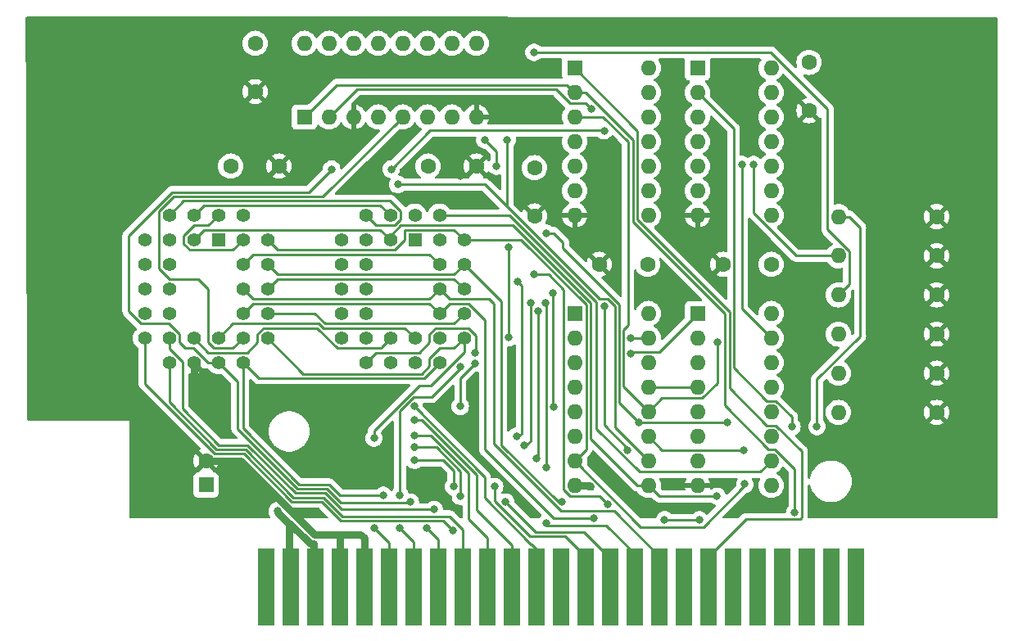
<source format=gbr>
%TF.GenerationSoftware,KiCad,Pcbnew,7.0.1*%
%TF.CreationDate,2023-03-19T20:13:41+09:00*%
%TF.ProjectId,project2,70726f6a-6563-4743-922e-6b696361645f,rev?*%
%TF.SameCoordinates,Original*%
%TF.FileFunction,Copper,L2,Bot*%
%TF.FilePolarity,Positive*%
%FSLAX46Y46*%
G04 Gerber Fmt 4.6, Leading zero omitted, Abs format (unit mm)*
G04 Created by KiCad (PCBNEW 7.0.1) date 2023-03-19 20:13:41*
%MOMM*%
%LPD*%
G01*
G04 APERTURE LIST*
%TA.AperFunction,ComponentPad*%
%ADD10O,1.600000X1.600000*%
%TD*%
%TA.AperFunction,ComponentPad*%
%ADD11C,1.600000*%
%TD*%
%TA.AperFunction,ComponentPad*%
%ADD12R,1.600000X1.600000*%
%TD*%
%TA.AperFunction,ComponentPad*%
%ADD13R,1.422400X1.422400*%
%TD*%
%TA.AperFunction,ComponentPad*%
%ADD14C,1.422400*%
%TD*%
%TA.AperFunction,ConnectorPad*%
%ADD15R,1.700000X8.000000*%
%TD*%
%TA.AperFunction,ViaPad*%
%ADD16C,0.800000*%
%TD*%
%TA.AperFunction,Conductor*%
%ADD17C,0.250000*%
%TD*%
%TA.AperFunction,Conductor*%
%ADD18C,0.800000*%
%TD*%
G04 APERTURE END LIST*
D10*
%TO.P,R1,2*%
%TO.N,/MA13*%
X173705464Y-110794972D03*
D11*
%TO.P,R1,1*%
%TO.N,GND*%
X183865464Y-110794972D03*
%TD*%
D12*
%TO.P,U3,1*%
%TO.N,/{slash}WR*%
X146442867Y-75161140D03*
D10*
%TO.P,U3,2*%
%TO.N,/{slash}SLTSL*%
X146442867Y-77701140D03*
%TO.P,U3,3*%
%TO.N,Net-(U5-~{Ew})*%
X146442867Y-80241140D03*
%TO.P,U3,4*%
%TO.N,/A15*%
X146442867Y-82781140D03*
%TO.P,U3,5*%
%TO.N,/A13*%
X146442867Y-85321140D03*
%TO.P,U3,6*%
%TO.N,Net-(U3-Pad6)*%
X146442867Y-87861140D03*
%TO.P,U3,7,GND*%
%TO.N,GND*%
X146442867Y-90401140D03*
%TO.P,U3,8*%
%TO.N,N/C*%
X154062867Y-90401140D03*
%TO.P,U3,9*%
X154062867Y-87861140D03*
%TO.P,U3,10*%
X154062867Y-85321140D03*
%TO.P,U3,11*%
X154062867Y-82781140D03*
%TO.P,U3,12*%
X154062867Y-80241140D03*
%TO.P,U3,13*%
X154062867Y-77701140D03*
%TO.P,U3,14,VCC*%
%TO.N,+5V*%
X154062867Y-75161140D03*
%TD*%
D13*
%TO.P,U1,1,NC*%
%TO.N,unconnected-(U1-NC-Pad1)*%
X109612867Y-92946140D03*
D14*
%TO.P,U1,2,A16*%
%TO.N,/MA16*%
X107072867Y-90406140D03*
%TO.P,U1,3,A15*%
%TO.N,/MA15*%
X107072867Y-92946140D03*
%TO.P,U1,4,A12*%
%TO.N,/A12*%
X104532867Y-90406140D03*
%TO.P,U1,5,A7*%
%TO.N,/A7*%
X101992867Y-92946140D03*
%TO.P,U1,6,A6*%
%TO.N,/A6*%
X104532867Y-92946140D03*
%TO.P,U1,7,A5*%
%TO.N,/A5*%
X101992867Y-95486140D03*
%TO.P,U1,8,A4*%
%TO.N,/A4*%
X104532867Y-95486140D03*
%TO.P,U1,9,A3*%
%TO.N,/A3*%
X101992867Y-98026140D03*
%TO.P,U1,10,A2*%
%TO.N,/A2*%
X104532867Y-98026140D03*
%TO.P,U1,11,A1*%
%TO.N,/A1*%
X101992867Y-100566140D03*
%TO.P,U1,12,A0*%
%TO.N,/A0*%
X104532867Y-100566140D03*
%TO.P,U1,13,D0*%
%TO.N,/D0*%
X101992867Y-103106140D03*
%TO.P,U1,14,D1*%
%TO.N,/D1*%
X104532867Y-105646140D03*
%TO.P,U1,15,D2*%
%TO.N,/D2*%
X104532867Y-103106140D03*
%TO.P,U1,16,GND*%
%TO.N,GND*%
X107072867Y-105646140D03*
%TO.P,U1,17,D3*%
%TO.N,/D3*%
X107072867Y-103106140D03*
%TO.P,U1,18,D4*%
%TO.N,/D4*%
X109612867Y-105646140D03*
%TO.P,U1,19,D5*%
%TO.N,/D5*%
X109612867Y-103106140D03*
%TO.P,U1,20,D6*%
%TO.N,/D6*%
X112152867Y-105646140D03*
%TO.P,U1,21,D7*%
%TO.N,/D7*%
X114692867Y-103106140D03*
%TO.P,U1,22,~{CE}*%
%TO.N,/ROM_CE2*%
X112152867Y-103106140D03*
%TO.P,U1,23,A10*%
%TO.N,/A10*%
X114692867Y-100566140D03*
%TO.P,U1,24,~{OE}*%
%TO.N,/{slash}RD*%
X112152867Y-100566140D03*
%TO.P,U1,25,A11*%
%TO.N,/A11*%
X114692867Y-98026140D03*
%TO.P,U1,26,A9*%
%TO.N,/A9*%
X112152867Y-98026140D03*
%TO.P,U1,27,A8*%
%TO.N,/A8*%
X114692867Y-95486140D03*
%TO.P,U1,28,A13*%
%TO.N,/MA13*%
X112152867Y-95486140D03*
%TO.P,U1,29,A14*%
%TO.N,/MA14*%
X114692867Y-92946140D03*
%TO.P,U1,30,A17*%
%TO.N,/MA17*%
X112152867Y-90406140D03*
%TO.P,U1,31,~{PGM}*%
%TO.N,+5V*%
X112152867Y-92946140D03*
%TO.P,U1,32,VCC*%
X109612867Y-90406140D03*
%TD*%
D11*
%TO.P,R4,1*%
%TO.N,GND*%
X183865464Y-98644972D03*
D10*
%TO.P,R4,2*%
%TO.N,/MA16*%
X173705464Y-98644972D03*
%TD*%
D11*
%TO.P,C1,1*%
%TO.N,+5V*%
X110882867Y-85326140D03*
%TO.P,C1,2*%
%TO.N,GND*%
X115882867Y-85326140D03*
%TD*%
%TO.P,C6,1*%
%TO.N,+5V*%
X142288788Y-85489617D03*
%TO.P,C6,2*%
%TO.N,GND*%
X142288788Y-90489617D03*
%TD*%
%TO.P,C8,1*%
%TO.N,+5V*%
X113422867Y-72626140D03*
%TO.P,C8,2*%
%TO.N,GND*%
X113422867Y-77626140D03*
%TD*%
%TO.P,R3,1*%
%TO.N,GND*%
X183865464Y-102694972D03*
D10*
%TO.P,R3,2*%
%TO.N,/MA15*%
X173705464Y-102694972D03*
%TD*%
D12*
%TO.P,U5,1,D2*%
%TO.N,/D2*%
X146442867Y-100566140D03*
D10*
%TO.P,U5,2,D3*%
%TO.N,/D1*%
X146442867Y-103106140D03*
%TO.P,U5,3,D4*%
%TO.N,/D0*%
X146442867Y-105646140D03*
%TO.P,U5,4,Rb*%
%TO.N,/A13*%
X146442867Y-108186140D03*
%TO.P,U5,5,Ra*%
%TO.N,/A15*%
X146442867Y-110726140D03*
%TO.P,U5,6,Q4*%
%TO.N,/MA13*%
X146442867Y-113266140D03*
%TO.P,U5,7,Q3*%
%TO.N,/MA14*%
X146442867Y-115806140D03*
%TO.P,U5,8,GND*%
%TO.N,GND*%
X146442867Y-118346140D03*
%TO.P,U5,9,Q2*%
%TO.N,/MA15*%
X154062867Y-118346140D03*
%TO.P,U5,10,Q1*%
%TO.N,/MA16*%
X154062867Y-115806140D03*
%TO.P,U5,11,~{Er}*%
%TO.N,Net-(U5-~{Er})*%
X154062867Y-113266140D03*
%TO.P,U5,12,~{Ew}*%
%TO.N,Net-(U5-~{Ew})*%
X154062867Y-110726140D03*
%TO.P,U5,13,Wb*%
%TO.N,/A13*%
X154062867Y-108186140D03*
%TO.P,U5,14,Wa*%
%TO.N,/A15*%
X154062867Y-105646140D03*
%TO.P,U5,15,D1*%
%TO.N,/D3*%
X154062867Y-103106140D03*
%TO.P,U5,16,VCC*%
%TO.N,+5V*%
X154062867Y-100566140D03*
%TD*%
D11*
%TO.P,R6,1*%
%TO.N,GND*%
X183865464Y-90544972D03*
D10*
%TO.P,R6,2*%
%TO.N,/MA17*%
X173705464Y-90544972D03*
%TD*%
D13*
%TO.P,U2,1,NC*%
%TO.N,unconnected-(U2-NC-Pad1)*%
X129932867Y-92946140D03*
D14*
%TO.P,U2,2,A16*%
%TO.N,/MA16*%
X127392867Y-90406140D03*
%TO.P,U2,3,A15*%
%TO.N,/MA15*%
X127392867Y-92946140D03*
%TO.P,U2,4,A12*%
%TO.N,/A12*%
X124852867Y-90406140D03*
%TO.P,U2,5,A7*%
%TO.N,/A7*%
X122312867Y-92946140D03*
%TO.P,U2,6,A6*%
%TO.N,/A6*%
X124852867Y-92946140D03*
%TO.P,U2,7,A5*%
%TO.N,/A5*%
X122312867Y-95486140D03*
%TO.P,U2,8,A4*%
%TO.N,/A4*%
X124852867Y-95486140D03*
%TO.P,U2,9,A3*%
%TO.N,/A3*%
X122312867Y-98026140D03*
%TO.P,U2,10,A2*%
%TO.N,/A2*%
X124852867Y-98026140D03*
%TO.P,U2,11,A1*%
%TO.N,/A1*%
X122312867Y-100566140D03*
%TO.P,U2,12,A0*%
%TO.N,/A0*%
X124852867Y-100566140D03*
%TO.P,U2,13,D0*%
%TO.N,/D0*%
X122312867Y-103106140D03*
%TO.P,U2,14,D1*%
%TO.N,/D1*%
X124852867Y-105646140D03*
%TO.P,U2,15,D2*%
%TO.N,/D2*%
X124852867Y-103106140D03*
%TO.P,U2,16,GND*%
%TO.N,GND*%
X127392867Y-105646140D03*
%TO.P,U2,17,D3*%
%TO.N,/D3*%
X127392867Y-103106140D03*
%TO.P,U2,18,D4*%
%TO.N,/D4*%
X129932867Y-105646140D03*
%TO.P,U2,19,D5*%
%TO.N,/D5*%
X129932867Y-103106140D03*
%TO.P,U2,20,D6*%
%TO.N,/D6*%
X132472867Y-105646140D03*
%TO.P,U2,21,D7*%
%TO.N,/D7*%
X135012867Y-103106140D03*
%TO.P,U2,22,~{CE}*%
%TO.N,/ROM_CE1*%
X132472867Y-103106140D03*
%TO.P,U2,23,A10*%
%TO.N,/A10*%
X135012867Y-100566140D03*
%TO.P,U2,24,~{OE}*%
%TO.N,/{slash}RD*%
X132472867Y-100566140D03*
%TO.P,U2,25,A11*%
%TO.N,/A11*%
X135012867Y-98026140D03*
%TO.P,U2,26,A9*%
%TO.N,/A9*%
X132472867Y-98026140D03*
%TO.P,U2,27,A8*%
%TO.N,/A8*%
X135012867Y-95486140D03*
%TO.P,U2,28,A13*%
%TO.N,/MA13*%
X132472867Y-95486140D03*
%TO.P,U2,29,A14*%
%TO.N,/MA14*%
X135012867Y-92946140D03*
%TO.P,U2,30,A17*%
%TO.N,/MA17*%
X132472867Y-90406140D03*
%TO.P,U2,31,~{PGM}*%
%TO.N,+5V*%
X132472867Y-92946140D03*
%TO.P,U2,32,VCC*%
X129932867Y-90406140D03*
%TD*%
D12*
%TO.P,U4,1*%
%TO.N,Net-(U3-Pad6)*%
X159142867Y-75166140D03*
D10*
%TO.P,U4,2*%
%TO.N,Net-(U5-~{Er})*%
X159142867Y-77706140D03*
%TO.P,U4,3*%
%TO.N,N/C*%
X159142867Y-80246140D03*
%TO.P,U4,4*%
X159142867Y-82786140D03*
%TO.P,U4,5*%
X159142867Y-85326140D03*
%TO.P,U4,6*%
X159142867Y-87866140D03*
%TO.P,U4,7,GND*%
%TO.N,GND*%
X159142867Y-90406140D03*
%TO.P,U4,8*%
%TO.N,N/C*%
X166762867Y-90406140D03*
%TO.P,U4,9*%
X166762867Y-87866140D03*
%TO.P,U4,10*%
X166762867Y-85326140D03*
%TO.P,U4,11*%
X166762867Y-82786140D03*
%TO.P,U4,12*%
X166762867Y-80246140D03*
%TO.P,U4,13*%
X166762867Y-77706140D03*
%TO.P,U4,14,VCC*%
%TO.N,+5V*%
X166762867Y-75166140D03*
%TD*%
D11*
%TO.P,C5,1*%
%TO.N,+5V*%
X166762867Y-95486140D03*
%TO.P,C5,2*%
%TO.N,GND*%
X161762867Y-95486140D03*
%TD*%
%TO.P,C7,1*%
%TO.N,+5V*%
X170671162Y-74590350D03*
%TO.P,C7,2*%
%TO.N,GND*%
X170671162Y-79590350D03*
%TD*%
D12*
%TO.P,U6,1,E*%
%TO.N,/{slash}SLTSL*%
X118502867Y-80246140D03*
D10*
%TO.P,U6,2,A0*%
%TO.N,Net-(U6A-A0)*%
X121042867Y-80246140D03*
%TO.P,U6,3,A1*%
%TO.N,GND*%
X123582867Y-80246140D03*
%TO.P,U6,4,O0*%
%TO.N,/ROM_CE1*%
X126122867Y-80246140D03*
%TO.P,U6,5,O1*%
%TO.N,/ROM_CE2*%
X128662867Y-80246140D03*
%TO.P,U6,6,O2*%
%TO.N,unconnected-(U6A-O2-Pad6)*%
X131202867Y-80246140D03*
%TO.P,U6,7,O3*%
%TO.N,unconnected-(U6A-O3-Pad7)*%
X133742867Y-80246140D03*
%TO.P,U6,8,GND*%
%TO.N,GND*%
X136282867Y-80246140D03*
%TO.P,U6,9*%
%TO.N,N/C*%
X136282867Y-72626140D03*
%TO.P,U6,10*%
X133742867Y-72626140D03*
%TO.P,U6,11*%
X131202867Y-72626140D03*
%TO.P,U6,12*%
X128662867Y-72626140D03*
%TO.P,U6,13*%
X126122867Y-72626140D03*
%TO.P,U6,14*%
X123582867Y-72626140D03*
%TO.P,U6,15*%
X121042867Y-72626140D03*
%TO.P,U6,16,VCC*%
%TO.N,+5V*%
X118502867Y-72626140D03*
%TD*%
D12*
%TO.P,U7,1,D2*%
%TO.N,/D5*%
X159142867Y-100566140D03*
D10*
%TO.P,U7,2,D3*%
%TO.N,unconnected-(U7-D3-Pad2)*%
X159142867Y-103106140D03*
%TO.P,U7,3,D4*%
%TO.N,unconnected-(U7-D4-Pad3)*%
X159142867Y-105646140D03*
%TO.P,U7,4,Rb*%
%TO.N,/A13*%
X159142867Y-108186140D03*
%TO.P,U7,5,Ra*%
%TO.N,/A15*%
X159142867Y-110726140D03*
%TO.P,U7,6,Q4*%
%TO.N,unconnected-(U7-Q4-Pad6)*%
X159142867Y-113266140D03*
%TO.P,U7,7,Q3*%
%TO.N,unconnected-(U7-Q3-Pad7)*%
X159142867Y-115806140D03*
%TO.P,U7,8,GND*%
%TO.N,GND*%
X159142867Y-118346140D03*
%TO.P,U7,9,Q2*%
%TO.N,Net-(U6A-A0)*%
X166762867Y-118346140D03*
%TO.P,U7,10,Q1*%
%TO.N,/MA17*%
X166762867Y-115806140D03*
%TO.P,U7,11,~{Er}*%
%TO.N,Net-(U5-~{Er})*%
X166762867Y-113266140D03*
%TO.P,U7,12,~{Ew}*%
%TO.N,Net-(U5-~{Ew})*%
X166762867Y-110726140D03*
%TO.P,U7,13,Wb*%
%TO.N,/A13*%
X166762867Y-108186140D03*
%TO.P,U7,14,Wa*%
%TO.N,/A15*%
X166762867Y-105646140D03*
%TO.P,U7,15,D1*%
%TO.N,/D4*%
X166762867Y-103106140D03*
%TO.P,U7,16,VCC*%
%TO.N,+5V*%
X166762867Y-100566140D03*
%TD*%
D11*
%TO.P,C2,1*%
%TO.N,+5V*%
X131282867Y-85326140D03*
%TO.P,C2,2*%
%TO.N,GND*%
X136282867Y-85326140D03*
%TD*%
D12*
%TO.P,C4,1*%
%TO.N,+5V*%
X108342867Y-118306140D03*
D11*
%TO.P,C4,2*%
%TO.N,GND*%
X108342867Y-115806140D03*
%TD*%
%TO.P,R5,1*%
%TO.N,GND*%
X183865464Y-94594972D03*
D10*
%TO.P,R5,2*%
%TO.N,Net-(U6A-A0)*%
X173705464Y-94594972D03*
%TD*%
D11*
%TO.P,R2,1*%
%TO.N,GND*%
X183865464Y-106744972D03*
D10*
%TO.P,R2,2*%
%TO.N,/MA14*%
X173705464Y-106744972D03*
%TD*%
D11*
%TO.P,C3,1*%
%TO.N,+5V*%
X153982867Y-95486140D03*
%TO.P,C3,2*%
%TO.N,GND*%
X148982867Y-95486140D03*
%TD*%
D15*
%TO.P,CE1,1,~{CS1}*%
%TO.N,unconnected-(CE1-~{CS1}-Pad1)*%
X175532707Y-128863580D03*
%TO.P,CE1,3,~{CS12}*%
%TO.N,unconnected-(CE1-~{CS12}-Pad3)*%
X172992707Y-128863580D03*
%TO.P,CE1,5,N.C.*%
%TO.N,unconnected-(CE1-N.C.-Pad5)*%
X170452707Y-128863580D03*
%TO.P,CE1,7,~{WAIT}*%
%TO.N,unconnected-(CE1-~{WAIT}-Pad7)*%
X167912707Y-128863580D03*
%TO.P,CE1,9,~{M1}*%
%TO.N,unconnected-(CE1-~{M1}-Pad9)*%
X165372707Y-128863580D03*
%TO.P,CE1,11,~{IORQ}*%
%TO.N,unconnected-(CE1-~{IORQ}-Pad11)*%
X162832707Y-128863580D03*
%TO.P,CE1,13,~{WR}*%
%TO.N,/{slash}WR*%
X160292707Y-128863580D03*
%TO.P,CE1,15,~{RESET}*%
%TO.N,unconnected-(CE1-~{RESET}-Pad15)*%
X157752707Y-128863580D03*
%TO.P,CE1,17,A9*%
%TO.N,/A9*%
X155212707Y-128863580D03*
%TO.P,CE1,19,A11*%
%TO.N,/A11*%
X152672707Y-128863580D03*
%TO.P,CE1,21,A7*%
%TO.N,/A7*%
X150132707Y-128863580D03*
%TO.P,CE1,23,A12*%
%TO.N,/A12*%
X147592707Y-128863580D03*
%TO.P,CE1,25,A14*%
%TO.N,unconnected-(CE1-A14-Pad25)*%
X145052707Y-128863580D03*
%TO.P,CE1,27,A1*%
%TO.N,/A1*%
X142512707Y-128863580D03*
%TO.P,CE1,29,A3*%
%TO.N,/A3*%
X139972707Y-128863580D03*
%TO.P,CE1,31,A5*%
%TO.N,/A5*%
X137432707Y-128863580D03*
%TO.P,CE1,33,D1*%
%TO.N,/D1*%
X134892707Y-128863580D03*
%TO.P,CE1,35,D3*%
%TO.N,/D3*%
X132352707Y-128863580D03*
%TO.P,CE1,37,D5*%
%TO.N,/D5*%
X129812707Y-128863580D03*
%TO.P,CE1,39,D7*%
%TO.N,/D7*%
X127272707Y-128863580D03*
%TO.P,CE1,41,GND*%
%TO.N,GND*%
X124732707Y-128863580D03*
%TO.P,CE1,43,GND*%
X122192707Y-128863580D03*
%TO.P,CE1,45,+5V*%
%TO.N,+5V*%
X119652707Y-128863580D03*
%TO.P,CE1,47,+5V*%
X117112707Y-128863580D03*
%TO.P,CE1,49,SNDOUT*%
%TO.N,unconnected-(CE1-SNDOUT-Pad49)*%
X114572707Y-128863580D03*
%TD*%
D16*
%TO.N,+5V*%
X115706453Y-120978689D03*
%TO.N,GND*%
X182880000Y-81280000D03*
X104140000Y-111760000D03*
X180340000Y-86360000D03*
X124460000Y-86360000D03*
X104140000Y-78740000D03*
X185420000Y-78740000D03*
X157480000Y-86360000D03*
X96520000Y-81280000D03*
X160160530Y-120632128D03*
X185420000Y-83820000D03*
X124460000Y-114300000D03*
X177800000Y-119380000D03*
X142943834Y-82788920D03*
X151266660Y-118689450D03*
X162560000Y-78740000D03*
X182880000Y-116840000D03*
X177800000Y-83820000D03*
X177800000Y-86360000D03*
X119380000Y-76200000D03*
X127000000Y-114300000D03*
X112461467Y-120569905D03*
X93980000Y-93980000D03*
X142200543Y-75611643D03*
X139700000Y-73660000D03*
X96520000Y-78740000D03*
X182880000Y-86360000D03*
X148220201Y-115677090D03*
X185420000Y-116840000D03*
X135868762Y-113753054D03*
X170180000Y-106680000D03*
X145659931Y-72360552D03*
X165100000Y-99060000D03*
X165100000Y-78740000D03*
X96520000Y-106680000D03*
X124426220Y-87597027D03*
X101600000Y-119380000D03*
X180340000Y-119380000D03*
X185420000Y-86360000D03*
X142240000Y-71120000D03*
X149860000Y-83820000D03*
X185420000Y-81280000D03*
X137160000Y-78740000D03*
X141607417Y-82767012D03*
X180340000Y-81280000D03*
X159676207Y-72360552D03*
X99060000Y-81280000D03*
X157480000Y-88900000D03*
X104140000Y-81280000D03*
X180340000Y-83820000D03*
X121352581Y-82346214D03*
X182880000Y-114300000D03*
X119380000Y-114300000D03*
X99060000Y-78740000D03*
X142240000Y-79895348D03*
X119380000Y-111760000D03*
X96520000Y-96520000D03*
X121920000Y-116840000D03*
X127000000Y-115497101D03*
X148208345Y-72360552D03*
X129827638Y-117702914D03*
X96520000Y-88900000D03*
X93980000Y-104140000D03*
X156012862Y-72360552D03*
X93980000Y-101600000D03*
X121920000Y-114300000D03*
X180340000Y-76200000D03*
X142950667Y-87590370D03*
X124460000Y-78740000D03*
X132192654Y-110132223D03*
X114300000Y-111760000D03*
X177800000Y-78740000D03*
X99060000Y-88900000D03*
X185420000Y-76200000D03*
X149860000Y-91440000D03*
X96520000Y-104140000D03*
X93980000Y-88900000D03*
X93980000Y-78740000D03*
X99060000Y-91440000D03*
X93980000Y-81280000D03*
X185420000Y-114300000D03*
X93980000Y-106680000D03*
X180340000Y-116840000D03*
X147320000Y-93980000D03*
X114300000Y-81280000D03*
X104214189Y-120323718D03*
X137160000Y-88900000D03*
X139891851Y-108337483D03*
X134620000Y-86360000D03*
X109220000Y-111760000D03*
X140943768Y-87596951D03*
X104140000Y-114300000D03*
X124123287Y-82399497D03*
X135917880Y-108448263D03*
X149860000Y-93980000D03*
X93980000Y-99060000D03*
X165100000Y-76200000D03*
X106680000Y-78740000D03*
X96520000Y-101600000D03*
X142286580Y-83402357D03*
X162560000Y-76200000D03*
X161428241Y-86456465D03*
X93980000Y-96520000D03*
X158408854Y-120629488D03*
X134002494Y-75021861D03*
X166711145Y-120586471D03*
X108116009Y-110614965D03*
X177800000Y-81280000D03*
X101600000Y-78740000D03*
X140921419Y-88826136D03*
X125867537Y-87648502D03*
X124460000Y-116840000D03*
X182880000Y-78740000D03*
X96520000Y-93980000D03*
X172720000Y-76200000D03*
X180340000Y-114300000D03*
X177800000Y-114300000D03*
X96520000Y-91440000D03*
X125867537Y-86361613D03*
X182880000Y-83820000D03*
X171105799Y-90153653D03*
X149860000Y-88900000D03*
X170180000Y-101600000D03*
X135868762Y-112132145D03*
X177800000Y-76200000D03*
X148050044Y-118475022D03*
X110421972Y-110558027D03*
X101600000Y-81280000D03*
X93980000Y-91440000D03*
X139955801Y-111867549D03*
X170180000Y-83820000D03*
X182880000Y-119380000D03*
X171105799Y-87963302D03*
X157480000Y-78740000D03*
X129106945Y-75021861D03*
X170180000Y-104140000D03*
X119380000Y-116840000D03*
X177800000Y-116840000D03*
X134620000Y-88900000D03*
X124490256Y-75021861D03*
X157480000Y-91440000D03*
X104140000Y-116840000D03*
X121920000Y-111760000D03*
X127000000Y-116840000D03*
X124460000Y-111760000D03*
X170180000Y-99060000D03*
X96520000Y-99060000D03*
X182880000Y-76200000D03*
X170180000Y-81280000D03*
X157480000Y-99060000D03*
X150350099Y-117772889D03*
X142240000Y-78740000D03*
X108194219Y-120487843D03*
X180340000Y-78740000D03*
X171176455Y-92344003D03*
X106680000Y-81280000D03*
X160020000Y-96520000D03*
X185420000Y-119380000D03*
%TO.N,/D6*%
X126669040Y-119380000D03*
%TO.N,/D7*%
X125702385Y-113461834D03*
X125719206Y-122729024D03*
%TO.N,/D4*%
X149489390Y-81654768D03*
X121319020Y-85635415D03*
X127480815Y-85634947D03*
X129448761Y-120086193D03*
X163748289Y-85150711D03*
%TO.N,/D5*%
X128380124Y-122754995D03*
X134643137Y-106066860D03*
X152213367Y-104731977D03*
X128380124Y-119335699D03*
%TO.N,/D2*%
X131924263Y-120825757D03*
%TO.N,/D3*%
X131177707Y-122758774D03*
X152213367Y-103122470D03*
%TO.N,/D0*%
X133851000Y-122981900D03*
X136144463Y-105722341D03*
X134620000Y-110176931D03*
%TO.N,/D1*%
X136144462Y-104608329D03*
%TO.N,/A4*%
X140431198Y-113274097D03*
X140533611Y-97264939D03*
%TO.N,/A5*%
X129863990Y-113157508D03*
%TO.N,/A2*%
X141864328Y-99446616D03*
X141264248Y-114216842D03*
%TO.N,/A3*%
X129881042Y-111605766D03*
%TO.N,/A0*%
X142516658Y-115535751D03*
X142647018Y-100312123D03*
%TO.N,/A1*%
X129846938Y-110173388D03*
%TO.N,/A13*%
X144211505Y-98421125D03*
X144248151Y-110233587D03*
%TO.N,/A8*%
X145143775Y-120088569D03*
%TO.N,/A12*%
X138179460Y-118472642D03*
X133921786Y-118472642D03*
X129868944Y-115754282D03*
%TO.N,/A6*%
X149826699Y-120281555D03*
X142240000Y-96539925D03*
%TO.N,/A7*%
X134646286Y-119478362D03*
X139310927Y-120066047D03*
X129858174Y-114379543D03*
%TO.N,/A10*%
X149545914Y-99785482D03*
X151929511Y-114697383D03*
%TO.N,/A11*%
X143485933Y-122263475D03*
X143410666Y-99512217D03*
X143485933Y-116467208D03*
%TO.N,/{slash}RD*%
X155740578Y-121920000D03*
X148438620Y-121738238D03*
X159323656Y-121920000D03*
%TO.N,/{slash}SLTSL*%
X169202654Y-121128550D03*
%TO.N,/MA14*%
X164034121Y-118225185D03*
%TO.N,/MA13*%
X143489781Y-92257002D03*
X162234201Y-111851140D03*
X153055694Y-111851140D03*
%TO.N,/MA15*%
X161154622Y-119471140D03*
%TO.N,/MA16*%
X142240000Y-73561552D03*
X128156710Y-87219472D03*
X139490628Y-82607541D03*
%TO.N,/ROM_CE1*%
X139630868Y-93686111D03*
X139613678Y-103062979D03*
X138362946Y-85348594D03*
X137160000Y-82622198D03*
%TO.N,Net-(U6A-A0)*%
X164934602Y-85172698D03*
X148179938Y-79424946D03*
%TO.N,/MA17*%
X171488724Y-112252032D03*
%TO.N,Net-(U5-~{Ew})*%
X161175803Y-103580812D03*
%TO.N,Net-(U5-~{Er})*%
X163944196Y-114699925D03*
X168915466Y-112280643D03*
%TD*%
D17*
%TO.N,+5V*%
X106036667Y-93375349D02*
X106643658Y-93982340D01*
D18*
X115706453Y-121110613D02*
X115706453Y-120978689D01*
X119475346Y-128686219D02*
X119652707Y-128863580D01*
D17*
X107093658Y-91459940D02*
X106036667Y-92516931D01*
X106036667Y-92516931D02*
X106036667Y-93375349D01*
D18*
X116929846Y-128680719D02*
X117112707Y-128863580D01*
D17*
X106643658Y-93982340D02*
X111116667Y-93982340D01*
D18*
X119114144Y-124403139D02*
X119475346Y-124403139D01*
X116929846Y-122218841D02*
X116814681Y-122218841D01*
D17*
X108559067Y-91459940D02*
X107093658Y-91459940D01*
X111116667Y-93982340D02*
X112152867Y-92946140D01*
D18*
X116929846Y-122218841D02*
X116929846Y-126140719D01*
X119475346Y-124403139D02*
X119475346Y-128686219D01*
D17*
X109612867Y-90406140D02*
X108559067Y-91459940D01*
D18*
X116929846Y-122218841D02*
X119114144Y-124403139D01*
D17*
X117112707Y-128863580D02*
X117112707Y-125713580D01*
D18*
X116814681Y-122218841D02*
X115706453Y-121110613D01*
X116929846Y-122218841D02*
X116929846Y-128680719D01*
%TO.N,GND*%
X124732707Y-123810239D02*
X124732707Y-128863580D01*
X124325606Y-123403138D02*
X124732707Y-123810239D01*
X107072867Y-109571823D02*
X108116009Y-110614965D01*
X119545116Y-123403138D02*
X111948118Y-115806140D01*
X111948118Y-115806140D02*
X108342867Y-115806140D01*
X147921162Y-118346140D02*
X148050044Y-118475022D01*
X146442867Y-118346140D02*
X147921162Y-118346140D01*
X119545116Y-123403138D02*
X124325606Y-123403138D01*
X122192707Y-128863580D02*
X122192707Y-123854027D01*
X107072867Y-105646140D02*
X107072867Y-109571823D01*
D17*
%TO.N,/D6*%
X130869874Y-107249133D02*
X132472867Y-105646140D01*
X113755860Y-107249133D02*
X130869874Y-107249133D01*
X126669040Y-119380000D02*
X122187818Y-119380000D01*
X112152867Y-105646140D02*
X113755860Y-107249133D01*
X122187818Y-119380000D02*
X121050992Y-118243174D01*
X112152867Y-112443529D02*
X112152867Y-105646140D01*
X117952512Y-118243174D02*
X112152867Y-112443529D01*
X121050992Y-118243174D02*
X117952512Y-118243174D01*
%TO.N,/D7*%
X132500833Y-104152765D02*
X133966242Y-104152765D01*
X133966242Y-104152765D02*
X135012867Y-103106140D01*
X125719206Y-122729024D02*
X127272707Y-124282525D01*
X131598439Y-107985977D02*
X130372648Y-107985977D01*
X130372648Y-107985977D02*
X125702385Y-112656240D01*
X125702385Y-112656240D02*
X125702385Y-113461834D01*
X131436667Y-105994190D02*
X131436667Y-105216931D01*
X130631225Y-106799632D02*
X131436667Y-105994190D01*
X114692867Y-103106140D02*
X118386359Y-106799632D01*
X135012867Y-104571549D02*
X131598439Y-107985977D01*
X127272707Y-124282525D02*
X127272707Y-128863580D01*
X135012867Y-103106140D02*
X135012867Y-104571549D01*
X118386359Y-106799632D02*
X130631225Y-106799632D01*
X131436667Y-105216931D02*
X132500833Y-104152765D01*
%TO.N,/D4*%
X120864803Y-118692675D02*
X122277128Y-120105000D01*
X101563658Y-101602340D02*
X104494476Y-101602340D01*
X111583060Y-112509412D02*
X117766323Y-118692675D01*
X131492109Y-81623653D02*
X149458275Y-81623653D01*
X118960780Y-88020439D02*
X104816763Y-88020439D01*
X111583060Y-107616333D02*
X111583060Y-112509412D01*
X121319020Y-85635415D02*
X121345804Y-85635415D01*
X105569067Y-103535349D02*
X106176058Y-104142340D01*
X163748289Y-100091562D02*
X166762867Y-103106140D01*
X163748289Y-85150711D02*
X163748289Y-100091562D01*
X127480815Y-85634947D02*
X131492109Y-81623653D01*
X100323757Y-100362439D02*
X101563658Y-101602340D01*
X109612867Y-105646140D02*
X111583060Y-107616333D01*
X121319020Y-85662199D02*
X118960780Y-88020439D01*
X105569067Y-102676931D02*
X105569067Y-103535349D01*
X104494476Y-101602340D02*
X105569067Y-102676931D01*
X104816763Y-88020439D02*
X100323757Y-92513445D01*
X107034476Y-104142340D02*
X108538276Y-105646140D01*
X117766323Y-118692675D02*
X120864803Y-118692675D01*
X121345804Y-85635415D02*
X121292380Y-85688839D01*
X108538276Y-105646140D02*
X109612867Y-105646140D01*
X122277128Y-120105000D02*
X129429954Y-120105000D01*
X121319020Y-85635415D02*
X121319020Y-85662199D01*
X106176058Y-104142340D02*
X107034476Y-104142340D01*
X100323757Y-92513445D02*
X100323757Y-100362439D01*
%TO.N,/D5*%
X111098568Y-101620439D02*
X119997447Y-101620439D01*
X120446948Y-102069940D02*
X128896667Y-102069940D01*
X129775021Y-109220000D02*
X128380124Y-110614897D01*
X128380124Y-110614897D02*
X128380124Y-119335699D01*
X109612867Y-103106140D02*
X111098568Y-101620439D01*
X129812707Y-124187578D02*
X129812707Y-128863580D01*
X134643137Y-106232680D02*
X134643137Y-106066860D01*
X152424204Y-104521140D02*
X152213367Y-104731977D01*
X131655817Y-109220000D02*
X134643137Y-106232680D01*
X159142867Y-100566140D02*
X155187867Y-104521140D01*
X155187867Y-104521140D02*
X152424204Y-104521140D01*
X128896667Y-102069940D02*
X129932867Y-103106140D01*
X119997447Y-101620439D02*
X120446948Y-102069940D01*
X128380124Y-122754995D02*
X129812707Y-124187578D01*
X131655817Y-109220000D02*
X129775021Y-109220000D01*
%TO.N,/D2*%
X120678614Y-119142176D02*
X122362195Y-120825757D01*
X109665860Y-114179705D02*
X112617663Y-114179705D01*
X105888237Y-110402082D02*
X109665860Y-114179705D01*
X104532867Y-104180731D02*
X105888237Y-105536101D01*
X105888237Y-105536101D02*
X105888237Y-110402082D01*
X112617663Y-114179705D02*
X117580134Y-119142176D01*
X104532867Y-103106140D02*
X104532867Y-104180731D01*
X122362195Y-120825757D02*
X131924263Y-120825757D01*
X117580134Y-119142176D02*
X120678614Y-119142176D01*
%TO.N,/D3*%
X107072867Y-103106140D02*
X108576667Y-104609940D01*
X132352707Y-123933774D02*
X132352707Y-128863580D01*
X126452355Y-104145288D02*
X126474787Y-104122856D01*
X126474787Y-104122856D02*
X126474787Y-104024220D01*
X154048914Y-103120093D02*
X152215744Y-103120093D01*
X114263658Y-102069940D02*
X119811258Y-102069940D01*
X113656667Y-103535349D02*
X113656667Y-102676931D01*
X108576667Y-104609940D02*
X112582076Y-104609940D01*
X112582076Y-104609940D02*
X113656667Y-103535349D01*
X113656667Y-102676931D02*
X114263658Y-102069940D01*
X152215744Y-103120093D02*
X152213367Y-103122470D01*
X126474787Y-104024220D02*
X127392867Y-103106140D01*
X131177707Y-122758774D02*
X132352707Y-123933774D01*
X121886606Y-104145288D02*
X126452355Y-104145288D01*
X119811258Y-102069940D02*
X121886606Y-104145288D01*
%TO.N,/D0*%
X117207756Y-120041178D02*
X112247718Y-115081140D01*
X120306236Y-120041178D02*
X117207756Y-120041178D01*
X122269582Y-122004524D02*
X120306236Y-120041178D01*
X134620000Y-107246804D02*
X134620000Y-110176931D01*
X136144463Y-105722341D02*
X134620000Y-107246804D01*
X132873624Y-122004524D02*
X122269582Y-122004524D01*
X133851000Y-122981900D02*
X132873624Y-122004524D01*
X109241772Y-115081140D02*
X101992867Y-107832235D01*
X112247718Y-115081140D02*
X109241772Y-115081140D01*
X101992867Y-107832235D02*
X101992867Y-103106140D01*
%TO.N,/D1*%
X132043658Y-102069940D02*
X135442076Y-102069940D01*
X134892707Y-122886165D02*
X134892707Y-128863580D01*
X136193557Y-102821421D02*
X136193557Y-104559234D01*
X124852867Y-105646140D02*
X125889067Y-104609940D01*
X135442076Y-102069940D02*
X136193557Y-102821421D01*
X109426733Y-114629705D02*
X112431973Y-114629705D01*
X125889067Y-104609940D02*
X130348273Y-104609940D01*
X131436667Y-102676931D02*
X132043658Y-102069940D01*
X117393945Y-119591677D02*
X120492425Y-119591677D01*
X130348273Y-104609940D02*
X131436667Y-103521546D01*
X131436667Y-103521546D02*
X131436667Y-102676931D01*
X122455771Y-121555023D02*
X133561565Y-121555023D01*
X104532867Y-105646140D02*
X104532867Y-109735839D01*
X104532867Y-109735839D02*
X109426733Y-114629705D01*
X112431973Y-114629705D02*
X117393945Y-119591677D01*
X133561565Y-121555023D02*
X134892707Y-122886165D01*
X120492425Y-119591677D02*
X122455771Y-121555023D01*
%TO.N,/A4*%
X140533611Y-97264939D02*
X141003191Y-97734519D01*
X141003191Y-97734519D02*
X141003191Y-113021753D01*
X141003191Y-113021753D02*
X140431198Y-113274097D01*
%TO.N,/A5*%
X135500562Y-117099804D02*
X135500562Y-121844887D01*
X129863990Y-113157508D02*
X131558266Y-113157508D01*
X137432707Y-123777032D02*
X137432707Y-128863580D01*
X131558266Y-113157508D02*
X135500562Y-117099804D01*
X135500562Y-121844887D02*
X137432707Y-123777032D01*
%TO.N,/A2*%
X141264248Y-114351428D02*
X141331541Y-114284135D01*
X141264248Y-114216842D02*
X141264248Y-114351428D01*
X141864328Y-113751348D02*
X141398834Y-114216842D01*
X141864328Y-99446616D02*
X141864328Y-113751348D01*
X141398834Y-114216842D02*
X141264248Y-114216842D01*
%TO.N,/A3*%
X136322191Y-120871104D02*
X139972707Y-124521620D01*
X139972707Y-124521620D02*
X139972707Y-128863580D01*
X136322191Y-117285037D02*
X136322191Y-120871104D01*
X129881042Y-111605766D02*
X130642920Y-111605766D01*
X130642920Y-111605766D02*
X136322191Y-117285037D01*
%TO.N,/A0*%
X142647018Y-100312123D02*
X142647018Y-115405391D01*
X142647018Y-115405391D02*
X142516658Y-115535751D01*
%TO.N,/A1*%
X141917837Y-124424538D02*
X141978699Y-124424538D01*
X137143820Y-119650521D02*
X141917837Y-124424538D01*
X137143820Y-117470270D02*
X137143820Y-119650521D01*
X142512707Y-124958546D02*
X142512707Y-128863580D01*
X129846938Y-110173388D02*
X137143820Y-117470270D01*
X141978699Y-124424538D02*
X142512707Y-124958546D01*
%TO.N,/A13*%
X154062867Y-108186140D02*
X159142867Y-108186140D01*
X144211505Y-98421125D02*
X144211505Y-110196941D01*
X144211505Y-110196941D02*
X144248151Y-110233587D01*
%TO.N,/A8*%
X138851315Y-114184311D02*
X138851315Y-99324588D01*
X115729067Y-96522340D02*
X133976667Y-96522340D01*
X114692867Y-95486140D02*
X115729067Y-96522340D01*
X138851315Y-99324588D02*
X135012867Y-95486140D01*
X133976667Y-96522340D02*
X135012867Y-95486140D01*
X144755573Y-120088569D02*
X138851315Y-114184311D01*
X145143775Y-120088569D02*
X144755573Y-120088569D01*
%TO.N,/A12*%
X127372076Y-88919940D02*
X128429067Y-89976931D01*
X128429067Y-89976931D02*
X128429067Y-90835349D01*
X132882248Y-115754282D02*
X129868944Y-115754282D01*
X133921786Y-118472642D02*
X133921786Y-116793820D01*
X125889067Y-91442340D02*
X124852867Y-90406140D01*
X145499423Y-123620296D02*
X147592707Y-125713580D01*
X133921786Y-116793820D02*
X132882248Y-115754282D01*
X128429067Y-90835349D02*
X127822076Y-91442340D01*
X138179460Y-118472642D02*
X138179460Y-119959885D01*
X141839871Y-123620296D02*
X145499423Y-123620296D01*
X106019067Y-88919940D02*
X127372076Y-88919940D01*
X127822076Y-91442340D02*
X125889067Y-91442340D01*
X138179460Y-119959885D02*
X141839871Y-123620296D01*
X147592707Y-125713580D02*
X147592707Y-128863580D01*
X104532867Y-90406140D02*
X106019067Y-88919940D01*
%TO.N,/A6*%
X145317867Y-98113282D02*
X143744510Y-96539925D01*
X145969033Y-119471140D02*
X145317867Y-118819974D01*
X143744510Y-96539925D02*
X142240000Y-96539925D01*
X149016284Y-119471140D02*
X145969033Y-119471140D01*
X149826699Y-120281555D02*
X149016284Y-119471140D01*
X145317867Y-118819974D02*
X145317867Y-98113282D01*
%TO.N,/A7*%
X150132707Y-128863580D02*
X150132707Y-125713580D01*
X132143905Y-114379543D02*
X134646286Y-116881924D01*
X134646286Y-116881924D02*
X134646286Y-119478362D01*
X129892744Y-114504625D02*
X129846046Y-114504625D01*
X129846046Y-114504625D02*
X129729498Y-114621173D01*
X139310927Y-120066047D02*
X142415674Y-123170795D01*
X150132707Y-125903580D02*
X150132707Y-128863580D01*
X142415674Y-123170795D02*
X147399922Y-123170795D01*
X129963486Y-114621173D02*
X129729498Y-114621173D01*
X147399922Y-123170795D02*
X150132707Y-125903580D01*
X129858174Y-114379543D02*
X132143905Y-114379543D01*
%TO.N,/A10*%
X114692867Y-100566140D02*
X119578838Y-100566140D01*
X149483199Y-112106183D02*
X151929511Y-114552495D01*
X133976667Y-101602340D02*
X135012867Y-100566140D01*
X119578838Y-100566140D02*
X120615038Y-101602340D01*
X151929511Y-114552495D02*
X151929511Y-114697383D01*
X149545914Y-99785482D02*
X149483199Y-99848197D01*
X120615038Y-101602340D02*
X133976667Y-101602340D01*
X149483199Y-99848197D02*
X149483199Y-112106183D01*
%TO.N,/A11*%
X143685696Y-122463238D02*
X149720609Y-122463238D01*
X143410666Y-99512217D02*
X143493262Y-99594813D01*
X152672707Y-125415336D02*
X152672707Y-128863580D01*
X114692867Y-98026140D02*
X115729067Y-96989940D01*
X143485933Y-122263475D02*
X143685696Y-122463238D01*
X115729067Y-96989940D02*
X133976667Y-96989940D01*
X133976667Y-96989940D02*
X135012867Y-98026140D01*
X149720609Y-122463238D02*
X152672707Y-125415336D01*
X143493262Y-99594813D02*
X143485933Y-116467208D01*
%TO.N,/A9*%
X137567692Y-99062340D02*
X138055545Y-99550193D01*
X150505682Y-121006555D02*
X155212707Y-125713580D01*
X145037163Y-121006555D02*
X150505682Y-121006555D01*
X131436667Y-99062340D02*
X132472867Y-98026140D01*
X155212707Y-125713580D02*
X155212707Y-128863580D01*
X138055545Y-114024937D02*
X145037163Y-121006555D01*
X132472867Y-98026140D02*
X133509067Y-99062340D01*
X112152867Y-98026140D02*
X113189067Y-99062340D01*
X138055545Y-99550193D02*
X138055545Y-114024937D01*
X133509067Y-99062340D02*
X137567692Y-99062340D01*
X113189067Y-99062340D02*
X131436667Y-99062340D01*
%TO.N,/{slash}RD*%
X144301908Y-121738238D02*
X137194957Y-114631287D01*
X133509067Y-99529940D02*
X132472867Y-100566140D01*
X137194957Y-114631287D02*
X137194957Y-101282821D01*
X148438620Y-121738238D02*
X144301908Y-121738238D01*
X155740578Y-121920000D02*
X159323656Y-121920000D01*
X112152867Y-100566140D02*
X113189067Y-99529940D01*
X135442076Y-99529940D02*
X133509067Y-99529940D01*
X137194957Y-101282821D02*
X135442076Y-99529940D01*
X113189067Y-99529940D02*
X131436667Y-99529940D01*
X131436667Y-99529940D02*
X132472867Y-100566140D01*
%TO.N,/{slash}WR*%
X169736099Y-121853050D02*
X169927154Y-121661995D01*
X160292707Y-128863580D02*
X160292707Y-125713580D01*
X162438366Y-108282630D02*
X162438366Y-100367630D01*
X169927154Y-114809434D02*
X167258860Y-112141140D01*
X152937867Y-81656140D02*
X146442867Y-75161140D01*
X166296876Y-112141140D02*
X162438366Y-108282630D01*
X160292707Y-125713580D02*
X164153237Y-121853050D01*
X164153237Y-121853050D02*
X169736099Y-121853050D01*
X169927154Y-121661995D02*
X169927154Y-114809434D01*
X167258860Y-112141140D02*
X166296876Y-112141140D01*
X162438366Y-100367630D02*
X152937867Y-90867131D01*
X152937867Y-90867131D02*
X152937867Y-81656140D01*
%TO.N,/{slash}SLTSL*%
X169202654Y-116654936D02*
X169202654Y-121128550D01*
X161988865Y-100553819D02*
X161988865Y-110083129D01*
X118502867Y-80246140D02*
X121824007Y-76925000D01*
X147574237Y-77701140D02*
X152488366Y-82615269D01*
X145634534Y-76925000D02*
X146410674Y-77701140D01*
X152488366Y-91053320D02*
X161988865Y-100553819D01*
X161988865Y-110083129D02*
X166495148Y-114589412D01*
X146442867Y-77701140D02*
X147574237Y-77701140D01*
X152488366Y-82615269D02*
X152488366Y-91053320D01*
X166495148Y-114589412D02*
X167137130Y-114589412D01*
X167137130Y-114589412D02*
X169202654Y-116654936D01*
X121824007Y-76925000D02*
X145634534Y-76925000D01*
X146410674Y-77701140D02*
X146442867Y-77701140D01*
%TO.N,/MA14*%
X133975669Y-91908942D02*
X135012867Y-92946140D01*
X159767226Y-122645000D02*
X164034121Y-118378105D01*
X140907377Y-92946140D02*
X147647030Y-99685793D01*
X164034121Y-118378105D02*
X164034121Y-118225185D01*
X128896667Y-91909940D02*
X128897665Y-91908942D01*
X128897665Y-91908942D02*
X133975669Y-91908942D01*
X146442867Y-115806140D02*
X153281727Y-122645000D01*
X115729067Y-93982340D02*
X127860467Y-93982340D01*
X147647030Y-114601977D02*
X146442867Y-115806140D01*
X153281727Y-122645000D02*
X159767226Y-122645000D01*
X127860467Y-93982340D02*
X128896667Y-92946140D01*
X114692867Y-92946140D02*
X115729067Y-93982340D01*
X135012867Y-92946140D02*
X140907377Y-92946140D01*
X128896667Y-92946140D02*
X128896667Y-91909940D01*
X147647030Y-99685793D02*
X147647030Y-114601977D01*
%TO.N,/MA13*%
X151039366Y-109834812D02*
X153055694Y-111851140D01*
X113189067Y-94449940D02*
X131436667Y-94449940D01*
X143489781Y-92257002D02*
X144283149Y-92257002D01*
X112152867Y-95486140D02*
X113189067Y-94449940D01*
X145231738Y-93205591D02*
X145231738Y-93809604D01*
X144283149Y-92257002D02*
X145231738Y-93205591D01*
X162234201Y-111851140D02*
X153055694Y-111851140D01*
X131436667Y-94449940D02*
X132472867Y-95486140D01*
X145231738Y-93809604D02*
X151039366Y-99617232D01*
X151039366Y-99617232D02*
X151039366Y-109834812D01*
%TO.N,/MA15*%
X148096531Y-99476215D02*
X140079757Y-91459441D01*
X128440665Y-91459441D02*
X127392867Y-92507239D01*
X154062867Y-118346140D02*
X152931497Y-118346140D01*
X126356667Y-91909940D02*
X127392867Y-92946140D01*
X154062867Y-118346140D02*
X155187867Y-119471140D01*
X152931497Y-118346140D02*
X148096531Y-113511174D01*
X148096531Y-113511174D02*
X148096531Y-99476215D01*
X107072867Y-92946140D02*
X108109067Y-91909940D01*
X108109067Y-91909940D02*
X126356667Y-91909940D01*
X127392867Y-92507239D02*
X127392867Y-92946140D01*
X140079757Y-91459441D02*
X128440665Y-91459441D01*
X155187867Y-119471140D02*
X161154622Y-119471140D01*
%TO.N,/MA16*%
X126356667Y-89369940D02*
X127392867Y-90406140D01*
X139461312Y-89512007D02*
X149009305Y-99060000D01*
X172580464Y-79392746D02*
X172580464Y-91878981D01*
X128156710Y-87219472D02*
X137168777Y-87219472D01*
X137168777Y-87219472D02*
X139461312Y-89512007D01*
X142240000Y-73561552D02*
X166749270Y-73561552D01*
X172580464Y-91878981D02*
X174830464Y-94128981D01*
X150589865Y-99804128D02*
X150589865Y-112333138D01*
X139461312Y-82636857D02*
X139461312Y-89253132D01*
X108109067Y-89369940D02*
X126356667Y-89369940D01*
X139490628Y-82607541D02*
X139461312Y-82636857D01*
X150589865Y-112333138D02*
X154062867Y-115806140D01*
X139461312Y-89253132D02*
X139461312Y-89512007D01*
X149009305Y-99060000D02*
X149845737Y-99060000D01*
X166749270Y-73561552D02*
X172580464Y-79392746D01*
X149845737Y-99060000D02*
X150589865Y-99804128D01*
X174830464Y-94128981D02*
X174830464Y-97519972D01*
X174830464Y-97519972D02*
X173705464Y-98644972D01*
X107072867Y-90406140D02*
X108109067Y-89369940D01*
%TO.N,/ROM_CE1*%
X138362946Y-83825144D02*
X138362946Y-85348594D01*
X137160000Y-82622198D02*
X138362946Y-83825144D01*
X139613678Y-103062979D02*
X139613678Y-93703301D01*
X139613678Y-93703301D02*
X139630868Y-93686111D01*
%TO.N,/ROM_CE2*%
X111116667Y-104142340D02*
X112152867Y-103106140D01*
X105003658Y-88469940D02*
X103496667Y-89976931D01*
X128662867Y-80246140D02*
X120439067Y-88469940D01*
X108576667Y-98064531D02*
X108576667Y-103558627D01*
X103496667Y-89976931D02*
X103496667Y-95915349D01*
X109160380Y-104142340D02*
X111116667Y-104142340D01*
X120439067Y-88469940D02*
X105003658Y-88469940D01*
X107502076Y-96989940D02*
X108576667Y-98064531D01*
X103496667Y-95915349D02*
X104571258Y-96989940D01*
X104571258Y-96989940D02*
X107502076Y-96989940D01*
X108576667Y-103558627D02*
X109160380Y-104142340D01*
%TO.N,Net-(U6A-A0)*%
X164934602Y-90171090D02*
X169358484Y-94594972D01*
X164934602Y-85172698D02*
X164934602Y-90171090D01*
X123914007Y-77375000D02*
X144535151Y-77375000D01*
X144535151Y-77375000D02*
X144535151Y-77384415D01*
X147581132Y-78826140D02*
X148179938Y-79424946D01*
X145976876Y-78826140D02*
X147581132Y-78826140D01*
X144535151Y-77384415D02*
X145976876Y-78826140D01*
X121042867Y-80246140D02*
X123914007Y-77375000D01*
X169358484Y-94594972D02*
X173705464Y-94594972D01*
%TO.N,/MA17*%
X139719049Y-90406140D02*
X148705185Y-99392276D01*
X174838524Y-90544972D02*
X173705464Y-90544972D01*
X171488724Y-107370721D02*
X175950045Y-102909400D01*
X171488724Y-112252032D02*
X171488724Y-107370721D01*
X153138670Y-116931140D02*
X165637867Y-116931140D01*
X175950045Y-102909400D02*
X175950045Y-91656493D01*
X175950045Y-91656493D02*
X174838524Y-90544972D01*
X148705185Y-99392276D02*
X148705185Y-112497655D01*
X148705185Y-112497655D02*
X153138670Y-116931140D01*
X132472867Y-90406140D02*
X139719049Y-90406140D01*
X165637867Y-116931140D02*
X166762867Y-115806140D01*
%TO.N,Net-(U5-~{Ew})*%
X161175803Y-107744195D02*
X161175803Y-103580812D01*
X151488867Y-108152140D02*
X154062867Y-110726140D01*
X151488867Y-102255551D02*
X151488867Y-108152140D01*
X151969030Y-82816037D02*
X151969030Y-101775388D01*
X149394133Y-80241140D02*
X151969030Y-82816037D01*
X151969030Y-101775388D02*
X151488867Y-102255551D01*
X155477867Y-109311140D02*
X159608858Y-109311140D01*
X154062867Y-110726140D02*
X155477867Y-109311140D01*
X159608858Y-109311140D02*
X161175803Y-107744195D01*
X146442867Y-80241140D02*
X149394133Y-80241140D01*
%TO.N,Net-(U5-~{Er})*%
X163944196Y-114699925D02*
X163944196Y-114729241D01*
X167249556Y-109601140D02*
X168915466Y-111267050D01*
X168915466Y-111267050D02*
X168915466Y-112280643D01*
X163944196Y-114729241D02*
X163929538Y-114714583D01*
X166296876Y-109601140D02*
X167249556Y-109601140D01*
X159142867Y-77706140D02*
X162887867Y-81451140D01*
X162887867Y-106192131D02*
X166296876Y-109601140D01*
X154062867Y-113266140D02*
X155477867Y-114681140D01*
X163914880Y-114699925D02*
X163944196Y-114699925D01*
X162887867Y-81451140D02*
X162887867Y-106192131D01*
X163896095Y-114681140D02*
X163914880Y-114699925D01*
X155477867Y-114681140D02*
X163896095Y-114681140D01*
%TD*%
%TA.AperFunction,Conductor*%
%TO.N,GND*%
G36*
X190067442Y-69963409D02*
G01*
X190129392Y-69980061D01*
X190174732Y-70025443D01*
X190191325Y-70087409D01*
X190191325Y-121654594D01*
X190174712Y-121716594D01*
X190129325Y-121761981D01*
X190067325Y-121778594D01*
X170679295Y-121778594D01*
X170620698Y-121763875D01*
X170576012Y-121723214D01*
X170555845Y-121666262D01*
X170555202Y-121659462D01*
X170553204Y-121638319D01*
X170552654Y-121626651D01*
X170552654Y-118332728D01*
X170567213Y-118274430D01*
X170607470Y-118229822D01*
X170663973Y-118209378D01*
X170723454Y-118217899D01*
X170771945Y-118253384D01*
X170798060Y-118307500D01*
X170840782Y-118513091D01*
X170935077Y-118778410D01*
X170939567Y-118791044D01*
X171059660Y-119022811D01*
X171075281Y-119052958D01*
X171245385Y-119293941D01*
X171245388Y-119293944D01*
X171245390Y-119293947D01*
X171446731Y-119509532D01*
X171675553Y-119695692D01*
X171927592Y-119848961D01*
X172198154Y-119966482D01*
X172482199Y-120046068D01*
X172774434Y-120086235D01*
X173069418Y-120086235D01*
X173361653Y-120046068D01*
X173645698Y-119966482D01*
X173916260Y-119848961D01*
X174168299Y-119695692D01*
X174397121Y-119509532D01*
X174598462Y-119293947D01*
X174768573Y-119052955D01*
X174904285Y-118791044D01*
X175003069Y-118513093D01*
X175063085Y-118224279D01*
X175083215Y-117929984D01*
X175063085Y-117635689D01*
X175003069Y-117346875D01*
X174904285Y-117068924D01*
X174768573Y-116807013D01*
X174661598Y-116655464D01*
X174598466Y-116566026D01*
X174598464Y-116566023D01*
X174598462Y-116566021D01*
X174397121Y-116350436D01*
X174168299Y-116164276D01*
X173916260Y-116011007D01*
X173916256Y-116011005D01*
X173916254Y-116011004D01*
X173645703Y-115893488D01*
X173645701Y-115893487D01*
X173645698Y-115893486D01*
X173481876Y-115847585D01*
X173361651Y-115813899D01*
X173069418Y-115773733D01*
X172774434Y-115773733D01*
X172482200Y-115813899D01*
X172285350Y-115869054D01*
X172198154Y-115893486D01*
X172198151Y-115893486D01*
X172198148Y-115893488D01*
X171927597Y-116011004D01*
X171675551Y-116164277D01*
X171446734Y-116350433D01*
X171446731Y-116350435D01*
X171446731Y-116350436D01*
X171410509Y-116389221D01*
X171245385Y-116566026D01*
X171075281Y-116807009D01*
X171072661Y-116812065D01*
X170942977Y-117062344D01*
X170939565Y-117068928D01*
X170840782Y-117346876D01*
X170798060Y-117552468D01*
X170771945Y-117606584D01*
X170723454Y-117642069D01*
X170663973Y-117650590D01*
X170607470Y-117630146D01*
X170567213Y-117585538D01*
X170552654Y-117527240D01*
X170552654Y-114892178D01*
X170554918Y-114871670D01*
X170554373Y-114854337D01*
X170552715Y-114801547D01*
X170552654Y-114797653D01*
X170552654Y-114770088D01*
X170552654Y-114770084D01*
X170552151Y-114766104D01*
X170551235Y-114754462D01*
X170551068Y-114749147D01*
X170549864Y-114710807D01*
X170544272Y-114691560D01*
X170540328Y-114672519D01*
X170537818Y-114652642D01*
X170521733Y-114612017D01*
X170517962Y-114601002D01*
X170505772Y-114559044D01*
X170495568Y-114541789D01*
X170487015Y-114524329D01*
X170484495Y-114517964D01*
X170479640Y-114505702D01*
X170453962Y-114470359D01*
X170447555Y-114460605D01*
X170425323Y-114423013D01*
X170411160Y-114408850D01*
X170398521Y-114394051D01*
X170386749Y-114377847D01*
X170353095Y-114350007D01*
X170344453Y-114342143D01*
X169287438Y-113285128D01*
X169256697Y-113234218D01*
X169253195Y-113174850D01*
X169277740Y-113120679D01*
X169324684Y-113084167D01*
X169368198Y-113064793D01*
X169521336Y-112953532D01*
X169547099Y-112924920D01*
X169647999Y-112812859D01*
X169742645Y-112648927D01*
X169801140Y-112468899D01*
X169820926Y-112280643D01*
X169801140Y-112092387D01*
X169755811Y-111952879D01*
X169742645Y-111912358D01*
X169648001Y-111748429D01*
X169597113Y-111691913D01*
X169572813Y-111664925D01*
X169549202Y-111626394D01*
X169540966Y-111581956D01*
X169540966Y-111349794D01*
X169543230Y-111329286D01*
X169542299Y-111299665D01*
X169541027Y-111259163D01*
X169540966Y-111255269D01*
X169540966Y-111227704D01*
X169540966Y-111227700D01*
X169540463Y-111223720D01*
X169539547Y-111212078D01*
X169538176Y-111168423D01*
X169532584Y-111149176D01*
X169528640Y-111130135D01*
X169526130Y-111110258D01*
X169510045Y-111069633D01*
X169506272Y-111058612D01*
X169494084Y-111016660D01*
X169483885Y-110999414D01*
X169475327Y-110981947D01*
X169467952Y-110963318D01*
X169442274Y-110927976D01*
X169435871Y-110918226D01*
X169422637Y-110895848D01*
X169413637Y-110880630D01*
X169399472Y-110866465D01*
X169386835Y-110851670D01*
X169375061Y-110835464D01*
X169375060Y-110835463D01*
X169341401Y-110807618D01*
X169332771Y-110799764D01*
X167750358Y-109217351D01*
X167733339Y-109196107D01*
X167731726Y-109193565D01*
X167713247Y-109141375D01*
X167719325Y-109086345D01*
X167748745Y-109039447D01*
X167762914Y-109025279D01*
X167893435Y-108838874D01*
X167989606Y-108632636D01*
X168048502Y-108412832D01*
X168068335Y-108186140D01*
X168048502Y-107959448D01*
X167989606Y-107739644D01*
X167893435Y-107533406D01*
X167876908Y-107509803D01*
X167762913Y-107346999D01*
X167602007Y-107186093D01*
X167415600Y-107055571D01*
X167374594Y-107036450D01*
X167357591Y-107028521D01*
X167305416Y-106982765D01*
X167285996Y-106916140D01*
X167305416Y-106849515D01*
X167357592Y-106803758D01*
X167415601Y-106776708D01*
X167602006Y-106646187D01*
X167762914Y-106485279D01*
X167893435Y-106298874D01*
X167989606Y-106092636D01*
X168048502Y-105872832D01*
X168068335Y-105646140D01*
X168048502Y-105419448D01*
X167989606Y-105199644D01*
X167893435Y-104993406D01*
X167884561Y-104980733D01*
X167762913Y-104806999D01*
X167602007Y-104646093D01*
X167415600Y-104515571D01*
X167357592Y-104488522D01*
X167305416Y-104442765D01*
X167285996Y-104376140D01*
X167305416Y-104309515D01*
X167357592Y-104263758D01*
X167388996Y-104249114D01*
X167415601Y-104236708D01*
X167602006Y-104106187D01*
X167762914Y-103945279D01*
X167893435Y-103758874D01*
X167989606Y-103552636D01*
X168048502Y-103332832D01*
X168068335Y-103106140D01*
X168048502Y-102879448D01*
X167989606Y-102659644D01*
X167893435Y-102453406D01*
X167890757Y-102449582D01*
X167762913Y-102266999D01*
X167602007Y-102106093D01*
X167415599Y-101975570D01*
X167357591Y-101948520D01*
X167305416Y-101902763D01*
X167285997Y-101836137D01*
X167305417Y-101769513D01*
X167357588Y-101723759D01*
X167415601Y-101696708D01*
X167602006Y-101566187D01*
X167762914Y-101405279D01*
X167893435Y-101218874D01*
X167989606Y-101012636D01*
X168048502Y-100792832D01*
X168068335Y-100566140D01*
X168048502Y-100339448D01*
X167989606Y-100119644D01*
X167893435Y-99913406D01*
X167864240Y-99871711D01*
X167762913Y-99726999D01*
X167602007Y-99566093D01*
X167415602Y-99435572D01*
X167209364Y-99339401D01*
X166989556Y-99280504D01*
X166762867Y-99260671D01*
X166536177Y-99280504D01*
X166316369Y-99339401D01*
X166110131Y-99435572D01*
X165923726Y-99566093D01*
X165762820Y-99726999D01*
X165632299Y-99913404D01*
X165536128Y-100119642D01*
X165477231Y-100339450D01*
X165457398Y-100566140D01*
X165461256Y-100610243D01*
X165451870Y-100669500D01*
X165415763Y-100717415D01*
X165361388Y-100742770D01*
X165301474Y-100739630D01*
X165250047Y-100708729D01*
X164410108Y-99868790D01*
X164383228Y-99828562D01*
X164373789Y-99781109D01*
X164373789Y-95486140D01*
X165457398Y-95486140D01*
X165477231Y-95712829D01*
X165536128Y-95932637D01*
X165632299Y-96138875D01*
X165762820Y-96325280D01*
X165923726Y-96486186D01*
X166110131Y-96616707D01*
X166110132Y-96616707D01*
X166110133Y-96616708D01*
X166316371Y-96712879D01*
X166536175Y-96771775D01*
X166762867Y-96791608D01*
X166989559Y-96771775D01*
X167209363Y-96712879D01*
X167415601Y-96616708D01*
X167602006Y-96486187D01*
X167762914Y-96325279D01*
X167893435Y-96138874D01*
X167989606Y-95932636D01*
X168048502Y-95712832D01*
X168068335Y-95486140D01*
X168048502Y-95259448D01*
X167989606Y-95039644D01*
X167893435Y-94833406D01*
X167885150Y-94821574D01*
X167762913Y-94646999D01*
X167602007Y-94486093D01*
X167415602Y-94355572D01*
X167209364Y-94259401D01*
X166989556Y-94200504D01*
X166762867Y-94180671D01*
X166536177Y-94200504D01*
X166316369Y-94259401D01*
X166110131Y-94355572D01*
X165923726Y-94486093D01*
X165762820Y-94646999D01*
X165632299Y-94833404D01*
X165536128Y-95039642D01*
X165477231Y-95259450D01*
X165457398Y-95486140D01*
X164373789Y-95486140D01*
X164373789Y-90794229D01*
X164387304Y-90737934D01*
X164424904Y-90693911D01*
X164478391Y-90671756D01*
X164536107Y-90676298D01*
X164585469Y-90706547D01*
X166735679Y-92856758D01*
X168857680Y-94978759D01*
X168870580Y-94994860D01*
X168921707Y-95042872D01*
X168924504Y-95045583D01*
X168944013Y-95065092D01*
X168947195Y-95067560D01*
X168956055Y-95075127D01*
X168987902Y-95105034D01*
X169000135Y-95111759D01*
X169005456Y-95114684D01*
X169021720Y-95125368D01*
X169031026Y-95132586D01*
X169037548Y-95137645D01*
X169062393Y-95148396D01*
X169077636Y-95154993D01*
X169088115Y-95160126D01*
X169126392Y-95181169D01*
X169145790Y-95186149D01*
X169164192Y-95192449D01*
X169182588Y-95200410D01*
X169225745Y-95207245D01*
X169237148Y-95209606D01*
X169279465Y-95220472D01*
X169299500Y-95220472D01*
X169318897Y-95221998D01*
X169338680Y-95225132D01*
X169382158Y-95221022D01*
X169393828Y-95220472D01*
X172491276Y-95220472D01*
X172548533Y-95234483D01*
X172592851Y-95273349D01*
X172705417Y-95434112D01*
X172866323Y-95595018D01*
X173052728Y-95725539D01*
X173052729Y-95725539D01*
X173052730Y-95725540D01*
X173258968Y-95821711D01*
X173478772Y-95880607D01*
X173705464Y-95900440D01*
X173932156Y-95880607D01*
X173982808Y-95867035D01*
X174048871Y-95849334D01*
X174105155Y-95847492D01*
X174156451Y-95870733D01*
X174192176Y-95914265D01*
X174204964Y-95969109D01*
X174204964Y-97209518D01*
X174195525Y-97256971D01*
X174168644Y-97297200D01*
X174120284Y-97345559D01*
X174064697Y-97377652D01*
X174000511Y-97377652D01*
X173932154Y-97359336D01*
X173705463Y-97339503D01*
X173478774Y-97359336D01*
X173258966Y-97418233D01*
X173052728Y-97514404D01*
X172866323Y-97644925D01*
X172705417Y-97805831D01*
X172574896Y-97992236D01*
X172478725Y-98198474D01*
X172419828Y-98418282D01*
X172399995Y-98644971D01*
X172419828Y-98871661D01*
X172478725Y-99091469D01*
X172574896Y-99297707D01*
X172705417Y-99484112D01*
X172866323Y-99645018D01*
X173052728Y-99775539D01*
X173052729Y-99775539D01*
X173052730Y-99775540D01*
X173258968Y-99871711D01*
X173478772Y-99930607D01*
X173705464Y-99950440D01*
X173932156Y-99930607D01*
X174151960Y-99871711D01*
X174358198Y-99775540D01*
X174544603Y-99645019D01*
X174705511Y-99484111D01*
X174836032Y-99297706D01*
X174932203Y-99091468D01*
X174991099Y-98871664D01*
X175010932Y-98644972D01*
X174991099Y-98418280D01*
X174972783Y-98349923D01*
X174972783Y-98285735D01*
X175004874Y-98230151D01*
X175112866Y-98122159D01*
X175162227Y-98091912D01*
X175219943Y-98087370D01*
X175273431Y-98109525D01*
X175311030Y-98153548D01*
X175324545Y-98209843D01*
X175324545Y-102598948D01*
X175315106Y-102646401D01*
X175288228Y-102686626D01*
X175220600Y-102754253D01*
X175159759Y-102787632D01*
X175090510Y-102783093D01*
X175034545Y-102742057D01*
X175009393Y-102677378D01*
X174991099Y-102468282D01*
X174991099Y-102468280D01*
X174932203Y-102248476D01*
X174836032Y-102042238D01*
X174811694Y-102007480D01*
X174705510Y-101855831D01*
X174544604Y-101694925D01*
X174358199Y-101564404D01*
X174151961Y-101468233D01*
X173932153Y-101409336D01*
X173705464Y-101389503D01*
X173478774Y-101409336D01*
X173258966Y-101468233D01*
X173052728Y-101564404D01*
X172866323Y-101694925D01*
X172705417Y-101855831D01*
X172574896Y-102042236D01*
X172478725Y-102248474D01*
X172419828Y-102468282D01*
X172399995Y-102694972D01*
X172419828Y-102921661D01*
X172478725Y-103141469D01*
X172574896Y-103347707D01*
X172705417Y-103534112D01*
X172866323Y-103695018D01*
X173052728Y-103825539D01*
X173052729Y-103825539D01*
X173052730Y-103825540D01*
X173258968Y-103921711D01*
X173478772Y-103980607D01*
X173546583Y-103986539D01*
X173687869Y-103998901D01*
X173752548Y-104024053D01*
X173793584Y-104080018D01*
X173798123Y-104149268D01*
X173764743Y-104210110D01*
X171104932Y-106869920D01*
X171088834Y-106882817D01*
X171040820Y-106933946D01*
X171038115Y-106936738D01*
X171018598Y-106956255D01*
X171016139Y-106959426D01*
X171008566Y-106968293D01*
X170978659Y-107000141D01*
X170969009Y-107017695D01*
X170958333Y-107033949D01*
X170946050Y-107049784D01*
X170928699Y-107089879D01*
X170923562Y-107100365D01*
X170902526Y-107138628D01*
X170897545Y-107158030D01*
X170891244Y-107176432D01*
X170883285Y-107194823D01*
X170876452Y-107237963D01*
X170874084Y-107249395D01*
X170863224Y-107291699D01*
X170863224Y-107311737D01*
X170861697Y-107331136D01*
X170858564Y-107350915D01*
X170862674Y-107394396D01*
X170863224Y-107406065D01*
X170863224Y-111553345D01*
X170854988Y-111597783D01*
X170831376Y-111636314D01*
X170801598Y-111669387D01*
X170756188Y-111719818D01*
X170661544Y-111883747D01*
X170603050Y-112063774D01*
X170589747Y-112190352D01*
X170583264Y-112252032D01*
X170590352Y-112319468D01*
X170603050Y-112440289D01*
X170661544Y-112620316D01*
X170756190Y-112784248D01*
X170882853Y-112924921D01*
X171035993Y-113036183D01*
X171208921Y-113113176D01*
X171394076Y-113152532D01*
X171394078Y-113152532D01*
X171583370Y-113152532D01*
X171583372Y-113152532D01*
X171706808Y-113126294D01*
X171768527Y-113113176D01*
X171941454Y-113036183D01*
X172023324Y-112976701D01*
X172094594Y-112924921D01*
X172154640Y-112858234D01*
X172221257Y-112784248D01*
X172315903Y-112620316D01*
X172374398Y-112440288D01*
X172394184Y-112252032D01*
X172374398Y-112063776D01*
X172333497Y-111937897D01*
X172315903Y-111883747D01*
X172221259Y-111719818D01*
X172178616Y-111672459D01*
X172146071Y-111636314D01*
X172122460Y-111597783D01*
X172114224Y-111553345D01*
X172114224Y-110794971D01*
X172399995Y-110794971D01*
X172419828Y-111021661D01*
X172478725Y-111241469D01*
X172574896Y-111447707D01*
X172705417Y-111634112D01*
X172866323Y-111795018D01*
X173052728Y-111925539D01*
X173052729Y-111925539D01*
X173052730Y-111925540D01*
X173258968Y-112021711D01*
X173478772Y-112080607D01*
X173705464Y-112100440D01*
X173932156Y-112080607D01*
X174151960Y-112021711D01*
X174358198Y-111925540D01*
X174431808Y-111873998D01*
X183139990Y-111873998D01*
X183212979Y-111925105D01*
X183419137Y-112021238D01*
X183638861Y-112080113D01*
X183865464Y-112099938D01*
X184092066Y-112080113D01*
X184311790Y-112021238D01*
X184517944Y-111925106D01*
X184590936Y-111873997D01*
X183865465Y-111148525D01*
X183865464Y-111148525D01*
X183139990Y-111873997D01*
X183139990Y-111873998D01*
X174431808Y-111873998D01*
X174544603Y-111795019D01*
X174705511Y-111634111D01*
X174836032Y-111447706D01*
X174932203Y-111241468D01*
X174991099Y-111021664D01*
X175010932Y-110794972D01*
X175010932Y-110794971D01*
X182560497Y-110794971D01*
X182580322Y-111021574D01*
X182639197Y-111241298D01*
X182735330Y-111447456D01*
X182786436Y-111520443D01*
X182786437Y-111520444D01*
X183511908Y-110794973D01*
X184219017Y-110794973D01*
X184944489Y-111520444D01*
X184995598Y-111447452D01*
X185091730Y-111241298D01*
X185150605Y-111021574D01*
X185170430Y-110794971D01*
X185150605Y-110568369D01*
X185091730Y-110348645D01*
X184995597Y-110142487D01*
X184944489Y-110069498D01*
X184219017Y-110794972D01*
X184219017Y-110794973D01*
X183511908Y-110794973D01*
X183511910Y-110794971D01*
X183511910Y-110794970D01*
X182786437Y-110069499D01*
X182735329Y-110142488D01*
X182639197Y-110348644D01*
X182580322Y-110568369D01*
X182560497Y-110794971D01*
X175010932Y-110794971D01*
X174991099Y-110568280D01*
X174932203Y-110348476D01*
X174836032Y-110142238D01*
X174833822Y-110139082D01*
X174705510Y-109955831D01*
X174544604Y-109794925D01*
X174431808Y-109715945D01*
X183139990Y-109715945D01*
X183865464Y-110441418D01*
X183865465Y-110441418D01*
X184590936Y-109715946D01*
X184590935Y-109715944D01*
X184517948Y-109664838D01*
X184311790Y-109568705D01*
X184092066Y-109509830D01*
X183865464Y-109490005D01*
X183638861Y-109509830D01*
X183419136Y-109568705D01*
X183212980Y-109664837D01*
X183139991Y-109715945D01*
X183139990Y-109715945D01*
X174431808Y-109715945D01*
X174358199Y-109664404D01*
X174151961Y-109568233D01*
X173932153Y-109509336D01*
X173705464Y-109489503D01*
X173478774Y-109509336D01*
X173258966Y-109568233D01*
X173052728Y-109664404D01*
X172866323Y-109794925D01*
X172705417Y-109955831D01*
X172574896Y-110142236D01*
X172478725Y-110348474D01*
X172419828Y-110568282D01*
X172399995Y-110794971D01*
X172114224Y-110794971D01*
X172114224Y-107681173D01*
X172123663Y-107633721D01*
X172150540Y-107593494D01*
X172376990Y-107367043D01*
X172427378Y-107336468D01*
X172486197Y-107332611D01*
X172540151Y-107356350D01*
X172567097Y-107389923D01*
X172568674Y-107388820D01*
X172705417Y-107584112D01*
X172866323Y-107745018D01*
X173052728Y-107875539D01*
X173052729Y-107875539D01*
X173052730Y-107875540D01*
X173258968Y-107971711D01*
X173478772Y-108030607D01*
X173705464Y-108050440D01*
X173932156Y-108030607D01*
X174151960Y-107971711D01*
X174358198Y-107875540D01*
X174431808Y-107823998D01*
X183139990Y-107823998D01*
X183212979Y-107875105D01*
X183419137Y-107971238D01*
X183638861Y-108030113D01*
X183865464Y-108049938D01*
X184092066Y-108030113D01*
X184311790Y-107971238D01*
X184517944Y-107875106D01*
X184590936Y-107823997D01*
X183865465Y-107098525D01*
X183865464Y-107098525D01*
X183139990Y-107823997D01*
X183139990Y-107823998D01*
X174431808Y-107823998D01*
X174544603Y-107745019D01*
X174705511Y-107584111D01*
X174836032Y-107397706D01*
X174932203Y-107191468D01*
X174991099Y-106971664D01*
X175010932Y-106744972D01*
X182560497Y-106744972D01*
X182580322Y-106971574D01*
X182639197Y-107191298D01*
X182735330Y-107397456D01*
X182786436Y-107470443D01*
X182786438Y-107470444D01*
X183511910Y-106744973D01*
X184219017Y-106744973D01*
X184944489Y-107470444D01*
X184995598Y-107397452D01*
X185091730Y-107191298D01*
X185150605Y-106971574D01*
X185170430Y-106744972D01*
X185150605Y-106518369D01*
X185091730Y-106298645D01*
X184995597Y-106092487D01*
X184944489Y-106019498D01*
X184219017Y-106744972D01*
X184219017Y-106744973D01*
X183511910Y-106744973D01*
X183511910Y-106744972D01*
X182786437Y-106019498D01*
X182786437Y-106019499D01*
X182735329Y-106092488D01*
X182639197Y-106298644D01*
X182580322Y-106518369D01*
X182560497Y-106744972D01*
X175010932Y-106744972D01*
X174991099Y-106518280D01*
X174932203Y-106298476D01*
X174836032Y-106092238D01*
X174814964Y-106062150D01*
X174705510Y-105905831D01*
X174544604Y-105744925D01*
X174431807Y-105665945D01*
X183139990Y-105665945D01*
X183865464Y-106391418D01*
X183865465Y-106391418D01*
X184590936Y-105665946D01*
X184590935Y-105665944D01*
X184517948Y-105614838D01*
X184311790Y-105518705D01*
X184092066Y-105459830D01*
X183865464Y-105440005D01*
X183638861Y-105459830D01*
X183419136Y-105518705D01*
X183212980Y-105614837D01*
X183139991Y-105665945D01*
X183139990Y-105665945D01*
X174431807Y-105665945D01*
X174349312Y-105608182D01*
X174350415Y-105606605D01*
X174316842Y-105579659D01*
X174293103Y-105525705D01*
X174296959Y-105466887D01*
X174327537Y-105416496D01*
X175970035Y-103773998D01*
X183139990Y-103773998D01*
X183212979Y-103825105D01*
X183419137Y-103921238D01*
X183638861Y-103980113D01*
X183865464Y-103999938D01*
X184092066Y-103980113D01*
X184311790Y-103921238D01*
X184517944Y-103825106D01*
X184590936Y-103773997D01*
X183865465Y-103048525D01*
X183865464Y-103048525D01*
X183139990Y-103773997D01*
X183139990Y-103773998D01*
X175970035Y-103773998D01*
X176333831Y-103410202D01*
X176349932Y-103397304D01*
X176351919Y-103395187D01*
X176351922Y-103395186D01*
X176397977Y-103346141D01*
X176400658Y-103343376D01*
X176420165Y-103323870D01*
X176422626Y-103320695D01*
X176430197Y-103311831D01*
X176460107Y-103279982D01*
X176469758Y-103262426D01*
X176480438Y-103246167D01*
X176492719Y-103230336D01*
X176510063Y-103190251D01*
X176515205Y-103179756D01*
X176536242Y-103141492D01*
X176541223Y-103122088D01*
X176547525Y-103103683D01*
X176555483Y-103085295D01*
X176562315Y-103042148D01*
X176564684Y-103030716D01*
X176575545Y-102988420D01*
X176575545Y-102968384D01*
X176577072Y-102948985D01*
X176580205Y-102929204D01*
X176576095Y-102885725D01*
X176575545Y-102874056D01*
X176575545Y-102694972D01*
X182560497Y-102694972D01*
X182580322Y-102921574D01*
X182639197Y-103141298D01*
X182735330Y-103347456D01*
X182786436Y-103420443D01*
X182786438Y-103420444D01*
X183511910Y-102694973D01*
X184219017Y-102694973D01*
X184944489Y-103420444D01*
X184995598Y-103347452D01*
X185091730Y-103141298D01*
X185150605Y-102921574D01*
X185170430Y-102694972D01*
X185150605Y-102468369D01*
X185091730Y-102248645D01*
X184995597Y-102042487D01*
X184944489Y-101969498D01*
X184219017Y-102694972D01*
X184219017Y-102694973D01*
X183511910Y-102694973D01*
X183511910Y-102694972D01*
X182786437Y-101969498D01*
X182786437Y-101969499D01*
X182735329Y-102042488D01*
X182639197Y-102248644D01*
X182580322Y-102468369D01*
X182560497Y-102694972D01*
X176575545Y-102694972D01*
X176575545Y-101615945D01*
X183139990Y-101615945D01*
X183865464Y-102341418D01*
X183865465Y-102341418D01*
X184590936Y-101615946D01*
X184590935Y-101615944D01*
X184517948Y-101564838D01*
X184311790Y-101468705D01*
X184092066Y-101409830D01*
X183865464Y-101390005D01*
X183638861Y-101409830D01*
X183419136Y-101468705D01*
X183212980Y-101564837D01*
X183139991Y-101615945D01*
X183139990Y-101615945D01*
X176575545Y-101615945D01*
X176575545Y-99723998D01*
X183139990Y-99723998D01*
X183212979Y-99775105D01*
X183419137Y-99871238D01*
X183638861Y-99930113D01*
X183865464Y-99949938D01*
X184092066Y-99930113D01*
X184311790Y-99871238D01*
X184517944Y-99775106D01*
X184590936Y-99723997D01*
X183865465Y-98998525D01*
X183865464Y-98998525D01*
X183139990Y-99723997D01*
X183139990Y-99723998D01*
X176575545Y-99723998D01*
X176575545Y-98644971D01*
X182560497Y-98644971D01*
X182580322Y-98871574D01*
X182639197Y-99091298D01*
X182735330Y-99297456D01*
X182786436Y-99370443D01*
X182786437Y-99370444D01*
X183511909Y-98644972D01*
X184219017Y-98644972D01*
X184944489Y-99370444D01*
X184995598Y-99297452D01*
X185091730Y-99091298D01*
X185150605Y-98871574D01*
X185170430Y-98644971D01*
X185150605Y-98418369D01*
X185091730Y-98198645D01*
X184995597Y-97992487D01*
X184944489Y-97919498D01*
X184219017Y-98644970D01*
X184219017Y-98644972D01*
X183511909Y-98644972D01*
X183511910Y-98644971D01*
X183511910Y-98644970D01*
X182786437Y-97919499D01*
X182735329Y-97992488D01*
X182639197Y-98198644D01*
X182580322Y-98418369D01*
X182560497Y-98644971D01*
X176575545Y-98644971D01*
X176575545Y-97565945D01*
X183139990Y-97565945D01*
X183865464Y-98291418D01*
X183865465Y-98291418D01*
X184590936Y-97565946D01*
X184590935Y-97565944D01*
X184517948Y-97514838D01*
X184311790Y-97418705D01*
X184092066Y-97359830D01*
X183865464Y-97340005D01*
X183638861Y-97359830D01*
X183419136Y-97418705D01*
X183212980Y-97514837D01*
X183139991Y-97565945D01*
X183139990Y-97565945D01*
X176575545Y-97565945D01*
X176575545Y-95673998D01*
X183139990Y-95673998D01*
X183212979Y-95725105D01*
X183419137Y-95821238D01*
X183638861Y-95880113D01*
X183865464Y-95899938D01*
X184092066Y-95880113D01*
X184311790Y-95821238D01*
X184517944Y-95725106D01*
X184590936Y-95673997D01*
X183865465Y-94948525D01*
X183865464Y-94948525D01*
X183139990Y-95673997D01*
X183139990Y-95673998D01*
X176575545Y-95673998D01*
X176575545Y-94594972D01*
X182560497Y-94594972D01*
X182580322Y-94821574D01*
X182639197Y-95041298D01*
X182735330Y-95247456D01*
X182786436Y-95320443D01*
X182786438Y-95320444D01*
X183511910Y-94594973D01*
X184219017Y-94594973D01*
X184944489Y-95320444D01*
X184995598Y-95247452D01*
X185091730Y-95041298D01*
X185150605Y-94821574D01*
X185170430Y-94594972D01*
X185150605Y-94368369D01*
X185091730Y-94148645D01*
X184995597Y-93942487D01*
X184944489Y-93869498D01*
X184219017Y-94594972D01*
X184219017Y-94594973D01*
X183511910Y-94594973D01*
X183511910Y-94594972D01*
X182786437Y-93869498D01*
X182786437Y-93869499D01*
X182735329Y-93942488D01*
X182639197Y-94148644D01*
X182580322Y-94368369D01*
X182560497Y-94594972D01*
X176575545Y-94594972D01*
X176575545Y-93515945D01*
X183139990Y-93515945D01*
X183865464Y-94241418D01*
X183865465Y-94241418D01*
X184590936Y-93515946D01*
X184590935Y-93515944D01*
X184517948Y-93464838D01*
X184311790Y-93368705D01*
X184092066Y-93309830D01*
X183865464Y-93290005D01*
X183638861Y-93309830D01*
X183419136Y-93368705D01*
X183212980Y-93464837D01*
X183139991Y-93515945D01*
X183139990Y-93515945D01*
X176575545Y-93515945D01*
X176575545Y-91739234D01*
X176577808Y-91718730D01*
X176576437Y-91675105D01*
X176575606Y-91648638D01*
X176575545Y-91644744D01*
X176575545Y-91623998D01*
X183139990Y-91623998D01*
X183212979Y-91675105D01*
X183419137Y-91771238D01*
X183638861Y-91830113D01*
X183865464Y-91849938D01*
X184092066Y-91830113D01*
X184311790Y-91771238D01*
X184517944Y-91675106D01*
X184590936Y-91623997D01*
X183865465Y-90898525D01*
X183865464Y-90898525D01*
X183139990Y-91623997D01*
X183139990Y-91623998D01*
X176575545Y-91623998D01*
X176575545Y-91617150D01*
X176575545Y-91617143D01*
X176575040Y-91613146D01*
X176574125Y-91601516D01*
X176573715Y-91588459D01*
X176572754Y-91557866D01*
X176567165Y-91538633D01*
X176563219Y-91519575D01*
X176560709Y-91499699D01*
X176544633Y-91459097D01*
X176540849Y-91448046D01*
X176528687Y-91406186D01*
X176528663Y-91406103D01*
X176518459Y-91388848D01*
X176509906Y-91371388D01*
X176504012Y-91356502D01*
X176502531Y-91352761D01*
X176476853Y-91317418D01*
X176470446Y-91307664D01*
X176459857Y-91289759D01*
X176448215Y-91270073D01*
X176434051Y-91255909D01*
X176421412Y-91241110D01*
X176409640Y-91224906D01*
X176375986Y-91197066D01*
X176367344Y-91189202D01*
X175723115Y-90544972D01*
X182560497Y-90544972D01*
X182580322Y-90771574D01*
X182639197Y-90991298D01*
X182735330Y-91197456D01*
X182786436Y-91270443D01*
X182786438Y-91270444D01*
X183511910Y-90544973D01*
X184219017Y-90544973D01*
X184944489Y-91270444D01*
X184995598Y-91197452D01*
X185091730Y-90991298D01*
X185150605Y-90771574D01*
X185170430Y-90544972D01*
X185150605Y-90318369D01*
X185091730Y-90098645D01*
X184995597Y-89892487D01*
X184944489Y-89819498D01*
X184219017Y-90544972D01*
X184219017Y-90544973D01*
X183511910Y-90544973D01*
X183511910Y-90544972D01*
X182786437Y-89819498D01*
X182786437Y-89819499D01*
X182735329Y-89892488D01*
X182639197Y-90098644D01*
X182580322Y-90318369D01*
X182560497Y-90544972D01*
X175723115Y-90544972D01*
X175339326Y-90161183D01*
X175326430Y-90145085D01*
X175275299Y-90097070D01*
X175272502Y-90094359D01*
X175252994Y-90074851D01*
X175249814Y-90072384D01*
X175240948Y-90064811D01*
X175209106Y-90034910D01*
X175191548Y-90025257D01*
X175175288Y-90014576D01*
X175159460Y-90002299D01*
X175119375Y-89984952D01*
X175108885Y-89979813D01*
X175070615Y-89958774D01*
X175051215Y-89953793D01*
X175032808Y-89947491D01*
X175014421Y-89939534D01*
X174971282Y-89932701D01*
X174959848Y-89930333D01*
X174902372Y-89915577D01*
X174902452Y-89915263D01*
X174862396Y-89905461D01*
X174818078Y-89866595D01*
X174705511Y-89705832D01*
X174544604Y-89544925D01*
X174431808Y-89465945D01*
X183139990Y-89465945D01*
X183865464Y-90191418D01*
X183865465Y-90191418D01*
X184590936Y-89465946D01*
X184590935Y-89465944D01*
X184517948Y-89414838D01*
X184311790Y-89318705D01*
X184092066Y-89259830D01*
X183865464Y-89240005D01*
X183638861Y-89259830D01*
X183419136Y-89318705D01*
X183212980Y-89414837D01*
X183139991Y-89465945D01*
X183139990Y-89465945D01*
X174431808Y-89465945D01*
X174358199Y-89414404D01*
X174151961Y-89318233D01*
X173932153Y-89259336D01*
X173705464Y-89239503D01*
X173478772Y-89259336D01*
X173362057Y-89290610D01*
X173305773Y-89292452D01*
X173254477Y-89269211D01*
X173218752Y-89225679D01*
X173205964Y-89170835D01*
X173205964Y-79475490D01*
X173208228Y-79454982D01*
X173206563Y-79401999D01*
X173206025Y-79384859D01*
X173205964Y-79380965D01*
X173205964Y-79353400D01*
X173205964Y-79353396D01*
X173205461Y-79349416D01*
X173204545Y-79337774D01*
X173203174Y-79294119D01*
X173197582Y-79274872D01*
X173193638Y-79255831D01*
X173191128Y-79235954D01*
X173175043Y-79195329D01*
X173171272Y-79184314D01*
X173159082Y-79142356D01*
X173148878Y-79125101D01*
X173140325Y-79107641D01*
X173132950Y-79089015D01*
X173132950Y-79089014D01*
X173107272Y-79053671D01*
X173100865Y-79043917D01*
X173097227Y-79037765D01*
X173078634Y-79006326D01*
X173064469Y-78992161D01*
X173051831Y-78977363D01*
X173040059Y-78961159D01*
X173006405Y-78933319D01*
X172997763Y-78925455D01*
X170093725Y-76021416D01*
X170060580Y-75961610D01*
X170064174Y-75893328D01*
X170103415Y-75837333D01*
X170166370Y-75810650D01*
X170213165Y-75818094D01*
X170214187Y-75814281D01*
X170224665Y-75817088D01*
X170224666Y-75817089D01*
X170444470Y-75875985D01*
X170671162Y-75895818D01*
X170897854Y-75875985D01*
X171117658Y-75817089D01*
X171323896Y-75720918D01*
X171510301Y-75590397D01*
X171671209Y-75429489D01*
X171801730Y-75243084D01*
X171897901Y-75036846D01*
X171956797Y-74817042D01*
X171976630Y-74590350D01*
X171956797Y-74363658D01*
X171897901Y-74143854D01*
X171801730Y-73937616D01*
X171797523Y-73931608D01*
X171671208Y-73751209D01*
X171510302Y-73590303D01*
X171323897Y-73459782D01*
X171117659Y-73363611D01*
X170897851Y-73304714D01*
X170671162Y-73284881D01*
X170444472Y-73304714D01*
X170224664Y-73363611D01*
X170018426Y-73459782D01*
X169832021Y-73590303D01*
X169671115Y-73751209D01*
X169540594Y-73937614D01*
X169444423Y-74143852D01*
X169385526Y-74363660D01*
X169365693Y-74590350D01*
X169385526Y-74817039D01*
X169447231Y-75047325D01*
X169443425Y-75048344D01*
X169450853Y-75095203D01*
X169424148Y-75158133D01*
X169368153Y-75197347D01*
X169299885Y-75200928D01*
X169240095Y-75167786D01*
X167250072Y-73177763D01*
X167237176Y-73161665D01*
X167186045Y-73113650D01*
X167183248Y-73110939D01*
X167163740Y-73091431D01*
X167160560Y-73088964D01*
X167151694Y-73081391D01*
X167119852Y-73051490D01*
X167102294Y-73041837D01*
X167086034Y-73031156D01*
X167070206Y-73018879D01*
X167030121Y-73001532D01*
X167019631Y-72996393D01*
X166981361Y-72975354D01*
X166961961Y-72970373D01*
X166943554Y-72964071D01*
X166925167Y-72956114D01*
X166882028Y-72949281D01*
X166870594Y-72946913D01*
X166828289Y-72936052D01*
X166808254Y-72936052D01*
X166788856Y-72934525D01*
X166781432Y-72933349D01*
X166769075Y-72931392D01*
X166769074Y-72931392D01*
X166736021Y-72934516D01*
X166725595Y-72935502D01*
X166713926Y-72936052D01*
X142943747Y-72936052D01*
X142893312Y-72925332D01*
X142851598Y-72895025D01*
X142845871Y-72888664D01*
X142692730Y-72777401D01*
X142692729Y-72777400D01*
X142692727Y-72777399D01*
X142519802Y-72700407D01*
X142334648Y-72661052D01*
X142334646Y-72661052D01*
X142145354Y-72661052D01*
X142145352Y-72661052D01*
X141960197Y-72700407D01*
X141787269Y-72777400D01*
X141634129Y-72888662D01*
X141507466Y-73029335D01*
X141412820Y-73193267D01*
X141354326Y-73373294D01*
X141334540Y-73561551D01*
X141354326Y-73749809D01*
X141412820Y-73929836D01*
X141507466Y-74093768D01*
X141634129Y-74234441D01*
X141787269Y-74345703D01*
X141960197Y-74422696D01*
X142145352Y-74462052D01*
X142145354Y-74462052D01*
X142334646Y-74462052D01*
X142334648Y-74462052D01*
X142458084Y-74435814D01*
X142519803Y-74422696D01*
X142692730Y-74345703D01*
X142845871Y-74234440D01*
X142851598Y-74228078D01*
X142893312Y-74197772D01*
X142943747Y-74187052D01*
X145018367Y-74187052D01*
X145080367Y-74203665D01*
X145125754Y-74249052D01*
X145142367Y-74311052D01*
X145142367Y-76009009D01*
X145148776Y-76068624D01*
X145172476Y-76132167D01*
X145179327Y-76190954D01*
X145158150Y-76246220D01*
X145113769Y-76285376D01*
X145056294Y-76299500D01*
X121906747Y-76299500D01*
X121886243Y-76297236D01*
X121816151Y-76299439D01*
X121812257Y-76299500D01*
X121784655Y-76299500D01*
X121780660Y-76300004D01*
X121769036Y-76300918D01*
X121725375Y-76302290D01*
X121706135Y-76307880D01*
X121687088Y-76311825D01*
X121667216Y-76314335D01*
X121626606Y-76330413D01*
X121615561Y-76334194D01*
X121573618Y-76346380D01*
X121556376Y-76356578D01*
X121538904Y-76365138D01*
X121520273Y-76372514D01*
X121484945Y-76398181D01*
X121475187Y-76404591D01*
X121437586Y-76426829D01*
X121423417Y-76440998D01*
X121408629Y-76453628D01*
X121392420Y-76465405D01*
X121364579Y-76499058D01*
X121356718Y-76507696D01*
X118955093Y-78909321D01*
X118914865Y-78936201D01*
X118867412Y-78945640D01*
X117654997Y-78945640D01*
X117595382Y-78952049D01*
X117460536Y-79002344D01*
X117345321Y-79088594D01*
X117259071Y-79203808D01*
X117215201Y-79321429D01*
X117208776Y-79338657D01*
X117206079Y-79363747D01*
X117202367Y-79398270D01*
X117202367Y-81094009D01*
X117208108Y-81147408D01*
X117208776Y-81153623D01*
X117259071Y-81288471D01*
X117345321Y-81403686D01*
X117460536Y-81489936D01*
X117595384Y-81540231D01*
X117654994Y-81546640D01*
X119350739Y-81546639D01*
X119410350Y-81540231D01*
X119545198Y-81489936D01*
X119660413Y-81403686D01*
X119746663Y-81288471D01*
X119796958Y-81153623D01*
X119800729Y-81118545D01*
X119821106Y-81062626D01*
X119865195Y-81022641D01*
X119922836Y-81007807D01*
X119980749Y-81021540D01*
X120025592Y-81060677D01*
X120042818Y-81085278D01*
X120203726Y-81246186D01*
X120390131Y-81376707D01*
X120390132Y-81376707D01*
X120390133Y-81376708D01*
X120596371Y-81472879D01*
X120816175Y-81531775D01*
X121042867Y-81551608D01*
X121269559Y-81531775D01*
X121489363Y-81472879D01*
X121695601Y-81376708D01*
X121882006Y-81246187D01*
X122042914Y-81085279D01*
X122173435Y-80898874D01*
X122200760Y-80840274D01*
X122246516Y-80788099D01*
X122313141Y-80768679D01*
X122379766Y-80788098D01*
X122425524Y-80840273D01*
X122452733Y-80898622D01*
X122583208Y-81084959D01*
X122744047Y-81245798D01*
X122930386Y-81376274D01*
X123136540Y-81472406D01*
X123332866Y-81525011D01*
X123332867Y-81525012D01*
X123332867Y-78943065D01*
X123332409Y-78942440D01*
X123327869Y-78873190D01*
X123361247Y-78812350D01*
X124136778Y-78036819D01*
X124177007Y-78009939D01*
X124224460Y-78000500D01*
X144215284Y-78000500D01*
X144262737Y-78009939D01*
X144302965Y-78036819D01*
X145467801Y-79201656D01*
X145499895Y-79257243D01*
X145499895Y-79321429D01*
X145467803Y-79377017D01*
X145442818Y-79402002D01*
X145312299Y-79588404D01*
X145216128Y-79794642D01*
X145157231Y-80014450D01*
X145137398Y-80241140D01*
X145157231Y-80467829D01*
X145216128Y-80687637D01*
X145278666Y-80821748D01*
X145290019Y-80882263D01*
X145270865Y-80940778D01*
X145225927Y-80982867D01*
X145166284Y-80998153D01*
X137561230Y-80998153D01*
X137501587Y-80982867D01*
X137456649Y-80940778D01*
X137437495Y-80882263D01*
X137448848Y-80821748D01*
X137509133Y-80692466D01*
X137561739Y-80496140D01*
X136156867Y-80496140D01*
X136094867Y-80479527D01*
X136049480Y-80434140D01*
X136032867Y-80372140D01*
X136032867Y-78967268D01*
X136532867Y-78967268D01*
X136532867Y-79996140D01*
X137561739Y-79996140D01*
X137561738Y-79996139D01*
X137509133Y-79799813D01*
X137413001Y-79593659D01*
X137282525Y-79407320D01*
X137121686Y-79246481D01*
X136935347Y-79116005D01*
X136729193Y-79019873D01*
X136532867Y-78967268D01*
X136032867Y-78967268D01*
X136032866Y-78967268D01*
X135836540Y-79019873D01*
X135630386Y-79116005D01*
X135444047Y-79246481D01*
X135283208Y-79407320D01*
X135152730Y-79593662D01*
X135125523Y-79652006D01*
X135079766Y-79704181D01*
X135013141Y-79723600D01*
X134946517Y-79704180D01*
X134900760Y-79652005D01*
X134900681Y-79651836D01*
X134873435Y-79593406D01*
X134871295Y-79590350D01*
X134742913Y-79406999D01*
X134582007Y-79246093D01*
X134395602Y-79115572D01*
X134189364Y-79019401D01*
X133969556Y-78960504D01*
X133742867Y-78940671D01*
X133516177Y-78960504D01*
X133296369Y-79019401D01*
X133090131Y-79115572D01*
X132903726Y-79246093D01*
X132742820Y-79406999D01*
X132612300Y-79593403D01*
X132585249Y-79651415D01*
X132539492Y-79703590D01*
X132472867Y-79723009D01*
X132406242Y-79703590D01*
X132360485Y-79651415D01*
X132333554Y-79593662D01*
X132333435Y-79593406D01*
X132250870Y-79475490D01*
X132202913Y-79406999D01*
X132042007Y-79246093D01*
X131855602Y-79115572D01*
X131649364Y-79019401D01*
X131429556Y-78960504D01*
X131202867Y-78940671D01*
X130976177Y-78960504D01*
X130756369Y-79019401D01*
X130550131Y-79115572D01*
X130363726Y-79246093D01*
X130202820Y-79406999D01*
X130072300Y-79593403D01*
X130045249Y-79651415D01*
X129999492Y-79703590D01*
X129932867Y-79723009D01*
X129866242Y-79703590D01*
X129820485Y-79651415D01*
X129793554Y-79593662D01*
X129793435Y-79593406D01*
X129710870Y-79475490D01*
X129662913Y-79406999D01*
X129502007Y-79246093D01*
X129315602Y-79115572D01*
X129109364Y-79019401D01*
X128889556Y-78960504D01*
X128662867Y-78940671D01*
X128436177Y-78960504D01*
X128216369Y-79019401D01*
X128010131Y-79115572D01*
X127823726Y-79246093D01*
X127662820Y-79406999D01*
X127532300Y-79593403D01*
X127505249Y-79651415D01*
X127459492Y-79703590D01*
X127392867Y-79723009D01*
X127326242Y-79703590D01*
X127280485Y-79651415D01*
X127253554Y-79593662D01*
X127253435Y-79593406D01*
X127170870Y-79475490D01*
X127122913Y-79406999D01*
X126962007Y-79246093D01*
X126775602Y-79115572D01*
X126569364Y-79019401D01*
X126349556Y-78960504D01*
X126122867Y-78940671D01*
X125896177Y-78960504D01*
X125676369Y-79019401D01*
X125470131Y-79115572D01*
X125283726Y-79246093D01*
X125122820Y-79406999D01*
X124992297Y-79593407D01*
X124964972Y-79652006D01*
X124919215Y-79704181D01*
X124852590Y-79723600D01*
X124785966Y-79704180D01*
X124740209Y-79652005D01*
X124713001Y-79593659D01*
X124582525Y-79407320D01*
X124421686Y-79246481D01*
X124235347Y-79116005D01*
X124029193Y-79019873D01*
X123832867Y-78967268D01*
X123832867Y-81525011D01*
X124029193Y-81472406D01*
X124235347Y-81376274D01*
X124421686Y-81245798D01*
X124582525Y-81084959D01*
X124713002Y-80898619D01*
X124740209Y-80840275D01*
X124785965Y-80788099D01*
X124852590Y-80768679D01*
X124919215Y-80788098D01*
X124964972Y-80840272D01*
X124992299Y-80898873D01*
X124992300Y-80898876D01*
X125122820Y-81085280D01*
X125283726Y-81246186D01*
X125470131Y-81376707D01*
X125470132Y-81376707D01*
X125470133Y-81376708D01*
X125676371Y-81472879D01*
X125896175Y-81531775D01*
X126047302Y-81544996D01*
X126122866Y-81551608D01*
X126122866Y-81551607D01*
X126122867Y-81551608D01*
X126138060Y-81550278D01*
X126166966Y-81547750D01*
X126226224Y-81557135D01*
X126274140Y-81593242D01*
X126299496Y-81647617D01*
X126296356Y-81707532D01*
X126265455Y-81758959D01*
X122423954Y-85600460D01*
X122363639Y-85633721D01*
X122294881Y-85629666D01*
X122238893Y-85589546D01*
X122212953Y-85525743D01*
X122204694Y-85447159D01*
X122146199Y-85267131D01*
X122146199Y-85267130D01*
X122051553Y-85103198D01*
X121924890Y-84962525D01*
X121771750Y-84851263D01*
X121598822Y-84774270D01*
X121413668Y-84734915D01*
X121413666Y-84734915D01*
X121224374Y-84734915D01*
X121224372Y-84734915D01*
X121039217Y-84774270D01*
X120866289Y-84851263D01*
X120713149Y-84962525D01*
X120586486Y-85103198D01*
X120491840Y-85267130D01*
X120433346Y-85447157D01*
X120412553Y-85644995D01*
X120401153Y-85685416D01*
X120376913Y-85719714D01*
X118738008Y-87358620D01*
X118697780Y-87385500D01*
X118650327Y-87394939D01*
X104899507Y-87394939D01*
X104879000Y-87392674D01*
X104808890Y-87394878D01*
X104804995Y-87394939D01*
X104777413Y-87394939D01*
X104773428Y-87395442D01*
X104761796Y-87396357D01*
X104718132Y-87397729D01*
X104698892Y-87403319D01*
X104679844Y-87407264D01*
X104659972Y-87409774D01*
X104619362Y-87425852D01*
X104608317Y-87429633D01*
X104566373Y-87441820D01*
X104549128Y-87452018D01*
X104531667Y-87460572D01*
X104513030Y-87467951D01*
X104477694Y-87493624D01*
X104467937Y-87500034D01*
X104430343Y-87522268D01*
X104416176Y-87536435D01*
X104401387Y-87549065D01*
X104385176Y-87560843D01*
X104357335Y-87594497D01*
X104349474Y-87603136D01*
X99939965Y-92012644D01*
X99923867Y-92025541D01*
X99875853Y-92076670D01*
X99873148Y-92079462D01*
X99853631Y-92098979D01*
X99851172Y-92102150D01*
X99843599Y-92111017D01*
X99813692Y-92142865D01*
X99804042Y-92160419D01*
X99793366Y-92176673D01*
X99781083Y-92192508D01*
X99763732Y-92232603D01*
X99758595Y-92243089D01*
X99737559Y-92281352D01*
X99732578Y-92300754D01*
X99726277Y-92319156D01*
X99718318Y-92337547D01*
X99711485Y-92380687D01*
X99709117Y-92392119D01*
X99698257Y-92434423D01*
X99698257Y-92454461D01*
X99696730Y-92473860D01*
X99693597Y-92493639D01*
X99697707Y-92537120D01*
X99698257Y-92548789D01*
X99698257Y-100279695D01*
X99695992Y-100300201D01*
X99698196Y-100370312D01*
X99698257Y-100374207D01*
X99698257Y-100401788D01*
X99698760Y-100405773D01*
X99699675Y-100417406D01*
X99701047Y-100461065D01*
X99706636Y-100480299D01*
X99710582Y-100499355D01*
X99713092Y-100519231D01*
X99729171Y-100559843D01*
X99732954Y-100570890D01*
X99745139Y-100612830D01*
X99755337Y-100630074D01*
X99763893Y-100647539D01*
X99771271Y-100666171D01*
X99771272Y-100666172D01*
X99796937Y-100701498D01*
X99803350Y-100711261D01*
X99825583Y-100748855D01*
X99825586Y-100748858D01*
X99825587Y-100748859D01*
X99839752Y-100763024D01*
X99852384Y-100777814D01*
X99864163Y-100794026D01*
X99897815Y-100821865D01*
X99906456Y-100829728D01*
X101062854Y-101986127D01*
X101075754Y-102002228D01*
X101126881Y-102050240D01*
X101129678Y-102052951D01*
X101143384Y-102066657D01*
X101175478Y-102122244D01*
X101175478Y-102186431D01*
X101143385Y-102242018D01*
X101061109Y-102324295D01*
X101061106Y-102324298D01*
X101061106Y-102324299D01*
X100960290Y-102468280D01*
X100939495Y-102497978D01*
X100849893Y-102690129D01*
X100795017Y-102894929D01*
X100776538Y-103106140D01*
X100795017Y-103317350D01*
X100849893Y-103522150D01*
X100883955Y-103595195D01*
X100939496Y-103714304D01*
X101061106Y-103887981D01*
X101211026Y-104037901D01*
X101308547Y-104106186D01*
X101314490Y-104110347D01*
X101353356Y-104154665D01*
X101367367Y-104211922D01*
X101367367Y-107749491D01*
X101365102Y-107769997D01*
X101367306Y-107840108D01*
X101367367Y-107844003D01*
X101367367Y-107871584D01*
X101367870Y-107875569D01*
X101368785Y-107887202D01*
X101370157Y-107930861D01*
X101375746Y-107950095D01*
X101379692Y-107969151D01*
X101382202Y-107989027D01*
X101398281Y-108029639D01*
X101402064Y-108040686D01*
X101414249Y-108082626D01*
X101424447Y-108099870D01*
X101433003Y-108117335D01*
X101440381Y-108135967D01*
X101440382Y-108135968D01*
X101466047Y-108171294D01*
X101472460Y-108181057D01*
X101494693Y-108218651D01*
X101494696Y-108218654D01*
X101494697Y-108218655D01*
X101508862Y-108232820D01*
X101521494Y-108247610D01*
X101533273Y-108263822D01*
X101566925Y-108291661D01*
X101575566Y-108299524D01*
X107743613Y-114467571D01*
X107774193Y-114517964D01*
X107778048Y-114576783D01*
X107754309Y-114630737D01*
X107708339Y-114667633D01*
X107690383Y-114676006D01*
X107617393Y-114727113D01*
X109421892Y-116531612D01*
X109473001Y-116458620D01*
X109569133Y-116252466D01*
X109628008Y-116032742D01*
X109646636Y-115819833D01*
X109666564Y-115762501D01*
X109711314Y-115721495D01*
X109770164Y-115706640D01*
X111937266Y-115706640D01*
X111984719Y-115716079D01*
X112024947Y-115742959D01*
X116258119Y-119976132D01*
X116291162Y-120035498D01*
X116287961Y-120103364D01*
X116249479Y-120159357D01*
X116187267Y-120186666D01*
X116120003Y-120177093D01*
X115986253Y-120117543D01*
X115801101Y-120078189D01*
X115801099Y-120078189D01*
X115611807Y-120078189D01*
X115611805Y-120078189D01*
X115426650Y-120117544D01*
X115253722Y-120194537D01*
X115100582Y-120305799D01*
X114973919Y-120446472D01*
X114879273Y-120610404D01*
X114820779Y-120790431D01*
X114800993Y-120978689D01*
X114805122Y-121017982D01*
X114804275Y-121050336D01*
X114802233Y-121063224D01*
X114805783Y-121130950D01*
X114805953Y-121137439D01*
X114805953Y-121157811D01*
X114808080Y-121178058D01*
X114808589Y-121184522D01*
X114812139Y-121252258D01*
X114815768Y-121265800D01*
X114819313Y-121284928D01*
X114820778Y-121298867D01*
X114841735Y-121363367D01*
X114843578Y-121369589D01*
X114861132Y-121435100D01*
X114867495Y-121447587D01*
X114874942Y-121465566D01*
X114879273Y-121478896D01*
X114913178Y-121537621D01*
X114916276Y-121543326D01*
X114944286Y-121598299D01*
X114957705Y-121659462D01*
X114939528Y-121719384D01*
X114894390Y-121762784D01*
X114833801Y-121778594D01*
X100584486Y-121778594D01*
X100522486Y-121761981D01*
X100477099Y-121716594D01*
X100460486Y-121654594D01*
X100460486Y-119154009D01*
X107042367Y-119154009D01*
X107048776Y-119213624D01*
X107053936Y-119227458D01*
X107099071Y-119348471D01*
X107185321Y-119463686D01*
X107300536Y-119549936D01*
X107435384Y-119600231D01*
X107494994Y-119606640D01*
X109190739Y-119606639D01*
X109250350Y-119600231D01*
X109385198Y-119549936D01*
X109500413Y-119463686D01*
X109586663Y-119348471D01*
X109636958Y-119213623D01*
X109643367Y-119154013D01*
X109643366Y-117458268D01*
X109636958Y-117398657D01*
X109586663Y-117263809D01*
X109500413Y-117148594D01*
X109385198Y-117062344D01*
X109250350Y-117012049D01*
X109190740Y-117005640D01*
X109190736Y-117005640D01*
X109184132Y-117004930D01*
X109184323Y-117003145D01*
X109128024Y-116987178D01*
X109082310Y-116937290D01*
X109073281Y-116890107D01*
X108342868Y-116159693D01*
X108342867Y-116159693D01*
X107612451Y-116890107D01*
X107603425Y-116937283D01*
X107557724Y-116987169D01*
X107501410Y-117003150D01*
X107501602Y-117004931D01*
X107494996Y-117005640D01*
X107494995Y-117005641D01*
X107471534Y-117008163D01*
X107435382Y-117012049D01*
X107300536Y-117062344D01*
X107185321Y-117148594D01*
X107099071Y-117263808D01*
X107048776Y-117398655D01*
X107048776Y-117398657D01*
X107045307Y-117430927D01*
X107042367Y-117458270D01*
X107042367Y-119154009D01*
X100460486Y-119154009D01*
X100460486Y-115806140D01*
X107037900Y-115806140D01*
X107057725Y-116032742D01*
X107116600Y-116252466D01*
X107212733Y-116458624D01*
X107263839Y-116531611D01*
X107263841Y-116531612D01*
X107989313Y-115806141D01*
X107989313Y-115806140D01*
X107263840Y-115080666D01*
X107263840Y-115080667D01*
X107212732Y-115153656D01*
X107116600Y-115359812D01*
X107057725Y-115579537D01*
X107037900Y-115806140D01*
X100460486Y-115806140D01*
X100460486Y-111661419D01*
X89993985Y-111661419D01*
X89932147Y-111644900D01*
X89886785Y-111599743D01*
X89869986Y-111537980D01*
X89751380Y-85326140D01*
X109577398Y-85326140D01*
X109597231Y-85552829D01*
X109656128Y-85772637D01*
X109752299Y-85978875D01*
X109882820Y-86165280D01*
X110043726Y-86326186D01*
X110230131Y-86456707D01*
X110230132Y-86456707D01*
X110230133Y-86456708D01*
X110436371Y-86552879D01*
X110656175Y-86611775D01*
X110807303Y-86624997D01*
X110882866Y-86631608D01*
X110882866Y-86631607D01*
X110882867Y-86631608D01*
X111109559Y-86611775D01*
X111329363Y-86552879D01*
X111535601Y-86456708D01*
X111609211Y-86405166D01*
X115157393Y-86405166D01*
X115230382Y-86456273D01*
X115436540Y-86552406D01*
X115656264Y-86611281D01*
X115882866Y-86631106D01*
X116109469Y-86611281D01*
X116329193Y-86552406D01*
X116535347Y-86456274D01*
X116608339Y-86405165D01*
X115882868Y-85679693D01*
X115882867Y-85679693D01*
X115157393Y-86405165D01*
X115157393Y-86405166D01*
X111609211Y-86405166D01*
X111722006Y-86326187D01*
X111882914Y-86165279D01*
X112013435Y-85978874D01*
X112109606Y-85772636D01*
X112168502Y-85552832D01*
X112188335Y-85326140D01*
X114577900Y-85326140D01*
X114597725Y-85552742D01*
X114656600Y-85772466D01*
X114752733Y-85978624D01*
X114803839Y-86051611D01*
X114803841Y-86051612D01*
X115529313Y-85326141D01*
X116236420Y-85326141D01*
X116961892Y-86051612D01*
X117013001Y-85978620D01*
X117109133Y-85772466D01*
X117168008Y-85552742D01*
X117187833Y-85326140D01*
X117168008Y-85099537D01*
X117109133Y-84879813D01*
X117013000Y-84673655D01*
X116961892Y-84600666D01*
X116236420Y-85326140D01*
X116236420Y-85326141D01*
X115529313Y-85326141D01*
X115529313Y-85326140D01*
X114803840Y-84600666D01*
X114803840Y-84600667D01*
X114752732Y-84673656D01*
X114656600Y-84879812D01*
X114597725Y-85099537D01*
X114577900Y-85326140D01*
X112188335Y-85326140D01*
X112168502Y-85099448D01*
X112109606Y-84879644D01*
X112013435Y-84673406D01*
X111997379Y-84650476D01*
X111882913Y-84486999D01*
X111722007Y-84326093D01*
X111609211Y-84247113D01*
X115157393Y-84247113D01*
X115882867Y-84972586D01*
X115882868Y-84972586D01*
X116608339Y-84247114D01*
X116608338Y-84247112D01*
X116535351Y-84196006D01*
X116329193Y-84099873D01*
X116109469Y-84040998D01*
X115882866Y-84021173D01*
X115656264Y-84040998D01*
X115436539Y-84099873D01*
X115230383Y-84196005D01*
X115157394Y-84247113D01*
X115157393Y-84247113D01*
X111609211Y-84247113D01*
X111535602Y-84195572D01*
X111329364Y-84099401D01*
X111109556Y-84040504D01*
X110882866Y-84020671D01*
X110656177Y-84040504D01*
X110436369Y-84099401D01*
X110230131Y-84195572D01*
X110043726Y-84326093D01*
X109882820Y-84486999D01*
X109752299Y-84673404D01*
X109656128Y-84879642D01*
X109597231Y-85099450D01*
X109577398Y-85326140D01*
X89751380Y-85326140D01*
X89721421Y-78705166D01*
X112697393Y-78705166D01*
X112770382Y-78756273D01*
X112976540Y-78852406D01*
X113196264Y-78911281D01*
X113422866Y-78931106D01*
X113649469Y-78911281D01*
X113869193Y-78852406D01*
X114075347Y-78756274D01*
X114148339Y-78705165D01*
X113422868Y-77979693D01*
X113422867Y-77979693D01*
X112697393Y-78705165D01*
X112697393Y-78705166D01*
X89721421Y-78705166D01*
X89716538Y-77626140D01*
X112117900Y-77626140D01*
X112137725Y-77852742D01*
X112196600Y-78072466D01*
X112292733Y-78278624D01*
X112343839Y-78351611D01*
X112343841Y-78351612D01*
X113069313Y-77626141D01*
X113776420Y-77626141D01*
X114501892Y-78351612D01*
X114553001Y-78278620D01*
X114649133Y-78072466D01*
X114708008Y-77852742D01*
X114727833Y-77626140D01*
X114708008Y-77399537D01*
X114649133Y-77179813D01*
X114553000Y-76973655D01*
X114501892Y-76900666D01*
X113776420Y-77626140D01*
X113776420Y-77626141D01*
X113069313Y-77626141D01*
X113069313Y-77626140D01*
X112343840Y-76900666D01*
X112343840Y-76900667D01*
X112292732Y-76973656D01*
X112196600Y-77179812D01*
X112137725Y-77399537D01*
X112117900Y-77626140D01*
X89716538Y-77626140D01*
X89711656Y-76547113D01*
X112697393Y-76547113D01*
X113422865Y-77272586D01*
X113422866Y-77272586D01*
X114148339Y-76547113D01*
X114148338Y-76547112D01*
X114075351Y-76496006D01*
X113869193Y-76399873D01*
X113649469Y-76340998D01*
X113422867Y-76321173D01*
X113196264Y-76340998D01*
X112976539Y-76399873D01*
X112770383Y-76496005D01*
X112697393Y-76547113D01*
X89711656Y-76547113D01*
X89693914Y-72626140D01*
X112117398Y-72626140D01*
X112137231Y-72852829D01*
X112196128Y-73072637D01*
X112292299Y-73278875D01*
X112422820Y-73465280D01*
X112583726Y-73626186D01*
X112770131Y-73756707D01*
X112770132Y-73756707D01*
X112770133Y-73756708D01*
X112976371Y-73852879D01*
X113196175Y-73911775D01*
X113422867Y-73931608D01*
X113649559Y-73911775D01*
X113869363Y-73852879D01*
X114075601Y-73756708D01*
X114262006Y-73626187D01*
X114422914Y-73465279D01*
X114553435Y-73278874D01*
X114649606Y-73072636D01*
X114708502Y-72852832D01*
X114728335Y-72626140D01*
X117197398Y-72626140D01*
X117217231Y-72852829D01*
X117276128Y-73072637D01*
X117372299Y-73278875D01*
X117502820Y-73465280D01*
X117663726Y-73626186D01*
X117850131Y-73756707D01*
X117850132Y-73756707D01*
X117850133Y-73756708D01*
X118056371Y-73852879D01*
X118276175Y-73911775D01*
X118502867Y-73931608D01*
X118729559Y-73911775D01*
X118949363Y-73852879D01*
X119155601Y-73756708D01*
X119342006Y-73626187D01*
X119502914Y-73465279D01*
X119633435Y-73278874D01*
X119660485Y-73220864D01*
X119706242Y-73168689D01*
X119772867Y-73149269D01*
X119839492Y-73168689D01*
X119885249Y-73220865D01*
X119912298Y-73278873D01*
X120042820Y-73465280D01*
X120203726Y-73626186D01*
X120390131Y-73756707D01*
X120390132Y-73756707D01*
X120390133Y-73756708D01*
X120596371Y-73852879D01*
X120816175Y-73911775D01*
X121042867Y-73931608D01*
X121269559Y-73911775D01*
X121489363Y-73852879D01*
X121695601Y-73756708D01*
X121882006Y-73626187D01*
X122042914Y-73465279D01*
X122173435Y-73278874D01*
X122200485Y-73220864D01*
X122246242Y-73168689D01*
X122312867Y-73149269D01*
X122379492Y-73168689D01*
X122425249Y-73220865D01*
X122452298Y-73278873D01*
X122582820Y-73465280D01*
X122743726Y-73626186D01*
X122930131Y-73756707D01*
X122930132Y-73756707D01*
X122930133Y-73756708D01*
X123136371Y-73852879D01*
X123356175Y-73911775D01*
X123582867Y-73931608D01*
X123809559Y-73911775D01*
X124029363Y-73852879D01*
X124235601Y-73756708D01*
X124422006Y-73626187D01*
X124582914Y-73465279D01*
X124713435Y-73278874D01*
X124740485Y-73220864D01*
X124786242Y-73168689D01*
X124852867Y-73149269D01*
X124919492Y-73168689D01*
X124965249Y-73220865D01*
X124992298Y-73278873D01*
X125122820Y-73465280D01*
X125283726Y-73626186D01*
X125470131Y-73756707D01*
X125470132Y-73756707D01*
X125470133Y-73756708D01*
X125676371Y-73852879D01*
X125896175Y-73911775D01*
X126122867Y-73931608D01*
X126349559Y-73911775D01*
X126569363Y-73852879D01*
X126775601Y-73756708D01*
X126962006Y-73626187D01*
X127122914Y-73465279D01*
X127253435Y-73278874D01*
X127280485Y-73220864D01*
X127326242Y-73168689D01*
X127392867Y-73149269D01*
X127459492Y-73168689D01*
X127505249Y-73220865D01*
X127532298Y-73278873D01*
X127662820Y-73465280D01*
X127823726Y-73626186D01*
X128010131Y-73756707D01*
X128010132Y-73756707D01*
X128010133Y-73756708D01*
X128216371Y-73852879D01*
X128436175Y-73911775D01*
X128662867Y-73931608D01*
X128889559Y-73911775D01*
X129109363Y-73852879D01*
X129315601Y-73756708D01*
X129502006Y-73626187D01*
X129662914Y-73465279D01*
X129793435Y-73278874D01*
X129820485Y-73220864D01*
X129866242Y-73168689D01*
X129932867Y-73149269D01*
X129999492Y-73168689D01*
X130045249Y-73220865D01*
X130072298Y-73278873D01*
X130202820Y-73465280D01*
X130363726Y-73626186D01*
X130550131Y-73756707D01*
X130550132Y-73756707D01*
X130550133Y-73756708D01*
X130756371Y-73852879D01*
X130976175Y-73911775D01*
X131202867Y-73931608D01*
X131429559Y-73911775D01*
X131649363Y-73852879D01*
X131855601Y-73756708D01*
X132042006Y-73626187D01*
X132202914Y-73465279D01*
X132333435Y-73278874D01*
X132360485Y-73220864D01*
X132406242Y-73168689D01*
X132472867Y-73149269D01*
X132539492Y-73168689D01*
X132585249Y-73220865D01*
X132612298Y-73278873D01*
X132742820Y-73465280D01*
X132903726Y-73626186D01*
X133090131Y-73756707D01*
X133090132Y-73756707D01*
X133090133Y-73756708D01*
X133296371Y-73852879D01*
X133516175Y-73911775D01*
X133742867Y-73931608D01*
X133969559Y-73911775D01*
X134189363Y-73852879D01*
X134395601Y-73756708D01*
X134582006Y-73626187D01*
X134742914Y-73465279D01*
X134873435Y-73278874D01*
X134900485Y-73220864D01*
X134946242Y-73168689D01*
X135012867Y-73149269D01*
X135079492Y-73168689D01*
X135125249Y-73220865D01*
X135152298Y-73278873D01*
X135282820Y-73465280D01*
X135443726Y-73626186D01*
X135630131Y-73756707D01*
X135630132Y-73756707D01*
X135630133Y-73756708D01*
X135836371Y-73852879D01*
X136056175Y-73911775D01*
X136282867Y-73931608D01*
X136509559Y-73911775D01*
X136729363Y-73852879D01*
X136935601Y-73756708D01*
X137122006Y-73626187D01*
X137282914Y-73465279D01*
X137413435Y-73278874D01*
X137509606Y-73072636D01*
X137568502Y-72852832D01*
X137588335Y-72626140D01*
X137568502Y-72399448D01*
X137509606Y-72179644D01*
X137413435Y-71973406D01*
X137282914Y-71787001D01*
X137282913Y-71786999D01*
X137122007Y-71626093D01*
X136935602Y-71495572D01*
X136729364Y-71399401D01*
X136509556Y-71340504D01*
X136282867Y-71320671D01*
X136056177Y-71340504D01*
X135836369Y-71399401D01*
X135630131Y-71495572D01*
X135443726Y-71626093D01*
X135282820Y-71786999D01*
X135152300Y-71973403D01*
X135125249Y-72031415D01*
X135079492Y-72083590D01*
X135012867Y-72103009D01*
X134946242Y-72083590D01*
X134900485Y-72031415D01*
X134873435Y-71973406D01*
X134742914Y-71787001D01*
X134742913Y-71786999D01*
X134582007Y-71626093D01*
X134395602Y-71495572D01*
X134189364Y-71399401D01*
X133969556Y-71340504D01*
X133742867Y-71320671D01*
X133516177Y-71340504D01*
X133296369Y-71399401D01*
X133090131Y-71495572D01*
X132903726Y-71626093D01*
X132742820Y-71786999D01*
X132612300Y-71973403D01*
X132585249Y-72031415D01*
X132539492Y-72083590D01*
X132472867Y-72103009D01*
X132406242Y-72083590D01*
X132360485Y-72031415D01*
X132333435Y-71973406D01*
X132202914Y-71787001D01*
X132202913Y-71786999D01*
X132042007Y-71626093D01*
X131855602Y-71495572D01*
X131649364Y-71399401D01*
X131429556Y-71340504D01*
X131202867Y-71320671D01*
X130976177Y-71340504D01*
X130756369Y-71399401D01*
X130550131Y-71495572D01*
X130363726Y-71626093D01*
X130202820Y-71786999D01*
X130072300Y-71973403D01*
X130045249Y-72031415D01*
X129999492Y-72083590D01*
X129932867Y-72103009D01*
X129866242Y-72083590D01*
X129820485Y-72031415D01*
X129793435Y-71973406D01*
X129662914Y-71787001D01*
X129662913Y-71786999D01*
X129502007Y-71626093D01*
X129315602Y-71495572D01*
X129109364Y-71399401D01*
X128889556Y-71340504D01*
X128662867Y-71320671D01*
X128436177Y-71340504D01*
X128216369Y-71399401D01*
X128010131Y-71495572D01*
X127823726Y-71626093D01*
X127662820Y-71786999D01*
X127532300Y-71973403D01*
X127505249Y-72031415D01*
X127459492Y-72083590D01*
X127392867Y-72103009D01*
X127326242Y-72083590D01*
X127280485Y-72031415D01*
X127253435Y-71973406D01*
X127122914Y-71787001D01*
X127122913Y-71786999D01*
X126962007Y-71626093D01*
X126775602Y-71495572D01*
X126569364Y-71399401D01*
X126349556Y-71340504D01*
X126122867Y-71320671D01*
X125896177Y-71340504D01*
X125676369Y-71399401D01*
X125470131Y-71495572D01*
X125283726Y-71626093D01*
X125122820Y-71786999D01*
X124992300Y-71973403D01*
X124965249Y-72031415D01*
X124919492Y-72083590D01*
X124852867Y-72103009D01*
X124786242Y-72083590D01*
X124740485Y-72031415D01*
X124713435Y-71973406D01*
X124582914Y-71787001D01*
X124582913Y-71786999D01*
X124422007Y-71626093D01*
X124235602Y-71495572D01*
X124029364Y-71399401D01*
X123809556Y-71340504D01*
X123582867Y-71320671D01*
X123356177Y-71340504D01*
X123136369Y-71399401D01*
X122930131Y-71495572D01*
X122743726Y-71626093D01*
X122582820Y-71786999D01*
X122452300Y-71973403D01*
X122425249Y-72031415D01*
X122379492Y-72083590D01*
X122312867Y-72103009D01*
X122246242Y-72083590D01*
X122200485Y-72031415D01*
X122173435Y-71973406D01*
X122042914Y-71787001D01*
X122042913Y-71786999D01*
X121882007Y-71626093D01*
X121695602Y-71495572D01*
X121489364Y-71399401D01*
X121269556Y-71340504D01*
X121042867Y-71320671D01*
X120816177Y-71340504D01*
X120596369Y-71399401D01*
X120390131Y-71495572D01*
X120203726Y-71626093D01*
X120042820Y-71786999D01*
X119912300Y-71973403D01*
X119885249Y-72031415D01*
X119839492Y-72083590D01*
X119772867Y-72103009D01*
X119706242Y-72083590D01*
X119660485Y-72031415D01*
X119633435Y-71973406D01*
X119502914Y-71787001D01*
X119502913Y-71786999D01*
X119342007Y-71626093D01*
X119155602Y-71495572D01*
X118949364Y-71399401D01*
X118729556Y-71340504D01*
X118502867Y-71320671D01*
X118276177Y-71340504D01*
X118056369Y-71399401D01*
X117850131Y-71495572D01*
X117663726Y-71626093D01*
X117502820Y-71786999D01*
X117372299Y-71973404D01*
X117276128Y-72179642D01*
X117217231Y-72399450D01*
X117197398Y-72626140D01*
X114728335Y-72626140D01*
X114708502Y-72399448D01*
X114649606Y-72179644D01*
X114553435Y-71973406D01*
X114422914Y-71787001D01*
X114422913Y-71786999D01*
X114262007Y-71626093D01*
X114075602Y-71495572D01*
X113869364Y-71399401D01*
X113649556Y-71340504D01*
X113422867Y-71320671D01*
X113196177Y-71340504D01*
X112976369Y-71399401D01*
X112770131Y-71495572D01*
X112583726Y-71626093D01*
X112422820Y-71786999D01*
X112292299Y-71973404D01*
X112196128Y-72179642D01*
X112137231Y-72399450D01*
X112117398Y-72626140D01*
X89693914Y-72626140D01*
X89685782Y-70828986D01*
X89685562Y-69993005D01*
X89702165Y-69930992D01*
X89747554Y-69885591D01*
X89809563Y-69868973D01*
X89870545Y-69868973D01*
X190067442Y-69963409D01*
G37*
%TD.AperFunction*%
%TA.AperFunction,Conductor*%
G36*
X168040949Y-116397637D02*
G01*
X168091344Y-116428217D01*
X168540835Y-116877708D01*
X168567715Y-116917936D01*
X168577154Y-116965389D01*
X168577154Y-120429863D01*
X168568918Y-120474301D01*
X168545306Y-120512832D01*
X168512199Y-120549601D01*
X168470118Y-120596336D01*
X168375474Y-120760265D01*
X168316980Y-120940292D01*
X168315167Y-120957542D01*
X168298459Y-121116513D01*
X168277940Y-121172890D01*
X168233354Y-121213035D01*
X168175139Y-121227550D01*
X164235981Y-121227550D01*
X164215474Y-121225285D01*
X164145364Y-121227489D01*
X164141469Y-121227550D01*
X164113887Y-121227550D01*
X164109902Y-121228053D01*
X164098270Y-121228968D01*
X164054606Y-121230340D01*
X164035366Y-121235930D01*
X164016318Y-121239875D01*
X163996446Y-121242385D01*
X163955836Y-121258463D01*
X163944791Y-121262244D01*
X163902847Y-121274431D01*
X163885602Y-121284629D01*
X163868141Y-121293183D01*
X163849504Y-121300562D01*
X163814168Y-121326235D01*
X163804411Y-121332645D01*
X163766817Y-121354879D01*
X163752650Y-121369046D01*
X163737861Y-121381676D01*
X163721650Y-121393454D01*
X163693809Y-121427108D01*
X163685948Y-121435747D01*
X163379421Y-121742275D01*
X163339193Y-121769155D01*
X163291740Y-121778594D01*
X161817584Y-121778594D01*
X161761289Y-121765079D01*
X161717266Y-121727479D01*
X161695111Y-121673992D01*
X161699653Y-121616276D01*
X161729903Y-121566913D01*
X163453215Y-119843600D01*
X164156596Y-119140218D01*
X164185107Y-119118928D01*
X164218486Y-119106614D01*
X164313924Y-119086329D01*
X164313925Y-119086328D01*
X164313927Y-119086328D01*
X164486851Y-119009336D01*
X164639991Y-118898074D01*
X164685273Y-118847784D01*
X164766654Y-118757401D01*
X164861300Y-118593469D01*
X164919795Y-118413441D01*
X164939581Y-118225185D01*
X164919795Y-118036929D01*
X164885046Y-117929984D01*
X164861300Y-117856900D01*
X164795332Y-117742640D01*
X164778719Y-117680640D01*
X164795332Y-117618640D01*
X164840719Y-117573253D01*
X164902719Y-117556640D01*
X165501433Y-117556640D01*
X165561076Y-117571926D01*
X165606014Y-117614015D01*
X165625168Y-117672530D01*
X165613815Y-117733045D01*
X165536128Y-117899642D01*
X165477231Y-118119450D01*
X165457398Y-118346140D01*
X165477231Y-118572829D01*
X165536128Y-118792637D01*
X165632299Y-118998875D01*
X165762820Y-119185280D01*
X165923726Y-119346186D01*
X166110131Y-119476707D01*
X166110132Y-119476707D01*
X166110133Y-119476708D01*
X166316371Y-119572879D01*
X166536175Y-119631775D01*
X166762867Y-119651608D01*
X166989559Y-119631775D01*
X167209363Y-119572879D01*
X167415601Y-119476708D01*
X167602006Y-119346187D01*
X167762914Y-119185279D01*
X167893435Y-118998874D01*
X167989606Y-118792636D01*
X168048502Y-118572832D01*
X168068335Y-118346140D01*
X168048502Y-118119448D01*
X167989606Y-117899644D01*
X167893435Y-117693406D01*
X167884496Y-117680640D01*
X167762913Y-117506999D01*
X167602007Y-117346093D01*
X167415599Y-117215570D01*
X167357591Y-117188520D01*
X167305416Y-117142763D01*
X167285997Y-117076137D01*
X167305417Y-117009513D01*
X167357588Y-116963759D01*
X167415601Y-116936708D01*
X167602006Y-116806187D01*
X167762914Y-116645279D01*
X167842504Y-116531612D01*
X167899658Y-116449987D01*
X167901235Y-116451091D01*
X167928172Y-116417526D01*
X167982127Y-116393783D01*
X168040949Y-116397637D01*
G37*
%TD.AperFunction*%
%TA.AperFunction,Conductor*%
G36*
X148398579Y-114718194D02*
G01*
X148449798Y-114749031D01*
X152430693Y-118729927D01*
X152443593Y-118746028D01*
X152445710Y-118748016D01*
X152445711Y-118748017D01*
X152491524Y-118791039D01*
X152494720Y-118794040D01*
X152497516Y-118796750D01*
X152517026Y-118816260D01*
X152520208Y-118818728D01*
X152529068Y-118826295D01*
X152536050Y-118832852D01*
X152560915Y-118856202D01*
X152578467Y-118865851D01*
X152594735Y-118876537D01*
X152610561Y-118888813D01*
X152650643Y-118906157D01*
X152661130Y-118911295D01*
X152699404Y-118932337D01*
X152707907Y-118934519D01*
X152718805Y-118937318D01*
X152737210Y-118943618D01*
X152755601Y-118951577D01*
X152798747Y-118958410D01*
X152810165Y-118960775D01*
X152852478Y-118971640D01*
X152852479Y-118971640D01*
X152867652Y-118975536D01*
X152867471Y-118976238D01*
X152905936Y-118985651D01*
X152950254Y-119024517D01*
X153062820Y-119185280D01*
X153223726Y-119346186D01*
X153410131Y-119476707D01*
X153410132Y-119476707D01*
X153410133Y-119476708D01*
X153616371Y-119572879D01*
X153836175Y-119631775D01*
X154062867Y-119651608D01*
X154289559Y-119631775D01*
X154357915Y-119613459D01*
X154422101Y-119613459D01*
X154477689Y-119645553D01*
X154687063Y-119854927D01*
X154699963Y-119871028D01*
X154751090Y-119919040D01*
X154753886Y-119921750D01*
X154773396Y-119941260D01*
X154776578Y-119943728D01*
X154785438Y-119951295D01*
X154801610Y-119966482D01*
X154817285Y-119981202D01*
X154834837Y-119990851D01*
X154851105Y-120001537D01*
X154866931Y-120013813D01*
X154907013Y-120031157D01*
X154917500Y-120036295D01*
X154955774Y-120057337D01*
X154964277Y-120059519D01*
X154975175Y-120062318D01*
X154993580Y-120068618D01*
X155011971Y-120076577D01*
X155055117Y-120083410D01*
X155066535Y-120085775D01*
X155108848Y-120096640D01*
X155128883Y-120096640D01*
X155148282Y-120098167D01*
X155168063Y-120101300D01*
X155211541Y-120097190D01*
X155223211Y-120096640D01*
X160450875Y-120096640D01*
X160501310Y-120107360D01*
X160543023Y-120137666D01*
X160548751Y-120144028D01*
X160701892Y-120255291D01*
X160701893Y-120255291D01*
X160701894Y-120255292D01*
X160874815Y-120332283D01*
X160874818Y-120332283D01*
X160874819Y-120332284D01*
X160915774Y-120340989D01*
X160974163Y-120371222D01*
X161008886Y-120427060D01*
X161010178Y-120492802D01*
X160977674Y-120549960D01*
X160188224Y-121339409D01*
X160130542Y-121372045D01*
X160064289Y-121370310D01*
X160008394Y-121334701D01*
X159929526Y-121247111D01*
X159776386Y-121135848D01*
X159603458Y-121058855D01*
X159418304Y-121019500D01*
X159418302Y-121019500D01*
X159229010Y-121019500D01*
X159229008Y-121019500D01*
X159043853Y-121058855D01*
X158870928Y-121135847D01*
X158819943Y-121172890D01*
X158717785Y-121247112D01*
X158712057Y-121253473D01*
X158670344Y-121283780D01*
X158619909Y-121294500D01*
X156444325Y-121294500D01*
X156393890Y-121283780D01*
X156352176Y-121253473D01*
X156346449Y-121247112D01*
X156193308Y-121135849D01*
X156193307Y-121135848D01*
X156193305Y-121135847D01*
X156020380Y-121058855D01*
X155835226Y-121019500D01*
X155835224Y-121019500D01*
X155645932Y-121019500D01*
X155645930Y-121019500D01*
X155460775Y-121058855D01*
X155287847Y-121135848D01*
X155134707Y-121247110D01*
X155008044Y-121387783D01*
X154913398Y-121551715D01*
X154887150Y-121632502D01*
X154867520Y-121692914D01*
X154841741Y-121737566D01*
X154800027Y-121767874D01*
X154749591Y-121778594D01*
X153351273Y-121778594D01*
X153303820Y-121769155D01*
X153263592Y-121742275D01*
X150734941Y-119213624D01*
X147742280Y-116220962D01*
X147710186Y-116165374D01*
X147710186Y-116101187D01*
X147728502Y-116032832D01*
X147748335Y-115806140D01*
X147728502Y-115579448D01*
X147710185Y-115511087D01*
X147710185Y-115446904D01*
X147742277Y-115391318D01*
X148030816Y-115102779D01*
X148046917Y-115089881D01*
X148048904Y-115087764D01*
X148048907Y-115087763D01*
X148094962Y-115038718D01*
X148097643Y-115035953D01*
X148101730Y-115031866D01*
X148117150Y-115016447D01*
X148119611Y-115013272D01*
X148127182Y-115004408D01*
X148157092Y-114972559D01*
X148166743Y-114955003D01*
X148177423Y-114938744D01*
X148189704Y-114922913D01*
X148207048Y-114882828D01*
X148212190Y-114872333D01*
X148233227Y-114834069D01*
X148238208Y-114814665D01*
X148244505Y-114796271D01*
X148248319Y-114787458D01*
X148284588Y-114739937D01*
X148338883Y-114714908D01*
X148398579Y-114718194D01*
G37*
%TD.AperFunction*%
%TA.AperFunction,Conductor*%
G36*
X136474404Y-106585177D02*
G01*
X136523493Y-106609385D01*
X136557378Y-106652368D01*
X136569457Y-106705751D01*
X136569457Y-114548543D01*
X136567192Y-114569049D01*
X136569396Y-114639160D01*
X136569457Y-114643055D01*
X136569457Y-114670636D01*
X136569960Y-114674621D01*
X136570875Y-114686254D01*
X136572247Y-114729913D01*
X136577836Y-114749147D01*
X136581782Y-114768203D01*
X136584292Y-114788079D01*
X136600371Y-114828691D01*
X136604154Y-114839738D01*
X136616339Y-114881678D01*
X136626537Y-114898922D01*
X136635093Y-114916387D01*
X136642471Y-114935019D01*
X136642472Y-114935020D01*
X136668137Y-114970346D01*
X136674550Y-114980109D01*
X136696783Y-115017703D01*
X136696786Y-115017706D01*
X136696787Y-115017707D01*
X136710952Y-115031872D01*
X136723584Y-115046662D01*
X136735363Y-115062874D01*
X136753630Y-115077986D01*
X136769015Y-115090713D01*
X136777656Y-115098576D01*
X143003056Y-121323977D01*
X143031711Y-121368740D01*
X143038993Y-121421387D01*
X143023564Y-121472247D01*
X142988260Y-121511976D01*
X142880062Y-121590585D01*
X142747721Y-121737566D01*
X142706006Y-121767874D01*
X142655571Y-121778594D01*
X141959426Y-121778594D01*
X141911973Y-121769155D01*
X141871745Y-121742275D01*
X141404696Y-121275226D01*
X140249887Y-120120416D01*
X140225647Y-120086118D01*
X140214248Y-120045702D01*
X140196601Y-119877791D01*
X140138106Y-119697763D01*
X140138106Y-119697762D01*
X140043460Y-119533830D01*
X139916797Y-119393157D01*
X139763657Y-119281895D01*
X139590729Y-119204902D01*
X139405575Y-119165547D01*
X139405573Y-119165547D01*
X139216281Y-119165547D01*
X139216278Y-119165547D01*
X139034336Y-119204219D01*
X138972714Y-119201636D01*
X138919959Y-119169685D01*
X138889123Y-119116271D01*
X138887833Y-119054608D01*
X138907372Y-119017239D01*
X138905477Y-119016145D01*
X139006639Y-118840926D01*
X139013856Y-118818713D01*
X139065134Y-118660898D01*
X139084920Y-118472642D01*
X139065134Y-118284386D01*
X139006639Y-118104358D01*
X139006639Y-118104357D01*
X138911993Y-117940425D01*
X138785330Y-117799752D01*
X138632190Y-117688490D01*
X138459262Y-117611497D01*
X138274108Y-117572142D01*
X138274106Y-117572142D01*
X138084814Y-117572142D01*
X138084811Y-117572142D01*
X137919960Y-117607181D01*
X137866180Y-117606688D01*
X137817667Y-117583470D01*
X137783548Y-117541895D01*
X137770241Y-117489784D01*
X137769381Y-117462407D01*
X137769320Y-117458514D01*
X137769320Y-117430927D01*
X137769320Y-117430920D01*
X137768815Y-117426923D01*
X137767900Y-117415293D01*
X137766529Y-117371642D01*
X137760939Y-117352404D01*
X137756994Y-117333352D01*
X137754484Y-117313478D01*
X137754483Y-117313477D01*
X137738398Y-117272851D01*
X137734625Y-117261830D01*
X137722437Y-117219880D01*
X137712241Y-117202639D01*
X137703683Y-117185172D01*
X137696306Y-117166538D01*
X137670618Y-117131182D01*
X137664229Y-117121454D01*
X137641990Y-117083849D01*
X137627826Y-117069685D01*
X137615189Y-117054890D01*
X137603415Y-117038684D01*
X137596398Y-117032879D01*
X137569755Y-117010838D01*
X137561125Y-117002984D01*
X130785898Y-110227757D01*
X130761658Y-110193459D01*
X130750259Y-110153043D01*
X130732612Y-109985132D01*
X130732611Y-109985130D01*
X130732331Y-109982461D01*
X130744202Y-109915141D01*
X130789942Y-109864342D01*
X130855652Y-109845500D01*
X131573073Y-109845500D01*
X131593579Y-109847764D01*
X131596482Y-109847672D01*
X131596484Y-109847673D01*
X131663689Y-109845561D01*
X131667585Y-109845500D01*
X131695166Y-109845500D01*
X131695167Y-109845500D01*
X131699136Y-109844998D01*
X131710782Y-109844080D01*
X131754444Y-109842709D01*
X131773676Y-109837120D01*
X131792735Y-109833174D01*
X131799013Y-109832381D01*
X131812609Y-109830664D01*
X131853224Y-109814582D01*
X131864261Y-109810803D01*
X131906207Y-109798618D01*
X131923446Y-109788422D01*
X131940919Y-109779862D01*
X131959549Y-109772486D01*
X131994881Y-109746814D01*
X132004647Y-109740400D01*
X132042235Y-109718171D01*
X132042234Y-109718171D01*
X132042237Y-109718170D01*
X132056402Y-109704004D01*
X132071190Y-109691373D01*
X132087404Y-109679594D01*
X132115255Y-109645926D01*
X132123096Y-109637309D01*
X133496585Y-108263822D01*
X133782819Y-107977589D01*
X133832182Y-107947339D01*
X133889898Y-107942797D01*
X133943385Y-107964952D01*
X133980985Y-108008975D01*
X133994500Y-108065270D01*
X133994500Y-109478244D01*
X133986264Y-109522682D01*
X133962652Y-109561213D01*
X133940077Y-109586286D01*
X133887464Y-109644717D01*
X133792820Y-109808646D01*
X133734326Y-109988673D01*
X133714540Y-110176931D01*
X133734326Y-110365188D01*
X133792820Y-110545215D01*
X133887466Y-110709147D01*
X134014129Y-110849820D01*
X134167269Y-110961082D01*
X134340197Y-111038075D01*
X134525352Y-111077431D01*
X134525354Y-111077431D01*
X134714646Y-111077431D01*
X134714648Y-111077431D01*
X134838084Y-111051193D01*
X134899803Y-111038075D01*
X135072730Y-110961082D01*
X135111550Y-110932878D01*
X135225870Y-110849820D01*
X135275257Y-110794971D01*
X135352533Y-110709147D01*
X135447179Y-110545215D01*
X135505674Y-110365187D01*
X135525460Y-110176931D01*
X135505674Y-109988675D01*
X135459889Y-109847764D01*
X135447179Y-109808646D01*
X135352535Y-109644717D01*
X135299923Y-109586286D01*
X135277347Y-109561213D01*
X135253736Y-109522682D01*
X135245500Y-109478244D01*
X135245500Y-107557256D01*
X135254939Y-107509803D01*
X135281819Y-107469575D01*
X136092235Y-106659160D01*
X136132463Y-106632280D01*
X136179916Y-106622841D01*
X136239111Y-106622841D01*
X136419676Y-106584461D01*
X136474404Y-106585177D01*
G37*
%TD.AperFunction*%
%TA.AperFunction,Conductor*%
G36*
X129172847Y-116348052D02*
G01*
X129221774Y-116381303D01*
X129263073Y-116427171D01*
X129416213Y-116538433D01*
X129589141Y-116615426D01*
X129774296Y-116654782D01*
X129774298Y-116654782D01*
X129963590Y-116654782D01*
X129963592Y-116654782D01*
X130087028Y-116628544D01*
X130148747Y-116615426D01*
X130321674Y-116538433D01*
X130474815Y-116427170D01*
X130480542Y-116420808D01*
X130522256Y-116390502D01*
X130572691Y-116379782D01*
X132571796Y-116379782D01*
X132619249Y-116389221D01*
X132659477Y-116416101D01*
X133259967Y-117016591D01*
X133286847Y-117056819D01*
X133296286Y-117104272D01*
X133296286Y-117773955D01*
X133288050Y-117818393D01*
X133264438Y-117856924D01*
X133231331Y-117893693D01*
X133189250Y-117940428D01*
X133094606Y-118104357D01*
X133036112Y-118284384D01*
X133026275Y-118377978D01*
X133016326Y-118472642D01*
X133021183Y-118518855D01*
X133036112Y-118660899D01*
X133094606Y-118840926D01*
X133189252Y-119004858D01*
X133315915Y-119145531D01*
X133469055Y-119256793D01*
X133641980Y-119333785D01*
X133641981Y-119333785D01*
X133641983Y-119333786D01*
X133644317Y-119334282D01*
X133698243Y-119360583D01*
X133733508Y-119409121D01*
X133741859Y-119468533D01*
X133740826Y-119478362D01*
X133748349Y-119549936D01*
X133760612Y-119666619D01*
X133819106Y-119846646D01*
X133913752Y-120010578D01*
X134040415Y-120151251D01*
X134193555Y-120262513D01*
X134366483Y-120339506D01*
X134551638Y-120378862D01*
X134751062Y-120378862D01*
X134813062Y-120395475D01*
X134858449Y-120440862D01*
X134875062Y-120502862D01*
X134875062Y-121654594D01*
X134858449Y-121716594D01*
X134813062Y-121761981D01*
X134751062Y-121778594D01*
X134721088Y-121778594D01*
X134673635Y-121769155D01*
X134633407Y-121742275D01*
X134467514Y-121576382D01*
X134062367Y-121171234D01*
X134049471Y-121155136D01*
X133998340Y-121107121D01*
X133995543Y-121104410D01*
X133976035Y-121084902D01*
X133972855Y-121082435D01*
X133963989Y-121074862D01*
X133932147Y-121044961D01*
X133914589Y-121035308D01*
X133898329Y-121024627D01*
X133882501Y-121012350D01*
X133842416Y-120995003D01*
X133831926Y-120989864D01*
X133793656Y-120968825D01*
X133774256Y-120963844D01*
X133755849Y-120957542D01*
X133737462Y-120949585D01*
X133694323Y-120942752D01*
X133682889Y-120940384D01*
X133640584Y-120929523D01*
X133620549Y-120929523D01*
X133601151Y-120927996D01*
X133593727Y-120926820D01*
X133581370Y-120924863D01*
X133581369Y-120924863D01*
X133548316Y-120927987D01*
X133537890Y-120928973D01*
X133526221Y-120929523D01*
X132952279Y-120929523D01*
X132894064Y-120915008D01*
X132849478Y-120874863D01*
X132828958Y-120818486D01*
X132809937Y-120637501D01*
X132779595Y-120544120D01*
X132751442Y-120457472D01*
X132656796Y-120293540D01*
X132530133Y-120152867D01*
X132376993Y-120041605D01*
X132204065Y-119964612D01*
X132018911Y-119925257D01*
X132018909Y-119925257D01*
X131829617Y-119925257D01*
X131829615Y-119925257D01*
X131644460Y-119964612D01*
X131471535Y-120041604D01*
X131410267Y-120086118D01*
X131318392Y-120152869D01*
X131312664Y-120159230D01*
X131270951Y-120189537D01*
X131220516Y-120200257D01*
X130477860Y-120200257D01*
X130419646Y-120185743D01*
X130375059Y-120145597D01*
X130354539Y-120089219D01*
X130352374Y-120068621D01*
X130334435Y-119897937D01*
X130275940Y-119717909D01*
X130275940Y-119717908D01*
X130181294Y-119553976D01*
X130054631Y-119413303D01*
X129901491Y-119302041D01*
X129728563Y-119225048D01*
X129543409Y-119185693D01*
X129543407Y-119185693D01*
X129368317Y-119185693D01*
X129317882Y-119174973D01*
X129276167Y-119144665D01*
X129250386Y-119100011D01*
X129245940Y-119086329D01*
X129223492Y-119017239D01*
X129207303Y-118967414D01*
X129112659Y-118803485D01*
X129084111Y-118771780D01*
X129037471Y-118719981D01*
X129013860Y-118681450D01*
X129005624Y-118637012D01*
X129005624Y-116464275D01*
X129019735Y-116406826D01*
X129058856Y-116362452D01*
X129114083Y-116341253D01*
X129172847Y-116348052D01*
G37*
%TD.AperFunction*%
%TA.AperFunction,Conductor*%
G36*
X116711697Y-120433409D02*
G01*
X116770978Y-120489077D01*
X116773775Y-120491788D01*
X116793285Y-120511298D01*
X116796467Y-120513766D01*
X116805327Y-120521333D01*
X116837174Y-120551240D01*
X116854728Y-120560890D01*
X116870992Y-120571574D01*
X116882728Y-120580677D01*
X116886820Y-120583851D01*
X116911665Y-120594602D01*
X116926908Y-120601199D01*
X116937387Y-120606332D01*
X116975664Y-120627375D01*
X116995062Y-120632355D01*
X117013464Y-120638655D01*
X117031860Y-120646616D01*
X117075017Y-120653451D01*
X117086420Y-120655812D01*
X117128737Y-120666678D01*
X117148772Y-120666678D01*
X117168169Y-120668204D01*
X117187952Y-120671338D01*
X117231430Y-120667228D01*
X117243100Y-120666678D01*
X119995784Y-120666678D01*
X120043237Y-120676117D01*
X120083465Y-120702997D01*
X120947381Y-121566913D01*
X120977631Y-121616276D01*
X120982173Y-121673992D01*
X120960018Y-121727479D01*
X120915995Y-121765079D01*
X120859700Y-121778594D01*
X117814460Y-121778594D01*
X117767007Y-121769155D01*
X117726779Y-121742275D01*
X117623610Y-121639106D01*
X117610971Y-121624308D01*
X117602734Y-121612970D01*
X117602733Y-121612969D01*
X117572288Y-121585556D01*
X117563120Y-121576387D01*
X117535717Y-121545953D01*
X117502585Y-121521882D01*
X117492503Y-121513717D01*
X117462063Y-121486308D01*
X117449919Y-121479297D01*
X117433885Y-121468277D01*
X117422995Y-121459458D01*
X117410499Y-121453091D01*
X117393917Y-121442929D01*
X117382576Y-121434690D01*
X117345154Y-121418028D01*
X117333601Y-121412141D01*
X117298129Y-121391661D01*
X117284799Y-121387330D01*
X117266823Y-121379884D01*
X117254334Y-121373521D01*
X117254332Y-121373520D01*
X117248436Y-121370516D01*
X117217052Y-121347713D01*
X116580619Y-120711280D01*
X116550369Y-120661916D01*
X116533633Y-120610407D01*
X116525508Y-120596334D01*
X116519427Y-120585802D01*
X116502946Y-120518092D01*
X116525587Y-120452184D01*
X116580201Y-120408897D01*
X116649538Y-120401902D01*
X116711697Y-120433409D01*
G37*
%TD.AperFunction*%
%TA.AperFunction,Conductor*%
G36*
X157941627Y-117571926D02*
G01*
X157986564Y-117614015D01*
X158005718Y-117672530D01*
X157994366Y-117733044D01*
X157916601Y-117899811D01*
X157863995Y-118096139D01*
X157863995Y-118096140D01*
X160421739Y-118096140D01*
X160421738Y-118096139D01*
X160369132Y-117899811D01*
X160291368Y-117733044D01*
X160280016Y-117672530D01*
X160299170Y-117614015D01*
X160344107Y-117571926D01*
X160403750Y-117556640D01*
X163165523Y-117556640D01*
X163227523Y-117573253D01*
X163272910Y-117618640D01*
X163289523Y-117680640D01*
X163272910Y-117742640D01*
X163206941Y-117856900D01*
X163148447Y-118036927D01*
X163128661Y-118225185D01*
X163139007Y-118323625D01*
X163132573Y-118377978D01*
X163103367Y-118424267D01*
X162233518Y-119294115D01*
X162179496Y-119325778D01*
X162116890Y-119327008D01*
X162061666Y-119297490D01*
X162027906Y-119244752D01*
X161981801Y-119102855D01*
X161887155Y-118938923D01*
X161760492Y-118798250D01*
X161607352Y-118686988D01*
X161434424Y-118609995D01*
X161249270Y-118570640D01*
X161249268Y-118570640D01*
X161059976Y-118570640D01*
X161059974Y-118570640D01*
X160874819Y-118609995D01*
X160701891Y-118686988D01*
X160607077Y-118755875D01*
X160551020Y-118778410D01*
X160490969Y-118771780D01*
X160441178Y-118737559D01*
X160413468Y-118683872D01*
X160414417Y-118623462D01*
X160421738Y-118596140D01*
X157863995Y-118596140D01*
X157889023Y-118689546D01*
X157890865Y-118745831D01*
X157867624Y-118797126D01*
X157824092Y-118832852D01*
X157769248Y-118845640D01*
X155498320Y-118845640D01*
X155450867Y-118836201D01*
X155410639Y-118809321D01*
X155362280Y-118760962D01*
X155330186Y-118705374D01*
X155330186Y-118641187D01*
X155332123Y-118633959D01*
X155348502Y-118572832D01*
X155368335Y-118346140D01*
X155348502Y-118119448D01*
X155289606Y-117899644D01*
X155211918Y-117733044D01*
X155200566Y-117672530D01*
X155219720Y-117614015D01*
X155264658Y-117571926D01*
X155324301Y-117556640D01*
X157881984Y-117556640D01*
X157941627Y-117571926D01*
G37*
%TD.AperFunction*%
%TA.AperFunction,Conductor*%
G36*
X112940685Y-107337662D02*
G01*
X112990048Y-107367912D01*
X113255056Y-107632920D01*
X113267956Y-107649021D01*
X113319083Y-107697033D01*
X113321879Y-107699743D01*
X113341389Y-107719253D01*
X113344571Y-107721721D01*
X113353431Y-107729288D01*
X113370181Y-107745018D01*
X113385278Y-107759195D01*
X113402830Y-107768844D01*
X113419098Y-107779530D01*
X113434924Y-107791806D01*
X113475006Y-107809150D01*
X113485493Y-107814288D01*
X113523767Y-107835330D01*
X113532270Y-107837512D01*
X113543168Y-107840311D01*
X113561573Y-107846611D01*
X113579964Y-107854570D01*
X113623110Y-107861403D01*
X113634528Y-107863768D01*
X113676841Y-107874633D01*
X113696876Y-107874633D01*
X113716275Y-107876160D01*
X113736056Y-107879293D01*
X113779534Y-107875183D01*
X113791204Y-107874633D01*
X129300039Y-107874633D01*
X129356334Y-107888148D01*
X129400357Y-107925748D01*
X129422512Y-107979235D01*
X129417970Y-108036951D01*
X129387720Y-108086314D01*
X125318593Y-112155439D01*
X125302495Y-112168336D01*
X125254481Y-112219465D01*
X125251776Y-112222257D01*
X125232259Y-112241774D01*
X125229800Y-112244945D01*
X125222227Y-112253812D01*
X125192320Y-112285660D01*
X125182670Y-112303214D01*
X125171994Y-112319468D01*
X125159711Y-112335303D01*
X125142360Y-112375398D01*
X125137223Y-112385884D01*
X125116187Y-112424147D01*
X125111206Y-112443549D01*
X125104905Y-112461951D01*
X125096946Y-112480342D01*
X125090113Y-112523482D01*
X125087745Y-112534914D01*
X125076885Y-112577218D01*
X125076885Y-112597256D01*
X125075358Y-112616655D01*
X125072225Y-112636434D01*
X125076335Y-112679915D01*
X125076885Y-112691584D01*
X125076885Y-112763147D01*
X125068649Y-112807585D01*
X125045037Y-112846116D01*
X125034127Y-112858234D01*
X124969849Y-112929620D01*
X124875205Y-113093549D01*
X124816711Y-113273576D01*
X124796925Y-113461834D01*
X124816711Y-113650091D01*
X124875205Y-113830118D01*
X124969851Y-113994050D01*
X125096514Y-114134723D01*
X125249654Y-114245985D01*
X125422582Y-114322978D01*
X125607737Y-114362334D01*
X125607739Y-114362334D01*
X125797031Y-114362334D01*
X125797033Y-114362334D01*
X125941436Y-114331640D01*
X125982188Y-114322978D01*
X126155115Y-114245985D01*
X126262853Y-114167709D01*
X126308255Y-114134723D01*
X126312275Y-114130259D01*
X126434918Y-113994050D01*
X126529564Y-113830118D01*
X126588059Y-113650090D01*
X126607845Y-113461834D01*
X126588059Y-113273578D01*
X126529564Y-113093550D01*
X126529564Y-113093549D01*
X126438085Y-112935103D01*
X126421944Y-112883910D01*
X126428950Y-112830692D01*
X126457789Y-112785424D01*
X127542942Y-111700272D01*
X127592306Y-111670022D01*
X127650022Y-111665480D01*
X127703509Y-111687635D01*
X127741109Y-111731658D01*
X127754624Y-111787953D01*
X127754624Y-118637012D01*
X127746388Y-118681450D01*
X127722776Y-118719981D01*
X127688782Y-118757736D01*
X127647589Y-118803484D01*
X127619180Y-118852691D01*
X127573792Y-118898078D01*
X127511792Y-118914690D01*
X127449793Y-118898077D01*
X127404406Y-118852690D01*
X127401573Y-118847783D01*
X127274910Y-118707110D01*
X127121770Y-118595848D01*
X126948842Y-118518855D01*
X126763688Y-118479500D01*
X126763686Y-118479500D01*
X126574394Y-118479500D01*
X126574392Y-118479500D01*
X126389237Y-118518855D01*
X126216312Y-118595847D01*
X126153907Y-118641187D01*
X126063169Y-118707112D01*
X126057441Y-118713473D01*
X126015728Y-118743780D01*
X125965293Y-118754500D01*
X122498270Y-118754500D01*
X122450817Y-118745061D01*
X122410589Y-118718181D01*
X121551794Y-117859385D01*
X121538898Y-117843287D01*
X121487767Y-117795272D01*
X121484970Y-117792561D01*
X121465462Y-117773053D01*
X121462282Y-117770586D01*
X121453416Y-117763013D01*
X121421574Y-117733112D01*
X121404016Y-117723459D01*
X121387756Y-117712778D01*
X121371928Y-117700501D01*
X121331843Y-117683154D01*
X121321353Y-117678015D01*
X121283083Y-117656976D01*
X121263683Y-117651995D01*
X121245276Y-117645693D01*
X121226889Y-117637736D01*
X121183750Y-117630903D01*
X121172316Y-117628535D01*
X121130011Y-117617674D01*
X121109976Y-117617674D01*
X121090578Y-117616147D01*
X121083154Y-117614971D01*
X121070797Y-117613014D01*
X121070796Y-117613014D01*
X121060207Y-117614015D01*
X121027317Y-117617124D01*
X121015648Y-117617674D01*
X118262964Y-117617674D01*
X118215511Y-117608235D01*
X118175283Y-117581355D01*
X113358250Y-112764321D01*
X114823256Y-112764321D01*
X114842884Y-113051266D01*
X114901403Y-113332876D01*
X114997718Y-113603879D01*
X115130042Y-113859255D01*
X115295908Y-114094232D01*
X115458256Y-114268063D01*
X115492222Y-114304432D01*
X115715330Y-114485945D01*
X115961077Y-114635386D01*
X116224884Y-114749974D01*
X116501836Y-114827572D01*
X116786776Y-114866736D01*
X117074394Y-114866736D01*
X117359334Y-114827572D01*
X117636286Y-114749974D01*
X117900093Y-114635386D01*
X118145840Y-114485945D01*
X118368948Y-114304432D01*
X118565263Y-114094230D01*
X118731127Y-113859255D01*
X118863450Y-113603883D01*
X118959768Y-113332871D01*
X119018285Y-113051269D01*
X119037913Y-112764321D01*
X119018285Y-112477373D01*
X118959768Y-112195771D01*
X118923024Y-112092385D01*
X118863451Y-111924762D01*
X118863450Y-111924759D01*
X118763393Y-111731658D01*
X118731127Y-111669386D01*
X118565261Y-111434409D01*
X118368948Y-111224210D01*
X118320276Y-111184612D01*
X118145840Y-111042697D01*
X117900093Y-110893256D01*
X117636286Y-110778668D01*
X117433043Y-110721722D01*
X117359331Y-110701069D01*
X117074394Y-110661906D01*
X116786776Y-110661906D01*
X116501838Y-110701069D01*
X116298593Y-110758015D01*
X116224884Y-110778668D01*
X116224882Y-110778668D01*
X116224881Y-110778669D01*
X115961076Y-110893256D01*
X115715331Y-111042696D01*
X115492221Y-111224210D01*
X115295908Y-111434409D01*
X115130042Y-111669386D01*
X114997718Y-111924762D01*
X114901403Y-112195765D01*
X114842884Y-112477375D01*
X114823256Y-112764321D01*
X113358250Y-112764321D01*
X112814686Y-112220757D01*
X112787806Y-112180529D01*
X112778367Y-112133076D01*
X112778367Y-107455593D01*
X112791882Y-107399298D01*
X112829482Y-107355275D01*
X112882969Y-107333120D01*
X112940685Y-107337662D01*
G37*
%TD.AperFunction*%
%TA.AperFunction,Conductor*%
G36*
X147876659Y-118124522D02*
G01*
X148386096Y-118633959D01*
X148416346Y-118683322D01*
X148420888Y-118741038D01*
X148398733Y-118794525D01*
X148354710Y-118832125D01*
X148298415Y-118845640D01*
X147816486Y-118845640D01*
X147761642Y-118832852D01*
X147718110Y-118797126D01*
X147694869Y-118745831D01*
X147696711Y-118689546D01*
X147721739Y-118596140D01*
X146316867Y-118596140D01*
X146254867Y-118579527D01*
X146209480Y-118534140D01*
X146192867Y-118472140D01*
X146192867Y-118220140D01*
X146209480Y-118158140D01*
X146254867Y-118112753D01*
X146316867Y-118096140D01*
X147745938Y-118096140D01*
X147746560Y-118095684D01*
X147815812Y-118091141D01*
X147876659Y-118124522D01*
G37*
%TD.AperFunction*%
%TA.AperFunction,Conductor*%
G36*
X107160548Y-105380267D02*
G01*
X108088132Y-106307851D01*
X108123105Y-106257907D01*
X108168257Y-106218612D01*
X108226557Y-106205046D01*
X108284417Y-106220370D01*
X108306184Y-106232337D01*
X108325584Y-106237318D01*
X108343989Y-106243618D01*
X108362380Y-106251577D01*
X108405526Y-106258410D01*
X108416944Y-106260775D01*
X108459257Y-106271640D01*
X108479292Y-106271640D01*
X108498690Y-106273167D01*
X108529949Y-106278118D01*
X108576261Y-106295433D01*
X108612125Y-106329466D01*
X108681106Y-106427981D01*
X108831026Y-106577901D01*
X109004703Y-106699511D01*
X109196858Y-106789114D01*
X109401654Y-106843989D01*
X109612867Y-106862468D01*
X109824080Y-106843989D01*
X109835406Y-106840954D01*
X109899595Y-106840953D01*
X109955184Y-106873047D01*
X110921241Y-107839104D01*
X110948121Y-107879332D01*
X110957560Y-107926785D01*
X110957560Y-112426668D01*
X110955295Y-112447174D01*
X110957499Y-112517285D01*
X110957560Y-112521180D01*
X110957560Y-112548761D01*
X110958063Y-112552746D01*
X110958978Y-112564379D01*
X110960350Y-112608038D01*
X110965939Y-112627272D01*
X110969885Y-112646328D01*
X110972395Y-112666204D01*
X110988474Y-112706816D01*
X110992257Y-112717863D01*
X111004442Y-112759803D01*
X111014640Y-112777047D01*
X111023196Y-112794512D01*
X111030574Y-112813144D01*
X111041126Y-112827668D01*
X111056240Y-112848471D01*
X111062653Y-112858234D01*
X111084886Y-112895828D01*
X111084889Y-112895831D01*
X111084890Y-112895832D01*
X111099055Y-112909997D01*
X111111687Y-112924787D01*
X111123466Y-112940999D01*
X111157118Y-112968838D01*
X111165759Y-112976701D01*
X111531582Y-113342524D01*
X111561832Y-113391887D01*
X111566374Y-113449603D01*
X111544219Y-113503090D01*
X111500196Y-113540690D01*
X111443901Y-113554205D01*
X109976312Y-113554205D01*
X109928859Y-113544766D01*
X109888631Y-113517886D01*
X106550056Y-110179310D01*
X106523176Y-110139082D01*
X106513737Y-110091629D01*
X106513737Y-106911849D01*
X106526525Y-106857005D01*
X106562251Y-106813473D01*
X106613546Y-106790232D01*
X106669831Y-106792074D01*
X106861743Y-106843496D01*
X107072867Y-106861967D01*
X107283990Y-106843496D01*
X107488707Y-106788642D01*
X107680778Y-106699078D01*
X107734578Y-106661405D01*
X106806994Y-105733821D01*
X106774900Y-105678234D01*
X106774900Y-105614046D01*
X106806994Y-105558459D01*
X106985186Y-105380267D01*
X107040773Y-105348173D01*
X107104961Y-105348173D01*
X107160548Y-105380267D01*
G37*
%TD.AperFunction*%
%TA.AperFunction,Conductor*%
G36*
X140309986Y-103753849D02*
G01*
X140359418Y-103799544D01*
X140377691Y-103864334D01*
X140377691Y-112264439D01*
X140365141Y-112318797D01*
X140330033Y-112362152D01*
X140279472Y-112385729D01*
X140151395Y-112412952D01*
X139978467Y-112489945D01*
X139825327Y-112601207D01*
X139692965Y-112748211D01*
X139644038Y-112781462D01*
X139585274Y-112788261D01*
X139530046Y-112767061D01*
X139490926Y-112722688D01*
X139476815Y-112665239D01*
X139476815Y-104087479D01*
X139493428Y-104025479D01*
X139538815Y-103980092D01*
X139600815Y-103963479D01*
X139708326Y-103963479D01*
X139831761Y-103937241D01*
X139893481Y-103924123D01*
X140066408Y-103847130D01*
X140131905Y-103799544D01*
X140180806Y-103764016D01*
X140243962Y-103740716D01*
X140309986Y-103753849D01*
G37*
%TD.AperFunction*%
%TA.AperFunction,Conductor*%
G36*
X155374417Y-94823961D02*
G01*
X159604415Y-99053959D01*
X159634665Y-99103322D01*
X159639207Y-99161038D01*
X159617052Y-99214525D01*
X159573029Y-99252125D01*
X159516734Y-99265640D01*
X158294997Y-99265640D01*
X158235382Y-99272049D01*
X158100536Y-99322344D01*
X157985321Y-99408594D01*
X157899071Y-99523808D01*
X157850855Y-99653081D01*
X157848776Y-99658657D01*
X157844186Y-99701355D01*
X157842367Y-99718271D01*
X157842367Y-100930687D01*
X157832928Y-100978140D01*
X157806048Y-101018368D01*
X155575686Y-103248728D01*
X155524259Y-103279629D01*
X155464344Y-103282769D01*
X155409969Y-103257413D01*
X155373862Y-103209497D01*
X155364477Y-103150239D01*
X155368335Y-103106139D01*
X155353156Y-102932646D01*
X155348502Y-102879448D01*
X155289606Y-102659644D01*
X155193435Y-102453406D01*
X155190757Y-102449582D01*
X155062913Y-102266999D01*
X154902007Y-102106093D01*
X154715599Y-101975570D01*
X154657591Y-101948520D01*
X154605416Y-101902763D01*
X154585997Y-101836137D01*
X154605417Y-101769513D01*
X154657588Y-101723759D01*
X154715601Y-101696708D01*
X154902006Y-101566187D01*
X155062914Y-101405279D01*
X155193435Y-101218874D01*
X155289606Y-101012636D01*
X155348502Y-100792832D01*
X155368335Y-100566140D01*
X155348502Y-100339448D01*
X155289606Y-100119644D01*
X155193435Y-99913406D01*
X155164240Y-99871711D01*
X155062913Y-99726999D01*
X154902007Y-99566093D01*
X154715602Y-99435572D01*
X154509364Y-99339401D01*
X154289556Y-99280504D01*
X154062867Y-99260671D01*
X153836177Y-99280504D01*
X153616369Y-99339401D01*
X153410131Y-99435572D01*
X153223726Y-99566093D01*
X153062820Y-99726999D01*
X152932299Y-99913404D01*
X152831543Y-100129476D01*
X152829082Y-100128328D01*
X152809953Y-100163199D01*
X152760941Y-100195948D01*
X152702345Y-100202365D01*
X152647407Y-100181001D01*
X152608541Y-100136683D01*
X152594530Y-100079426D01*
X152594530Y-96145414D01*
X152612241Y-96081549D01*
X152660315Y-96035929D01*
X152725020Y-96021584D01*
X152787870Y-96042613D01*
X152830912Y-96093009D01*
X152852299Y-96138875D01*
X152982820Y-96325280D01*
X153143726Y-96486186D01*
X153330131Y-96616707D01*
X153330132Y-96616707D01*
X153330133Y-96616708D01*
X153536371Y-96712879D01*
X153756175Y-96771775D01*
X153982867Y-96791608D01*
X154209559Y-96771775D01*
X154429363Y-96712879D01*
X154635601Y-96616708D01*
X154822006Y-96486187D01*
X154982914Y-96325279D01*
X155113435Y-96138874D01*
X155209606Y-95932636D01*
X155268502Y-95712832D01*
X155288335Y-95486140D01*
X155268502Y-95259448D01*
X155209606Y-95039644D01*
X155174353Y-94964045D01*
X155163660Y-94896531D01*
X155190370Y-94833607D01*
X155246365Y-94794398D01*
X155314630Y-94790820D01*
X155374417Y-94823961D01*
G37*
%TD.AperFunction*%
%TA.AperFunction,Conductor*%
G36*
X157784217Y-74205944D02*
G01*
X157829960Y-74256862D01*
X157839509Y-74311620D01*
X157842367Y-74311620D01*
X157842367Y-76014009D01*
X157848776Y-76073623D01*
X157899071Y-76208471D01*
X157985321Y-76323686D01*
X158100536Y-76409936D01*
X158235384Y-76460231D01*
X158270461Y-76464002D01*
X158326380Y-76484379D01*
X158366364Y-76528467D01*
X158381199Y-76586108D01*
X158367467Y-76644021D01*
X158328331Y-76688864D01*
X158303727Y-76706092D01*
X158142820Y-76866999D01*
X158012299Y-77053404D01*
X157916128Y-77259642D01*
X157857231Y-77479450D01*
X157837398Y-77706140D01*
X157857231Y-77932829D01*
X157916128Y-78152637D01*
X158012299Y-78358875D01*
X158142820Y-78545280D01*
X158303726Y-78706186D01*
X158482989Y-78831706D01*
X158490133Y-78836708D01*
X158548140Y-78863757D01*
X158600316Y-78909513D01*
X158619736Y-78976137D01*
X158600318Y-79042762D01*
X158548143Y-79088520D01*
X158490133Y-79115571D01*
X158303726Y-79246093D01*
X158142820Y-79406999D01*
X158012299Y-79593404D01*
X157916128Y-79799642D01*
X157857231Y-80019450D01*
X157837398Y-80246140D01*
X157857231Y-80472829D01*
X157916128Y-80692637D01*
X158012299Y-80898875D01*
X158142820Y-81085280D01*
X158303726Y-81246186D01*
X158482992Y-81371708D01*
X158490133Y-81376708D01*
X158548142Y-81403758D01*
X158600317Y-81449515D01*
X158619736Y-81516140D01*
X158600317Y-81582765D01*
X158548142Y-81628522D01*
X158490130Y-81655573D01*
X158303726Y-81786093D01*
X158142820Y-81946999D01*
X158012299Y-82133404D01*
X157916128Y-82339642D01*
X157857231Y-82559450D01*
X157837398Y-82786140D01*
X157857231Y-83012829D01*
X157916128Y-83232637D01*
X158012299Y-83438875D01*
X158142820Y-83625280D01*
X158303726Y-83786186D01*
X158482988Y-83911705D01*
X158490133Y-83916708D01*
X158548142Y-83943758D01*
X158600317Y-83989515D01*
X158619736Y-84056140D01*
X158600317Y-84122765D01*
X158548142Y-84168522D01*
X158490130Y-84195573D01*
X158303726Y-84326093D01*
X158142820Y-84486999D01*
X158012299Y-84673404D01*
X157916128Y-84879642D01*
X157857231Y-85099450D01*
X157837398Y-85326140D01*
X157857231Y-85552829D01*
X157916128Y-85772637D01*
X158012299Y-85978875D01*
X158142820Y-86165280D01*
X158303726Y-86326186D01*
X158416521Y-86405165D01*
X158490133Y-86456708D01*
X158548140Y-86483757D01*
X158600316Y-86529513D01*
X158619736Y-86596137D01*
X158600318Y-86662762D01*
X158548143Y-86708520D01*
X158490133Y-86735571D01*
X158303726Y-86866093D01*
X158142820Y-87026999D01*
X158012299Y-87213404D01*
X157916128Y-87419642D01*
X157857231Y-87639450D01*
X157837398Y-87866140D01*
X157857231Y-88092829D01*
X157916128Y-88312637D01*
X158012299Y-88518875D01*
X158142820Y-88705280D01*
X158303726Y-88866186D01*
X158490131Y-88996707D01*
X158490132Y-88996707D01*
X158490133Y-88996708D01*
X158548732Y-89024033D01*
X158600907Y-89069790D01*
X158620327Y-89136414D01*
X158600908Y-89203039D01*
X158548733Y-89248796D01*
X158490389Y-89276003D01*
X158304047Y-89406481D01*
X158143208Y-89567320D01*
X158012732Y-89753659D01*
X157916600Y-89959813D01*
X157863995Y-90156139D01*
X157863995Y-90156140D01*
X160421739Y-90156140D01*
X160421738Y-90156139D01*
X160369133Y-89959813D01*
X160273001Y-89753659D01*
X160142525Y-89567320D01*
X159981686Y-89406481D01*
X159795349Y-89276006D01*
X159737000Y-89248797D01*
X159684825Y-89203039D01*
X159665406Y-89136414D01*
X159684826Y-89069789D01*
X159737001Y-89024033D01*
X159795601Y-88996708D01*
X159982006Y-88866187D01*
X160142914Y-88705279D01*
X160273435Y-88518874D01*
X160369606Y-88312636D01*
X160428502Y-88092832D01*
X160448335Y-87866140D01*
X160428502Y-87639448D01*
X160369606Y-87419644D01*
X160273435Y-87213406D01*
X160157818Y-87048287D01*
X160142913Y-87026999D01*
X159982007Y-86866093D01*
X159795599Y-86735570D01*
X159737591Y-86708520D01*
X159685416Y-86662763D01*
X159665997Y-86596137D01*
X159685417Y-86529513D01*
X159737588Y-86483759D01*
X159795601Y-86456708D01*
X159982006Y-86326187D01*
X160142914Y-86165279D01*
X160273435Y-85978874D01*
X160369606Y-85772636D01*
X160428502Y-85552832D01*
X160448335Y-85326140D01*
X160428502Y-85099448D01*
X160369606Y-84879644D01*
X160273435Y-84673406D01*
X160257379Y-84650476D01*
X160142913Y-84486999D01*
X159982007Y-84326093D01*
X159795600Y-84195571D01*
X159737592Y-84168522D01*
X159685416Y-84122765D01*
X159665996Y-84056140D01*
X159685416Y-83989515D01*
X159737592Y-83943758D01*
X159748319Y-83938756D01*
X159795601Y-83916708D01*
X159982006Y-83786187D01*
X160142914Y-83625279D01*
X160273435Y-83438874D01*
X160369606Y-83232636D01*
X160428502Y-83012832D01*
X160448335Y-82786140D01*
X160428502Y-82559448D01*
X160369606Y-82339644D01*
X160273435Y-82133406D01*
X160262636Y-82117984D01*
X160142913Y-81946999D01*
X159982007Y-81786093D01*
X159795600Y-81655571D01*
X159737592Y-81628522D01*
X159685416Y-81582765D01*
X159665996Y-81516140D01*
X159685416Y-81449515D01*
X159737592Y-81403758D01*
X159795601Y-81376708D01*
X159982006Y-81246187D01*
X160142914Y-81085279D01*
X160273435Y-80898874D01*
X160369606Y-80692636D01*
X160428502Y-80472832D01*
X160448335Y-80246140D01*
X160447898Y-80241140D01*
X160444477Y-80202037D01*
X160453862Y-80142779D01*
X160489969Y-80094864D01*
X160544345Y-80069508D01*
X160604259Y-80072648D01*
X160655686Y-80103549D01*
X162226048Y-81673911D01*
X162252928Y-81714139D01*
X162262367Y-81761592D01*
X162262367Y-94112521D01*
X162249579Y-94167365D01*
X162213853Y-94210897D01*
X162162558Y-94234138D01*
X162106273Y-94232296D01*
X161989469Y-94200998D01*
X161762867Y-94181173D01*
X161536264Y-94200998D01*
X161316539Y-94259873D01*
X161110383Y-94356005D01*
X161037393Y-94407113D01*
X162028738Y-95398458D01*
X162060832Y-95454045D01*
X162060832Y-95518233D01*
X162028738Y-95573820D01*
X161037393Y-96565165D01*
X161037393Y-96565166D01*
X161110382Y-96616273D01*
X161316540Y-96712406D01*
X161536264Y-96771281D01*
X161762867Y-96791106D01*
X161989469Y-96771281D01*
X162106273Y-96739984D01*
X162162558Y-96738142D01*
X162213853Y-96761383D01*
X162249579Y-96804915D01*
X162262367Y-96859759D01*
X162262367Y-99007679D01*
X162248852Y-99063974D01*
X162211252Y-99107997D01*
X162157765Y-99130152D01*
X162100049Y-99125610D01*
X162050686Y-99095360D01*
X158441466Y-95486140D01*
X160457900Y-95486140D01*
X160477725Y-95712742D01*
X160536600Y-95932466D01*
X160632733Y-96138624D01*
X160683839Y-96211611D01*
X160683840Y-96211612D01*
X161409313Y-95486140D01*
X161409313Y-95486138D01*
X160683840Y-94760667D01*
X160632732Y-94833656D01*
X160536600Y-95039812D01*
X160477725Y-95259537D01*
X160457900Y-95486140D01*
X158441466Y-95486140D01*
X158409371Y-95454045D01*
X154684944Y-91729617D01*
X154654364Y-91679222D01*
X154650510Y-91620400D01*
X154674253Y-91566445D01*
X154707818Y-91539508D01*
X154706714Y-91537931D01*
X154894865Y-91406187D01*
X154902006Y-91401187D01*
X155062914Y-91240279D01*
X155193435Y-91053874D01*
X155289606Y-90847636D01*
X155340917Y-90656140D01*
X157863995Y-90656140D01*
X157916600Y-90852466D01*
X158012732Y-91058620D01*
X158143208Y-91244959D01*
X158304047Y-91405798D01*
X158490386Y-91536274D01*
X158696540Y-91632406D01*
X158892866Y-91685011D01*
X158892867Y-91685012D01*
X158892867Y-90656140D01*
X159392867Y-90656140D01*
X159392867Y-91685011D01*
X159589193Y-91632406D01*
X159795347Y-91536274D01*
X159981686Y-91405798D01*
X160142525Y-91244959D01*
X160273001Y-91058620D01*
X160369133Y-90852466D01*
X160421739Y-90656140D01*
X159392867Y-90656140D01*
X158892867Y-90656140D01*
X157863995Y-90656140D01*
X155340917Y-90656140D01*
X155348502Y-90627832D01*
X155368335Y-90401140D01*
X155348502Y-90174448D01*
X155289606Y-89954644D01*
X155193435Y-89748406D01*
X155163625Y-89705833D01*
X155062913Y-89561999D01*
X154902007Y-89401093D01*
X154715600Y-89270571D01*
X154668905Y-89248797D01*
X154657591Y-89243521D01*
X154605416Y-89197765D01*
X154585996Y-89131140D01*
X154605416Y-89064515D01*
X154657592Y-89018758D01*
X154715601Y-88991708D01*
X154902006Y-88861187D01*
X155062914Y-88700279D01*
X155193435Y-88513874D01*
X155289606Y-88307636D01*
X155348502Y-88087832D01*
X155368335Y-87861140D01*
X155348502Y-87634448D01*
X155289606Y-87414644D01*
X155193435Y-87208406D01*
X155081319Y-87048287D01*
X155062913Y-87021999D01*
X154902007Y-86861093D01*
X154715599Y-86730570D01*
X154657591Y-86703520D01*
X154605416Y-86657763D01*
X154585997Y-86591137D01*
X154605417Y-86524513D01*
X154657588Y-86478759D01*
X154715601Y-86451708D01*
X154902006Y-86321187D01*
X155062914Y-86160279D01*
X155193435Y-85973874D01*
X155289606Y-85767636D01*
X155348502Y-85547832D01*
X155368335Y-85321140D01*
X155348502Y-85094448D01*
X155289606Y-84874644D01*
X155193435Y-84668406D01*
X155180880Y-84650476D01*
X155062913Y-84481999D01*
X154902007Y-84321093D01*
X154715599Y-84190570D01*
X154657591Y-84163520D01*
X154605416Y-84117763D01*
X154585997Y-84051137D01*
X154605417Y-83984513D01*
X154657588Y-83938759D01*
X154715601Y-83911708D01*
X154902006Y-83781187D01*
X155062914Y-83620279D01*
X155193435Y-83433874D01*
X155289606Y-83227636D01*
X155348502Y-83007832D01*
X155368335Y-82781140D01*
X155348502Y-82554448D01*
X155289606Y-82334644D01*
X155193435Y-82128406D01*
X155062914Y-81942001D01*
X155062913Y-81941999D01*
X154902007Y-81781093D01*
X154715600Y-81650571D01*
X154657592Y-81623522D01*
X154605416Y-81577765D01*
X154585996Y-81511140D01*
X154605416Y-81444515D01*
X154657592Y-81398758D01*
X154715601Y-81371708D01*
X154902006Y-81241187D01*
X155062914Y-81080279D01*
X155193435Y-80893874D01*
X155289606Y-80687636D01*
X155348502Y-80467832D01*
X155368335Y-80241140D01*
X155348502Y-80014448D01*
X155289606Y-79794644D01*
X155193435Y-79588406D01*
X155104785Y-79461800D01*
X155062913Y-79401999D01*
X154902007Y-79241093D01*
X154715600Y-79110571D01*
X154668315Y-79088522D01*
X154657591Y-79083521D01*
X154605416Y-79037765D01*
X154585996Y-78971140D01*
X154605416Y-78904515D01*
X154657592Y-78858758D01*
X154671214Y-78852406D01*
X154715601Y-78831708D01*
X154902006Y-78701187D01*
X155062914Y-78540279D01*
X155193435Y-78353874D01*
X155289606Y-78147636D01*
X155348502Y-77927832D01*
X155368335Y-77701140D01*
X155348502Y-77474448D01*
X155289606Y-77254644D01*
X155193435Y-77048406D01*
X155141094Y-76973655D01*
X155062913Y-76861999D01*
X154902007Y-76701093D01*
X154715600Y-76570571D01*
X154657592Y-76543522D01*
X154605416Y-76497765D01*
X154585996Y-76431140D01*
X154605416Y-76364515D01*
X154657592Y-76318758D01*
X154667075Y-76314336D01*
X154715601Y-76291708D01*
X154902006Y-76161187D01*
X155062914Y-76000279D01*
X155193435Y-75813874D01*
X155289606Y-75607636D01*
X155348502Y-75387832D01*
X155368335Y-75161140D01*
X155348502Y-74934448D01*
X155289606Y-74714644D01*
X155193435Y-74508406D01*
X155105048Y-74382175D01*
X155082888Y-74319162D01*
X155096634Y-74253795D01*
X155142295Y-74205043D01*
X155206623Y-74187052D01*
X157718428Y-74187052D01*
X157784217Y-74205944D01*
G37*
%TD.AperFunction*%
%TA.AperFunction,Conductor*%
G36*
X150373822Y-82123503D02*
G01*
X150421644Y-82153241D01*
X150870249Y-82601847D01*
X151307211Y-83038809D01*
X151334091Y-83079037D01*
X151343530Y-83126490D01*
X151343530Y-98737443D01*
X151330015Y-98793738D01*
X151292415Y-98837761D01*
X151238928Y-98859916D01*
X151181212Y-98855374D01*
X151131849Y-98825124D01*
X149257656Y-96950931D01*
X149225562Y-96895343D01*
X149225562Y-96831156D01*
X149257656Y-96775569D01*
X149313244Y-96743475D01*
X149429192Y-96712406D01*
X149635347Y-96616274D01*
X149708339Y-96565165D01*
X148982867Y-95839693D01*
X148629313Y-95486139D01*
X149336420Y-95486139D01*
X150061892Y-96211612D01*
X150113001Y-96138620D01*
X150209133Y-95932466D01*
X150268008Y-95712742D01*
X150287833Y-95486140D01*
X150268008Y-95259537D01*
X150209133Y-95039813D01*
X150113000Y-94833655D01*
X150061892Y-94760666D01*
X149336420Y-95486139D01*
X148629313Y-95486139D01*
X147903840Y-94760667D01*
X147852732Y-94833656D01*
X147756600Y-95039813D01*
X147725531Y-95155763D01*
X147693437Y-95211351D01*
X147637849Y-95243444D01*
X147573662Y-95243444D01*
X147518075Y-95211350D01*
X146713838Y-94407113D01*
X148257393Y-94407113D01*
X148982867Y-95132586D01*
X148982868Y-95132586D01*
X149708339Y-94407114D01*
X149708338Y-94407112D01*
X149635351Y-94356006D01*
X149429193Y-94259873D01*
X149209469Y-94200998D01*
X148982867Y-94181173D01*
X148756264Y-94200998D01*
X148536539Y-94259873D01*
X148330383Y-94356005D01*
X148257394Y-94407113D01*
X148257393Y-94407113D01*
X146713838Y-94407113D01*
X145893557Y-93586832D01*
X145866677Y-93546604D01*
X145857238Y-93499151D01*
X145857238Y-93288331D01*
X145859501Y-93267827D01*
X145858859Y-93247405D01*
X145857299Y-93197735D01*
X145857238Y-93193841D01*
X145857238Y-93166248D01*
X145857238Y-93166241D01*
X145856733Y-93162244D01*
X145855818Y-93150614D01*
X145854447Y-93106963D01*
X145848857Y-93087725D01*
X145844912Y-93068673D01*
X145842402Y-93048799D01*
X145839375Y-93041153D01*
X145826316Y-93008172D01*
X145822543Y-92997151D01*
X145810355Y-92955201D01*
X145804996Y-92946139D01*
X145800159Y-92937960D01*
X145791601Y-92920493D01*
X145784224Y-92901859D01*
X145758536Y-92866503D01*
X145752147Y-92856775D01*
X145729908Y-92819170D01*
X145715744Y-92805006D01*
X145703107Y-92790211D01*
X145691333Y-92774005D01*
X145691332Y-92774004D01*
X145657673Y-92746159D01*
X145649043Y-92738305D01*
X144783951Y-91873213D01*
X144771055Y-91857115D01*
X144719924Y-91809100D01*
X144717127Y-91806389D01*
X144697619Y-91786881D01*
X144694439Y-91784414D01*
X144685573Y-91776841D01*
X144653731Y-91746940D01*
X144636173Y-91737287D01*
X144619913Y-91726606D01*
X144604085Y-91714329D01*
X144564000Y-91696982D01*
X144553510Y-91691843D01*
X144515240Y-91670804D01*
X144495840Y-91665823D01*
X144477433Y-91659521D01*
X144459046Y-91651564D01*
X144415907Y-91644731D01*
X144404473Y-91642363D01*
X144362168Y-91631502D01*
X144342133Y-91631502D01*
X144322735Y-91629975D01*
X144315311Y-91628799D01*
X144302954Y-91626842D01*
X144302953Y-91626842D01*
X144296987Y-91627406D01*
X144259474Y-91630952D01*
X144247805Y-91631502D01*
X144193528Y-91631502D01*
X144143093Y-91620782D01*
X144101379Y-91590475D01*
X144095652Y-91584114D01*
X143942511Y-91472851D01*
X143942510Y-91472850D01*
X143942508Y-91472849D01*
X143769583Y-91395857D01*
X143584429Y-91356502D01*
X143584427Y-91356502D01*
X143506998Y-91356502D01*
X143442670Y-91338511D01*
X143397009Y-91289759D01*
X143383263Y-91224393D01*
X143405423Y-91161379D01*
X143418921Y-91142101D01*
X143515054Y-90935943D01*
X143573929Y-90716219D01*
X143579623Y-90651140D01*
X145163995Y-90651140D01*
X145216600Y-90847466D01*
X145312732Y-91053620D01*
X145443208Y-91239959D01*
X145604047Y-91400798D01*
X145790386Y-91531274D01*
X145996540Y-91627406D01*
X146192866Y-91680011D01*
X146192867Y-91680012D01*
X146192867Y-90651140D01*
X146692867Y-90651140D01*
X146692867Y-91680011D01*
X146889193Y-91627406D01*
X147095347Y-91531274D01*
X147281686Y-91400798D01*
X147442525Y-91239959D01*
X147573001Y-91053620D01*
X147669133Y-90847466D01*
X147721739Y-90651140D01*
X146692867Y-90651140D01*
X146192867Y-90651140D01*
X145163995Y-90651140D01*
X143579623Y-90651140D01*
X143593754Y-90489616D01*
X143573929Y-90263014D01*
X143515054Y-90043290D01*
X143418921Y-89837132D01*
X143367813Y-89764143D01*
X142376468Y-90755489D01*
X142320881Y-90787583D01*
X142256693Y-90787583D01*
X142201106Y-90755489D01*
X141209761Y-89764144D01*
X141158653Y-89837133D01*
X141078423Y-90009188D01*
X141041527Y-90055159D01*
X140987573Y-90078899D01*
X140928753Y-90075044D01*
X140878360Y-90044464D01*
X140244486Y-89410590D01*
X141563314Y-89410590D01*
X142288788Y-90136063D01*
X142288789Y-90136063D01*
X143014260Y-89410591D01*
X143014259Y-89410589D01*
X142941272Y-89359483D01*
X142735114Y-89263350D01*
X142515390Y-89204475D01*
X142288788Y-89184650D01*
X142062185Y-89204475D01*
X141842460Y-89263350D01*
X141636304Y-89359482D01*
X141563315Y-89410590D01*
X141563314Y-89410590D01*
X140244486Y-89410590D01*
X140123131Y-89289235D01*
X140096251Y-89249007D01*
X140086812Y-89201554D01*
X140086812Y-85489617D01*
X140983319Y-85489617D01*
X141003152Y-85716306D01*
X141062049Y-85936114D01*
X141158220Y-86142352D01*
X141288741Y-86328757D01*
X141449647Y-86489663D01*
X141636052Y-86620184D01*
X141636053Y-86620184D01*
X141636054Y-86620185D01*
X141842292Y-86716356D01*
X142062096Y-86775252D01*
X142288788Y-86795085D01*
X142515480Y-86775252D01*
X142735284Y-86716356D01*
X142941522Y-86620185D01*
X143127927Y-86489664D01*
X143288835Y-86328756D01*
X143419356Y-86142351D01*
X143515527Y-85936113D01*
X143574423Y-85716309D01*
X143594256Y-85489617D01*
X143574423Y-85262925D01*
X143515527Y-85043121D01*
X143419356Y-84836883D01*
X143412577Y-84827202D01*
X143288834Y-84650476D01*
X143127928Y-84489570D01*
X142941523Y-84359049D01*
X142735285Y-84262878D01*
X142515477Y-84203981D01*
X142288788Y-84184148D01*
X142062098Y-84203981D01*
X141842290Y-84262878D01*
X141636052Y-84359049D01*
X141449647Y-84489570D01*
X141288741Y-84650476D01*
X141158220Y-84836881D01*
X141062049Y-85043119D01*
X141003152Y-85262927D01*
X140983319Y-85489617D01*
X140086812Y-85489617D01*
X140086812Y-83338787D01*
X140095048Y-83294349D01*
X140118662Y-83255815D01*
X140223161Y-83139757D01*
X140317807Y-82975825D01*
X140371539Y-82810455D01*
X140376302Y-82795797D01*
X140396088Y-82607541D01*
X140376302Y-82419285D01*
X140373761Y-82411467D01*
X140369221Y-82353754D01*
X140391376Y-82300267D01*
X140435400Y-82262668D01*
X140491694Y-82249153D01*
X145077435Y-82249153D01*
X145132279Y-82261941D01*
X145175811Y-82297667D01*
X145199052Y-82348962D01*
X145197210Y-82405246D01*
X145157231Y-82554448D01*
X145137398Y-82781140D01*
X145157231Y-83007829D01*
X145216128Y-83227637D01*
X145312299Y-83433875D01*
X145442820Y-83620280D01*
X145603726Y-83781186D01*
X145790129Y-83911705D01*
X145790133Y-83911708D01*
X145848140Y-83938757D01*
X145900316Y-83984513D01*
X145919736Y-84051137D01*
X145900318Y-84117762D01*
X145848143Y-84163520D01*
X145790133Y-84190571D01*
X145603726Y-84321093D01*
X145442820Y-84481999D01*
X145312299Y-84668404D01*
X145216128Y-84874642D01*
X145157231Y-85094450D01*
X145137398Y-85321140D01*
X145157231Y-85547829D01*
X145216128Y-85767637D01*
X145312299Y-85973875D01*
X145442820Y-86160280D01*
X145603726Y-86321186D01*
X145743561Y-86419098D01*
X145790133Y-86451708D01*
X145848140Y-86478757D01*
X145900316Y-86524513D01*
X145919736Y-86591137D01*
X145900318Y-86657762D01*
X145848143Y-86703520D01*
X145790133Y-86730571D01*
X145603726Y-86861093D01*
X145442820Y-87021999D01*
X145312299Y-87208404D01*
X145216128Y-87414642D01*
X145157231Y-87634450D01*
X145137398Y-87861140D01*
X145157231Y-88087829D01*
X145216128Y-88307637D01*
X145312299Y-88513875D01*
X145442820Y-88700280D01*
X145603726Y-88861186D01*
X145790131Y-88991707D01*
X145790132Y-88991707D01*
X145790133Y-88991708D01*
X145848732Y-89019033D01*
X145900907Y-89064790D01*
X145920327Y-89131414D01*
X145900908Y-89198039D01*
X145848733Y-89243796D01*
X145790389Y-89271003D01*
X145604047Y-89401481D01*
X145443208Y-89562320D01*
X145312732Y-89748659D01*
X145216600Y-89954813D01*
X145163995Y-90151139D01*
X145163995Y-90151140D01*
X147721739Y-90151140D01*
X147721738Y-90151139D01*
X147669133Y-89954813D01*
X147573001Y-89748659D01*
X147442525Y-89562320D01*
X147281686Y-89401481D01*
X147095349Y-89271006D01*
X147037000Y-89243797D01*
X146984825Y-89198039D01*
X146965406Y-89131414D01*
X146984826Y-89064789D01*
X147037001Y-89019033D01*
X147095601Y-88991708D01*
X147282006Y-88861187D01*
X147442914Y-88700279D01*
X147573435Y-88513874D01*
X147669606Y-88307636D01*
X147728502Y-88087832D01*
X147748335Y-87861140D01*
X147728502Y-87634448D01*
X147669606Y-87414644D01*
X147573435Y-87208406D01*
X147461319Y-87048287D01*
X147442913Y-87021999D01*
X147282007Y-86861093D01*
X147095599Y-86730570D01*
X147037591Y-86703520D01*
X146985416Y-86657763D01*
X146965997Y-86591137D01*
X146985417Y-86524513D01*
X147037588Y-86478759D01*
X147095601Y-86451708D01*
X147282006Y-86321187D01*
X147442914Y-86160279D01*
X147573435Y-85973874D01*
X147669606Y-85767636D01*
X147728502Y-85547832D01*
X147748335Y-85321140D01*
X147728502Y-85094448D01*
X147669606Y-84874644D01*
X147573435Y-84668406D01*
X147560880Y-84650476D01*
X147442913Y-84481999D01*
X147282007Y-84321093D01*
X147095599Y-84190570D01*
X147037591Y-84163520D01*
X146985416Y-84117763D01*
X146965997Y-84051137D01*
X146985417Y-83984513D01*
X147037588Y-83938759D01*
X147095601Y-83911708D01*
X147282006Y-83781187D01*
X147442914Y-83620279D01*
X147573435Y-83433874D01*
X147669606Y-83227636D01*
X147728502Y-83007832D01*
X147748335Y-82781140D01*
X147728502Y-82554448D01*
X147718176Y-82515912D01*
X147688524Y-82405246D01*
X147686682Y-82348962D01*
X147709923Y-82297667D01*
X147753455Y-82261941D01*
X147808299Y-82249153D01*
X148757625Y-82249153D01*
X148808060Y-82259873D01*
X148849774Y-82290180D01*
X148883518Y-82327656D01*
X149036659Y-82438919D01*
X149209587Y-82515912D01*
X149394742Y-82555268D01*
X149394744Y-82555268D01*
X149584036Y-82555268D01*
X149584038Y-82555268D01*
X149707473Y-82529030D01*
X149769193Y-82515912D01*
X149942120Y-82438919D01*
X149979898Y-82411472D01*
X150095260Y-82327657D01*
X150122263Y-82297667D01*
X150221923Y-82186984D01*
X150226577Y-82178922D01*
X150265072Y-82137822D01*
X150317777Y-82117984D01*
X150373822Y-82123503D01*
G37*
%TD.AperFunction*%
%TA.AperFunction,Conductor*%
G36*
X168040949Y-75757636D02*
G01*
X168091344Y-75788216D01*
X170421857Y-78118729D01*
X170453951Y-78174316D01*
X170453951Y-78238503D01*
X170421858Y-78294091D01*
X170366271Y-78326185D01*
X170224833Y-78364084D01*
X170018678Y-78460215D01*
X169945688Y-78511323D01*
X171750187Y-80315822D01*
X171765762Y-80314459D01*
X171776606Y-80305199D01*
X171837453Y-80292819D01*
X171896674Y-80311491D01*
X171939417Y-80356533D01*
X171954964Y-80416649D01*
X171954964Y-91796237D01*
X171952699Y-91816743D01*
X171954903Y-91886854D01*
X171954964Y-91890749D01*
X171954964Y-91918330D01*
X171955467Y-91922315D01*
X171956382Y-91933948D01*
X171957754Y-91977607D01*
X171963343Y-91996841D01*
X171967289Y-92015897D01*
X171969799Y-92035773D01*
X171985878Y-92076385D01*
X171989661Y-92087432D01*
X172001846Y-92129372D01*
X172012044Y-92146616D01*
X172020600Y-92164081D01*
X172027978Y-92182713D01*
X172035095Y-92192509D01*
X172053644Y-92218040D01*
X172060057Y-92227803D01*
X172082290Y-92265397D01*
X172082293Y-92265400D01*
X172082294Y-92265401D01*
X172096459Y-92279566D01*
X172109091Y-92294356D01*
X172120870Y-92310568D01*
X172154522Y-92338407D01*
X172163163Y-92346270D01*
X173083387Y-93266494D01*
X173113965Y-93316882D01*
X173117824Y-93375696D01*
X173094092Y-93429648D01*
X173060513Y-93456606D01*
X173061616Y-93458182D01*
X172866323Y-93594925D01*
X172705417Y-93755831D01*
X172592851Y-93916595D01*
X172548533Y-93955461D01*
X172491276Y-93969472D01*
X169668936Y-93969472D01*
X169621483Y-93960033D01*
X169581255Y-93933153D01*
X167383426Y-91735324D01*
X167352845Y-91684928D01*
X167348992Y-91626105D01*
X167372736Y-91572150D01*
X167407590Y-91544180D01*
X167406715Y-91542930D01*
X167506802Y-91472849D01*
X167602006Y-91406187D01*
X167762914Y-91245279D01*
X167893435Y-91058874D01*
X167989606Y-90852636D01*
X168048502Y-90632832D01*
X168068335Y-90406140D01*
X168048502Y-90179448D01*
X167989606Y-89959644D01*
X167893435Y-89753406D01*
X167890111Y-89748659D01*
X167762913Y-89566999D01*
X167602007Y-89406093D01*
X167415603Y-89275573D01*
X167405803Y-89271003D01*
X167357589Y-89248520D01*
X167305415Y-89202763D01*
X167285996Y-89136137D01*
X167305416Y-89069512D01*
X167357588Y-89023759D01*
X167415601Y-88996708D01*
X167602006Y-88866187D01*
X167762914Y-88705279D01*
X167893435Y-88518874D01*
X167989606Y-88312636D01*
X168048502Y-88092832D01*
X168068335Y-87866140D01*
X168048502Y-87639448D01*
X167989606Y-87419644D01*
X167893435Y-87213406D01*
X167777818Y-87048287D01*
X167762913Y-87026999D01*
X167602007Y-86866093D01*
X167415599Y-86735570D01*
X167357591Y-86708520D01*
X167305416Y-86662763D01*
X167285997Y-86596137D01*
X167305417Y-86529513D01*
X167357588Y-86483759D01*
X167415601Y-86456708D01*
X167602006Y-86326187D01*
X167762914Y-86165279D01*
X167893435Y-85978874D01*
X167989606Y-85772636D01*
X168048502Y-85552832D01*
X168068335Y-85326140D01*
X168048502Y-85099448D01*
X167989606Y-84879644D01*
X167893435Y-84673406D01*
X167877379Y-84650476D01*
X167762913Y-84486999D01*
X167602007Y-84326093D01*
X167415600Y-84195571D01*
X167357592Y-84168522D01*
X167305416Y-84122765D01*
X167285996Y-84056140D01*
X167305416Y-83989515D01*
X167357592Y-83943758D01*
X167368319Y-83938756D01*
X167415601Y-83916708D01*
X167602006Y-83786187D01*
X167762914Y-83625279D01*
X167893435Y-83438874D01*
X167989606Y-83232636D01*
X168048502Y-83012832D01*
X168068335Y-82786140D01*
X168048502Y-82559448D01*
X167989606Y-82339644D01*
X167893435Y-82133406D01*
X167882636Y-82117984D01*
X167762913Y-81946999D01*
X167602007Y-81786093D01*
X167415600Y-81655571D01*
X167357592Y-81628522D01*
X167305416Y-81582765D01*
X167285996Y-81516140D01*
X167305416Y-81449515D01*
X167357592Y-81403758D01*
X167415601Y-81376708D01*
X167602006Y-81246187D01*
X167762914Y-81085279D01*
X167893435Y-80898874D01*
X167989606Y-80692636D01*
X167995838Y-80669376D01*
X169945688Y-80669376D01*
X170018677Y-80720483D01*
X170224835Y-80816616D01*
X170444559Y-80875491D01*
X170671162Y-80895316D01*
X170897764Y-80875491D01*
X171117488Y-80816616D01*
X171323642Y-80720484D01*
X171396634Y-80669375D01*
X170671163Y-79943903D01*
X170671162Y-79943903D01*
X169945688Y-80669375D01*
X169945688Y-80669376D01*
X167995838Y-80669376D01*
X168048502Y-80472832D01*
X168068335Y-80246140D01*
X168048502Y-80019448D01*
X167989606Y-79799644D01*
X167893435Y-79593406D01*
X167891295Y-79590350D01*
X169366195Y-79590350D01*
X169386020Y-79816952D01*
X169444895Y-80036676D01*
X169541028Y-80242834D01*
X169592134Y-80315821D01*
X169592136Y-80315822D01*
X170317608Y-79590351D01*
X170317608Y-79590350D01*
X169592135Y-78864876D01*
X169592135Y-78864877D01*
X169541027Y-78937866D01*
X169444895Y-79144022D01*
X169386020Y-79363747D01*
X169366195Y-79590350D01*
X167891295Y-79590350D01*
X167762913Y-79406999D01*
X167602007Y-79246093D01*
X167415600Y-79115571D01*
X167374594Y-79096450D01*
X167357591Y-79088521D01*
X167305416Y-79042765D01*
X167285996Y-78976140D01*
X167305416Y-78909515D01*
X167357592Y-78863758D01*
X167415601Y-78836708D01*
X167602006Y-78706187D01*
X167762914Y-78545279D01*
X167893435Y-78358874D01*
X167989606Y-78152636D01*
X168048502Y-77932832D01*
X168068335Y-77706140D01*
X168048502Y-77479448D01*
X167989606Y-77259644D01*
X167893435Y-77053406D01*
X167837593Y-76973655D01*
X167762913Y-76866999D01*
X167602007Y-76706093D01*
X167415600Y-76575571D01*
X167357592Y-76548522D01*
X167305416Y-76502765D01*
X167285996Y-76436140D01*
X167305416Y-76369515D01*
X167357592Y-76323758D01*
X167415601Y-76296708D01*
X167602006Y-76166187D01*
X167762914Y-76005279D01*
X167893435Y-75818874D01*
X167893435Y-75818873D01*
X167899657Y-75809988D01*
X167901233Y-75811092D01*
X167928173Y-75777524D01*
X167982127Y-75753781D01*
X168040949Y-75757636D01*
G37*
%TD.AperFunction*%
%TA.AperFunction,Conductor*%
G36*
X129999492Y-80788689D02*
G01*
X130045249Y-80840865D01*
X130072298Y-80898873D01*
X130202820Y-81085280D01*
X130363726Y-81246186D01*
X130460893Y-81314222D01*
X130550133Y-81376708D01*
X130597186Y-81398649D01*
X130643153Y-81435542D01*
X130666894Y-81489496D01*
X130663039Y-81548316D01*
X130632459Y-81598710D01*
X127533043Y-84698128D01*
X127492815Y-84725008D01*
X127445362Y-84734447D01*
X127386167Y-84734447D01*
X127201012Y-84773802D01*
X127028084Y-84850795D01*
X126874944Y-84962057D01*
X126748281Y-85102730D01*
X126653635Y-85266662D01*
X126595141Y-85446689D01*
X126575355Y-85634946D01*
X126595141Y-85823204D01*
X126653635Y-86003231D01*
X126748281Y-86167163D01*
X126874944Y-86307836D01*
X127028084Y-86419098D01*
X127201012Y-86496091D01*
X127331146Y-86523752D01*
X127383400Y-86548676D01*
X127418644Y-86594606D01*
X127429195Y-86651531D01*
X127412753Y-86707041D01*
X127329530Y-86851188D01*
X127271036Y-87031214D01*
X127251250Y-87219472D01*
X127271036Y-87407729D01*
X127329530Y-87587756D01*
X127424176Y-87751688D01*
X127550839Y-87892361D01*
X127703979Y-88003623D01*
X127876907Y-88080616D01*
X128062062Y-88119972D01*
X128062064Y-88119972D01*
X128251356Y-88119972D01*
X128251358Y-88119972D01*
X128402578Y-88087829D01*
X128436513Y-88080616D01*
X128609440Y-88003623D01*
X128762581Y-87892360D01*
X128768308Y-87885998D01*
X128810022Y-87855692D01*
X128860457Y-87844972D01*
X136858325Y-87844972D01*
X136905778Y-87854411D01*
X136946006Y-87881291D01*
X138633673Y-89568959D01*
X138663923Y-89618322D01*
X138668465Y-89676038D01*
X138646310Y-89729525D01*
X138602287Y-89767125D01*
X138545992Y-89780640D01*
X133578649Y-89780640D01*
X133521392Y-89766629D01*
X133477074Y-89727763D01*
X133404628Y-89624299D01*
X133254708Y-89474379D01*
X133081031Y-89352769D01*
X132992435Y-89311456D01*
X132888877Y-89263166D01*
X132684077Y-89208290D01*
X132472866Y-89189811D01*
X132261656Y-89208290D01*
X132056856Y-89263166D01*
X131885762Y-89342949D01*
X131864703Y-89352769D01*
X131691026Y-89474379D01*
X131691022Y-89474382D01*
X131541109Y-89624295D01*
X131541106Y-89624298D01*
X131541106Y-89624299D01*
X131441446Y-89766629D01*
X131419495Y-89797978D01*
X131329893Y-89990130D01*
X131322642Y-90017193D01*
X131290548Y-90072780D01*
X131234960Y-90104874D01*
X131170774Y-90104874D01*
X131115186Y-90072780D01*
X131083092Y-90017193D01*
X131079101Y-90002299D01*
X131075841Y-89990131D01*
X130986238Y-89797976D01*
X130864628Y-89624299D01*
X130714708Y-89474379D01*
X130541031Y-89352769D01*
X130452435Y-89311456D01*
X130348877Y-89263166D01*
X130144077Y-89208290D01*
X129932866Y-89189811D01*
X129721656Y-89208290D01*
X129516856Y-89263166D01*
X129345762Y-89342949D01*
X129324703Y-89352769D01*
X129151026Y-89474379D01*
X129151025Y-89474380D01*
X129071865Y-89553540D01*
X129027101Y-89582194D01*
X128974453Y-89589476D01*
X128923592Y-89574046D01*
X128901495Y-89554408D01*
X128900733Y-89555330D01*
X128855008Y-89517504D01*
X128846366Y-89509640D01*
X127872878Y-88536151D01*
X127859982Y-88520053D01*
X127808851Y-88472038D01*
X127806054Y-88469327D01*
X127786546Y-88449819D01*
X127783366Y-88447352D01*
X127774500Y-88439779D01*
X127742658Y-88409878D01*
X127725100Y-88400225D01*
X127708840Y-88389544D01*
X127693012Y-88377267D01*
X127652927Y-88359920D01*
X127642437Y-88354781D01*
X127604167Y-88333742D01*
X127584767Y-88328761D01*
X127566360Y-88322459D01*
X127547973Y-88314502D01*
X127504834Y-88307669D01*
X127493400Y-88305301D01*
X127451095Y-88294440D01*
X127431060Y-88294440D01*
X127411662Y-88292913D01*
X127404238Y-88291737D01*
X127391881Y-88289780D01*
X127391880Y-88289780D01*
X127358827Y-88292904D01*
X127348401Y-88293890D01*
X127336732Y-88294440D01*
X121798519Y-88294440D01*
X121742224Y-88280925D01*
X121698201Y-88243325D01*
X121676046Y-88189838D01*
X121680588Y-88132122D01*
X121710838Y-88082759D01*
X124977219Y-84816378D01*
X128248045Y-81545551D01*
X128303630Y-81513459D01*
X128367818Y-81513459D01*
X128436175Y-81531775D01*
X128662867Y-81551608D01*
X128889559Y-81531775D01*
X129109363Y-81472879D01*
X129315601Y-81376708D01*
X129502006Y-81246187D01*
X129662914Y-81085279D01*
X129793435Y-80898874D01*
X129820485Y-80840864D01*
X129866242Y-80788689D01*
X129932867Y-80769269D01*
X129999492Y-80788689D01*
G37*
%TD.AperFunction*%
%TA.AperFunction,Conductor*%
G36*
X136219992Y-82262668D02*
G01*
X136264015Y-82300268D01*
X136286170Y-82353756D01*
X136281628Y-82411467D01*
X136274326Y-82433941D01*
X136274326Y-82433942D01*
X136256081Y-82607540D01*
X136254540Y-82622198D01*
X136260254Y-82676567D01*
X136274326Y-82810455D01*
X136332820Y-82990482D01*
X136427466Y-83154414D01*
X136554129Y-83295087D01*
X136707269Y-83406349D01*
X136880197Y-83483342D01*
X137065352Y-83522698D01*
X137065354Y-83522698D01*
X137124548Y-83522698D01*
X137172001Y-83532137D01*
X137212229Y-83559017D01*
X137701127Y-84047915D01*
X137728007Y-84088143D01*
X137737446Y-84135596D01*
X137737446Y-84649907D01*
X137729210Y-84694346D01*
X137705596Y-84732878D01*
X137683906Y-84756968D01*
X137656380Y-84787538D01*
X137606131Y-84821270D01*
X137545901Y-84827202D01*
X137490038Y-84803919D01*
X137451848Y-84756968D01*
X137412998Y-84673653D01*
X137361892Y-84600666D01*
X136636420Y-85326140D01*
X136636420Y-85326141D01*
X137361892Y-86051612D01*
X137413001Y-85978621D01*
X137438052Y-85924898D01*
X137476242Y-85877946D01*
X137532106Y-85854663D01*
X137592336Y-85860595D01*
X137642585Y-85894329D01*
X137757075Y-86021483D01*
X137910215Y-86132745D01*
X138083143Y-86209738D01*
X138268298Y-86249094D01*
X138268300Y-86249094D01*
X138457592Y-86249094D01*
X138457594Y-86249094D01*
X138642746Y-86209739D01*
X138642747Y-86209738D01*
X138642749Y-86209738D01*
X138661375Y-86201444D01*
X138721540Y-86191106D01*
X138779347Y-86210728D01*
X138820785Y-86255556D01*
X138835812Y-86314724D01*
X138835812Y-87702555D01*
X138822297Y-87758850D01*
X138784697Y-87802873D01*
X138731210Y-87825028D01*
X138673494Y-87820486D01*
X138624131Y-87790236D01*
X138243670Y-87409775D01*
X137669579Y-86835683D01*
X137656683Y-86819585D01*
X137605552Y-86771570D01*
X137602755Y-86768859D01*
X137583247Y-86749351D01*
X137580067Y-86746884D01*
X137571201Y-86739311D01*
X137539359Y-86709410D01*
X137521801Y-86699757D01*
X137505541Y-86689076D01*
X137489713Y-86676799D01*
X137449628Y-86659452D01*
X137439138Y-86654313D01*
X137400868Y-86633274D01*
X137381468Y-86628293D01*
X137363061Y-86621991D01*
X137344674Y-86614034D01*
X137301535Y-86607201D01*
X137290101Y-86604833D01*
X137247796Y-86593972D01*
X137227761Y-86593972D01*
X137208363Y-86592445D01*
X137200104Y-86591137D01*
X137188582Y-86589312D01*
X137188581Y-86589312D01*
X137169275Y-86591137D01*
X137145102Y-86593422D01*
X137133433Y-86593972D01*
X137127143Y-86593972D01*
X137062046Y-86575510D01*
X137016332Y-86525623D01*
X137003615Y-86459164D01*
X137008339Y-86405165D01*
X136282868Y-85679693D01*
X136282867Y-85679693D01*
X135557393Y-86405165D01*
X135562118Y-86459164D01*
X135549401Y-86525623D01*
X135503687Y-86575510D01*
X135438590Y-86593972D01*
X132132847Y-86593972D01*
X132072730Y-86578425D01*
X132027689Y-86535682D01*
X132009017Y-86476461D01*
X132021397Y-86415613D01*
X132061724Y-86368397D01*
X132115609Y-86330666D01*
X132122006Y-86326187D01*
X132282914Y-86165279D01*
X132413435Y-85978874D01*
X132509606Y-85772636D01*
X132568502Y-85552832D01*
X132588335Y-85326140D01*
X134977900Y-85326140D01*
X134997725Y-85552742D01*
X135056600Y-85772466D01*
X135152733Y-85978624D01*
X135203839Y-86051611D01*
X135203841Y-86051612D01*
X135929313Y-85326141D01*
X135929313Y-85326140D01*
X135203840Y-84600666D01*
X135203840Y-84600667D01*
X135152732Y-84673656D01*
X135056600Y-84879812D01*
X134997725Y-85099537D01*
X134977900Y-85326140D01*
X132588335Y-85326140D01*
X132568502Y-85099448D01*
X132509606Y-84879644D01*
X132413435Y-84673406D01*
X132397379Y-84650476D01*
X132282913Y-84486999D01*
X132122007Y-84326093D01*
X132009211Y-84247113D01*
X135557393Y-84247113D01*
X136282867Y-84972586D01*
X136282868Y-84972586D01*
X137008339Y-84247114D01*
X137008338Y-84247112D01*
X136935351Y-84196006D01*
X136729193Y-84099873D01*
X136509469Y-84040998D01*
X136282866Y-84021173D01*
X136056264Y-84040998D01*
X135836539Y-84099873D01*
X135630383Y-84196005D01*
X135557394Y-84247113D01*
X135557393Y-84247113D01*
X132009211Y-84247113D01*
X131935602Y-84195572D01*
X131729364Y-84099401D01*
X131509556Y-84040504D01*
X131282867Y-84020671D01*
X131056177Y-84040504D01*
X130836369Y-84099401D01*
X130630131Y-84195572D01*
X130443726Y-84326093D01*
X130282820Y-84486999D01*
X130152299Y-84673404D01*
X130056128Y-84879642D01*
X129997231Y-85099450D01*
X129977398Y-85326140D01*
X129997231Y-85552829D01*
X130056128Y-85772637D01*
X130152299Y-85978875D01*
X130282820Y-86165280D01*
X130443726Y-86326186D01*
X130504010Y-86368397D01*
X130544337Y-86415613D01*
X130556717Y-86476461D01*
X130538045Y-86535682D01*
X130493004Y-86578425D01*
X130432887Y-86593972D01*
X128860457Y-86593972D01*
X128810022Y-86583252D01*
X128768308Y-86552945D01*
X128762581Y-86546584D01*
X128609440Y-86435321D01*
X128609439Y-86435320D01*
X128609437Y-86435319D01*
X128436512Y-86358327D01*
X128306378Y-86330666D01*
X128254123Y-86305742D01*
X128218879Y-86259811D01*
X128208329Y-86202886D01*
X128224772Y-86147376D01*
X128307994Y-86003231D01*
X128333446Y-85924898D01*
X128366489Y-85823203D01*
X128384136Y-85655291D01*
X128395536Y-85614872D01*
X128419773Y-85580577D01*
X131714880Y-82285472D01*
X131755109Y-82258592D01*
X131802562Y-82249153D01*
X136163697Y-82249153D01*
X136219992Y-82262668D01*
G37*
%TD.AperFunction*%
%TA.AperFunction,Conductor*%
G36*
X165686940Y-74205043D02*
G01*
X165732601Y-74253795D01*
X165746347Y-74319162D01*
X165724187Y-74382175D01*
X165632299Y-74513405D01*
X165536128Y-74719642D01*
X165477231Y-74939450D01*
X165457398Y-75166140D01*
X165477231Y-75392829D01*
X165536128Y-75612637D01*
X165632299Y-75818875D01*
X165762820Y-76005280D01*
X165923726Y-76166186D01*
X165984116Y-76208471D01*
X166110133Y-76296708D01*
X166168142Y-76323758D01*
X166220317Y-76369515D01*
X166239736Y-76436140D01*
X166220317Y-76502765D01*
X166168142Y-76548522D01*
X166110130Y-76575573D01*
X165923726Y-76706093D01*
X165762820Y-76866999D01*
X165632299Y-77053404D01*
X165536128Y-77259642D01*
X165477231Y-77479450D01*
X165457398Y-77706140D01*
X165477231Y-77932829D01*
X165536128Y-78152637D01*
X165632299Y-78358875D01*
X165762820Y-78545280D01*
X165923726Y-78706186D01*
X166102989Y-78831706D01*
X166110133Y-78836708D01*
X166168140Y-78863757D01*
X166220316Y-78909513D01*
X166239736Y-78976137D01*
X166220318Y-79042762D01*
X166168143Y-79088520D01*
X166110133Y-79115571D01*
X165923726Y-79246093D01*
X165762820Y-79406999D01*
X165632299Y-79593404D01*
X165536128Y-79799642D01*
X165477231Y-80019450D01*
X165457398Y-80246140D01*
X165477231Y-80472829D01*
X165536128Y-80692637D01*
X165632299Y-80898875D01*
X165762820Y-81085280D01*
X165923726Y-81246186D01*
X166102992Y-81371708D01*
X166110133Y-81376708D01*
X166168142Y-81403758D01*
X166220317Y-81449515D01*
X166239736Y-81516140D01*
X166220317Y-81582765D01*
X166168142Y-81628522D01*
X166110130Y-81655573D01*
X165923726Y-81786093D01*
X165762820Y-81946999D01*
X165632299Y-82133404D01*
X165536128Y-82339642D01*
X165477231Y-82559450D01*
X165457398Y-82786140D01*
X165477231Y-83012829D01*
X165536128Y-83232637D01*
X165632299Y-83438875D01*
X165762820Y-83625280D01*
X165923726Y-83786186D01*
X166102988Y-83911705D01*
X166110133Y-83916708D01*
X166168142Y-83943758D01*
X166220317Y-83989515D01*
X166239736Y-84056140D01*
X166220317Y-84122765D01*
X166168142Y-84168522D01*
X166110130Y-84195573D01*
X165923727Y-84326093D01*
X165762820Y-84487000D01*
X165749917Y-84505427D01*
X165708930Y-84542491D01*
X165655912Y-84558068D01*
X165601391Y-84549065D01*
X165556195Y-84517271D01*
X165554314Y-84515182D01*
X165540473Y-84499810D01*
X165540472Y-84499809D01*
X165540471Y-84499808D01*
X165387332Y-84388546D01*
X165214404Y-84311553D01*
X165029250Y-84272198D01*
X165029248Y-84272198D01*
X164839956Y-84272198D01*
X164839954Y-84272198D01*
X164654799Y-84311553D01*
X164481872Y-84388546D01*
X164429460Y-84426625D01*
X164382356Y-84447597D01*
X164330794Y-84447596D01*
X164283690Y-84426624D01*
X164231281Y-84388547D01*
X164201019Y-84366560D01*
X164201018Y-84366559D01*
X164201016Y-84366558D01*
X164028091Y-84289566D01*
X163842937Y-84250211D01*
X163842935Y-84250211D01*
X163653643Y-84250211D01*
X163640610Y-84250211D01*
X163640610Y-84247896D01*
X163608411Y-84247472D01*
X163559327Y-84223262D01*
X163525445Y-84180281D01*
X163513367Y-84126900D01*
X163513367Y-81533884D01*
X163515631Y-81513377D01*
X163515051Y-81494930D01*
X163513428Y-81443267D01*
X163513367Y-81439372D01*
X163513367Y-81411793D01*
X163512864Y-81407812D01*
X163511947Y-81396159D01*
X163511336Y-81376706D01*
X163510576Y-81352513D01*
X163504987Y-81333280D01*
X163501041Y-81314222D01*
X163498531Y-81294346D01*
X163482455Y-81253744D01*
X163478671Y-81242693D01*
X163472748Y-81222308D01*
X163466485Y-81200750D01*
X163456281Y-81183495D01*
X163447728Y-81166035D01*
X163442814Y-81153624D01*
X163440353Y-81147408D01*
X163414675Y-81112065D01*
X163408268Y-81102311D01*
X163395239Y-81080280D01*
X163386037Y-81064720D01*
X163371873Y-81050556D01*
X163359234Y-81035757D01*
X163347462Y-81019553D01*
X163313808Y-80991713D01*
X163305166Y-80983849D01*
X160442280Y-78120962D01*
X160410186Y-78065374D01*
X160410186Y-78001187D01*
X160410370Y-78000500D01*
X160428502Y-77932832D01*
X160448335Y-77706140D01*
X160428502Y-77479448D01*
X160369606Y-77259644D01*
X160273435Y-77053406D01*
X160217593Y-76973655D01*
X160142913Y-76866999D01*
X159982007Y-76706093D01*
X159957404Y-76688866D01*
X159918266Y-76644024D01*
X159904533Y-76586110D01*
X159919367Y-76528468D01*
X159959352Y-76484379D01*
X160015273Y-76464001D01*
X160050350Y-76460231D01*
X160185198Y-76409936D01*
X160300413Y-76323686D01*
X160386663Y-76208471D01*
X160436958Y-76073623D01*
X160443367Y-76014013D01*
X160443366Y-74318268D01*
X160443366Y-74318267D01*
X160443366Y-74311622D01*
X160446215Y-74311622D01*
X160455786Y-74256835D01*
X160501529Y-74205935D01*
X160567305Y-74187052D01*
X165622612Y-74187052D01*
X165686940Y-74205043D01*
G37*
%TD.AperFunction*%
%TD*%
M02*

</source>
